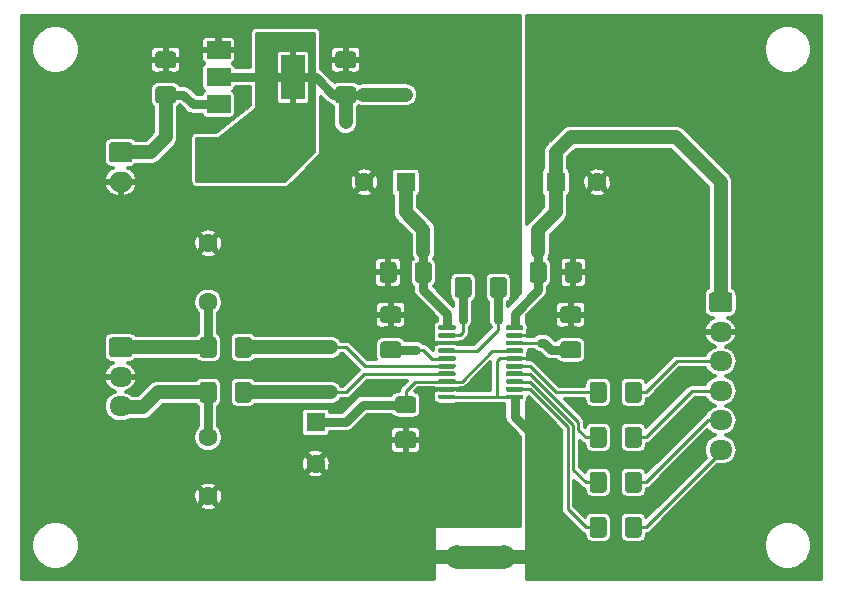
<source format=gbr>
%TF.GenerationSoftware,KiCad,Pcbnew,(5.1.6)-1*%
%TF.CreationDate,2020-11-10T02:08:11+03:00*%
%TF.ProjectId,dac-001s,6461632d-3030-4317-932e-6b696361645f,rev?*%
%TF.SameCoordinates,Original*%
%TF.FileFunction,Copper,L1,Top*%
%TF.FilePolarity,Positive*%
%FSLAX46Y46*%
G04 Gerber Fmt 4.6, Leading zero omitted, Abs format (unit mm)*
G04 Created by KiCad (PCBNEW (5.1.6)-1) date 2020-11-10 02:08:11*
%MOMM*%
%LPD*%
G01*
G04 APERTURE LIST*
%TA.AperFunction,EtchedComponent*%
%ADD10C,0.100000*%
%TD*%
%TA.AperFunction,Conductor*%
%ADD11C,2.000000*%
%TD*%
%TA.AperFunction,ComponentPad*%
%ADD12O,1.950000X1.700000*%
%TD*%
%TA.AperFunction,ComponentPad*%
%ADD13O,2.000000X1.700000*%
%TD*%
%TA.AperFunction,ComponentPad*%
%ADD14C,1.600000*%
%TD*%
%TA.AperFunction,ComponentPad*%
%ADD15R,1.600000X1.600000*%
%TD*%
%TA.AperFunction,SMDPad,CuDef*%
%ADD16R,2.000000X1.500000*%
%TD*%
%TA.AperFunction,SMDPad,CuDef*%
%ADD17R,2.000000X3.800000*%
%TD*%
%TA.AperFunction,ViaPad*%
%ADD18C,0.800000*%
%TD*%
%TA.AperFunction,Conductor*%
%ADD19C,0.250000*%
%TD*%
%TA.AperFunction,Conductor*%
%ADD20C,1.200000*%
%TD*%
%TA.AperFunction,Conductor*%
%ADD21C,0.800000*%
%TD*%
%TA.AperFunction,Conductor*%
%ADD22C,0.300000*%
%TD*%
G04 APERTURE END LIST*
D10*
%TO.C,NT1*%
G36*
X125000000Y-79010000D02*
G01*
X129000000Y-79010000D01*
X129000000Y-81010000D01*
X125000000Y-81010000D01*
X125000000Y-79010000D01*
G37*
%TD*%
D11*
%TO.N,GNDD*%
%TO.C,NT1*%
X129000000Y-80010000D03*
%TO.N,GNDA*%
X125000000Y-80010000D03*
%TD*%
D12*
%TO.P,J3,6*%
%TO.N,MCK*%
X147320000Y-70920000D03*
%TO.P,J3,5*%
%TO.N,CK*%
X147320000Y-68420000D03*
%TO.P,J3,4*%
%TO.N,SD*%
X147320000Y-65920000D03*
%TO.P,J3,3*%
%TO.N,WS*%
X147320000Y-63420000D03*
%TO.P,J3,2*%
%TO.N,GNDD*%
X147320000Y-60920000D03*
%TO.P,J3,1*%
%TO.N,+3V3*%
%TA.AperFunction,ComponentPad*%
G36*
G01*
X146595000Y-57570000D02*
X148045000Y-57570000D01*
G75*
G02*
X148295000Y-57820000I0J-250000D01*
G01*
X148295000Y-59020000D01*
G75*
G02*
X148045000Y-59270000I-250000J0D01*
G01*
X146595000Y-59270000D01*
G75*
G02*
X146345000Y-59020000I0J250000D01*
G01*
X146345000Y-57820000D01*
G75*
G02*
X146595000Y-57570000I250000J0D01*
G01*
G37*
%TD.AperFunction*%
%TD*%
%TO.P,J2,3*%
%TO.N,OUTR*%
X96520000Y-67230000D03*
%TO.P,J2,2*%
%TO.N,GNDA*%
X96520000Y-64730000D03*
%TO.P,J2,1*%
%TO.N,OUTL*%
%TA.AperFunction,ComponentPad*%
G36*
G01*
X95795000Y-61380000D02*
X97245000Y-61380000D01*
G75*
G02*
X97495000Y-61630000I0J-250000D01*
G01*
X97495000Y-62830000D01*
G75*
G02*
X97245000Y-63080000I-250000J0D01*
G01*
X95795000Y-63080000D01*
G75*
G02*
X95545000Y-62830000I0J250000D01*
G01*
X95545000Y-61630000D01*
G75*
G02*
X95795000Y-61380000I250000J0D01*
G01*
G37*
%TD.AperFunction*%
%TD*%
D13*
%TO.P,J1,2*%
%TO.N,GNDA*%
X96520000Y-48220000D03*
%TO.P,J1,1*%
%TO.N,+5VA*%
%TA.AperFunction,ComponentPad*%
G36*
G01*
X95770000Y-44870000D02*
X97270000Y-44870000D01*
G75*
G02*
X97520000Y-45120000I0J-250000D01*
G01*
X97520000Y-46320000D01*
G75*
G02*
X97270000Y-46570000I-250000J0D01*
G01*
X95770000Y-46570000D01*
G75*
G02*
X95520000Y-46320000I0J250000D01*
G01*
X95520000Y-45120000D01*
G75*
G02*
X95770000Y-44870000I250000J0D01*
G01*
G37*
%TD.AperFunction*%
%TD*%
%TO.P,R6,2*%
%TO.N,Net-(R6-Pad2)*%
%TA.AperFunction,SMDPad,CuDef*%
G36*
G01*
X137655000Y-76845000D02*
X137655000Y-78095000D01*
G75*
G02*
X137405000Y-78345000I-250000J0D01*
G01*
X136480000Y-78345000D01*
G75*
G02*
X136230000Y-78095000I0J250000D01*
G01*
X136230000Y-76845000D01*
G75*
G02*
X136480000Y-76595000I250000J0D01*
G01*
X137405000Y-76595000D01*
G75*
G02*
X137655000Y-76845000I0J-250000D01*
G01*
G37*
%TD.AperFunction*%
%TO.P,R6,1*%
%TO.N,MCK*%
%TA.AperFunction,SMDPad,CuDef*%
G36*
G01*
X140630000Y-76845000D02*
X140630000Y-78095000D01*
G75*
G02*
X140380000Y-78345000I-250000J0D01*
G01*
X139455000Y-78345000D01*
G75*
G02*
X139205000Y-78095000I0J250000D01*
G01*
X139205000Y-76845000D01*
G75*
G02*
X139455000Y-76595000I250000J0D01*
G01*
X140380000Y-76595000D01*
G75*
G02*
X140630000Y-76845000I0J-250000D01*
G01*
G37*
%TD.AperFunction*%
%TD*%
%TO.P,R4,2*%
%TO.N,Net-(R4-Pad2)*%
%TA.AperFunction,SMDPad,CuDef*%
G36*
G01*
X137655000Y-73035000D02*
X137655000Y-74285000D01*
G75*
G02*
X137405000Y-74535000I-250000J0D01*
G01*
X136480000Y-74535000D01*
G75*
G02*
X136230000Y-74285000I0J250000D01*
G01*
X136230000Y-73035000D01*
G75*
G02*
X136480000Y-72785000I250000J0D01*
G01*
X137405000Y-72785000D01*
G75*
G02*
X137655000Y-73035000I0J-250000D01*
G01*
G37*
%TD.AperFunction*%
%TO.P,R4,1*%
%TO.N,CK*%
%TA.AperFunction,SMDPad,CuDef*%
G36*
G01*
X140630000Y-73035000D02*
X140630000Y-74285000D01*
G75*
G02*
X140380000Y-74535000I-250000J0D01*
G01*
X139455000Y-74535000D01*
G75*
G02*
X139205000Y-74285000I0J250000D01*
G01*
X139205000Y-73035000D01*
G75*
G02*
X139455000Y-72785000I250000J0D01*
G01*
X140380000Y-72785000D01*
G75*
G02*
X140630000Y-73035000I0J-250000D01*
G01*
G37*
%TD.AperFunction*%
%TD*%
%TO.P,R3,2*%
%TO.N,Net-(R3-Pad2)*%
%TA.AperFunction,SMDPad,CuDef*%
G36*
G01*
X137655000Y-69225000D02*
X137655000Y-70475000D01*
G75*
G02*
X137405000Y-70725000I-250000J0D01*
G01*
X136480000Y-70725000D01*
G75*
G02*
X136230000Y-70475000I0J250000D01*
G01*
X136230000Y-69225000D01*
G75*
G02*
X136480000Y-68975000I250000J0D01*
G01*
X137405000Y-68975000D01*
G75*
G02*
X137655000Y-69225000I0J-250000D01*
G01*
G37*
%TD.AperFunction*%
%TO.P,R3,1*%
%TO.N,SD*%
%TA.AperFunction,SMDPad,CuDef*%
G36*
G01*
X140630000Y-69225000D02*
X140630000Y-70475000D01*
G75*
G02*
X140380000Y-70725000I-250000J0D01*
G01*
X139455000Y-70725000D01*
G75*
G02*
X139205000Y-70475000I0J250000D01*
G01*
X139205000Y-69225000D01*
G75*
G02*
X139455000Y-68975000I250000J0D01*
G01*
X140380000Y-68975000D01*
G75*
G02*
X140630000Y-69225000I0J-250000D01*
G01*
G37*
%TD.AperFunction*%
%TD*%
%TO.P,R1,2*%
%TO.N,Net-(R1-Pad2)*%
%TA.AperFunction,SMDPad,CuDef*%
G36*
G01*
X137655000Y-65415000D02*
X137655000Y-66665000D01*
G75*
G02*
X137405000Y-66915000I-250000J0D01*
G01*
X136480000Y-66915000D01*
G75*
G02*
X136230000Y-66665000I0J250000D01*
G01*
X136230000Y-65415000D01*
G75*
G02*
X136480000Y-65165000I250000J0D01*
G01*
X137405000Y-65165000D01*
G75*
G02*
X137655000Y-65415000I0J-250000D01*
G01*
G37*
%TD.AperFunction*%
%TO.P,R1,1*%
%TO.N,WS*%
%TA.AperFunction,SMDPad,CuDef*%
G36*
G01*
X140630000Y-65415000D02*
X140630000Y-66665000D01*
G75*
G02*
X140380000Y-66915000I-250000J0D01*
G01*
X139455000Y-66915000D01*
G75*
G02*
X139205000Y-66665000I0J250000D01*
G01*
X139205000Y-65415000D01*
G75*
G02*
X139455000Y-65165000I250000J0D01*
G01*
X140380000Y-65165000D01*
G75*
G02*
X140630000Y-65415000I0J-250000D01*
G01*
G37*
%TD.AperFunction*%
%TD*%
D14*
%TO.P,C1,2*%
%TO.N,GNDD*%
X136850000Y-48260000D03*
D15*
%TO.P,C1,1*%
%TO.N,+3V3*%
X133350000Y-48260000D03*
%TD*%
%TO.P,C4,2*%
%TO.N,GNDA*%
%TA.AperFunction,SMDPad,CuDef*%
G36*
G01*
X116195000Y-38595000D02*
X114945000Y-38595000D01*
G75*
G02*
X114695000Y-38345000I0J250000D01*
G01*
X114695000Y-37420000D01*
G75*
G02*
X114945000Y-37170000I250000J0D01*
G01*
X116195000Y-37170000D01*
G75*
G02*
X116445000Y-37420000I0J-250000D01*
G01*
X116445000Y-38345000D01*
G75*
G02*
X116195000Y-38595000I-250000J0D01*
G01*
G37*
%TD.AperFunction*%
%TO.P,C4,1*%
%TO.N,+3.3VA*%
%TA.AperFunction,SMDPad,CuDef*%
G36*
G01*
X116195000Y-41570000D02*
X114945000Y-41570000D01*
G75*
G02*
X114695000Y-41320000I0J250000D01*
G01*
X114695000Y-40395000D01*
G75*
G02*
X114945000Y-40145000I250000J0D01*
G01*
X116195000Y-40145000D01*
G75*
G02*
X116445000Y-40395000I0J-250000D01*
G01*
X116445000Y-41320000D01*
G75*
G02*
X116195000Y-41570000I-250000J0D01*
G01*
G37*
%TD.AperFunction*%
%TD*%
%TO.P,C3,2*%
%TO.N,GNDA*%
%TA.AperFunction,SMDPad,CuDef*%
G36*
G01*
X100955000Y-38595000D02*
X99705000Y-38595000D01*
G75*
G02*
X99455000Y-38345000I0J250000D01*
G01*
X99455000Y-37420000D01*
G75*
G02*
X99705000Y-37170000I250000J0D01*
G01*
X100955000Y-37170000D01*
G75*
G02*
X101205000Y-37420000I0J-250000D01*
G01*
X101205000Y-38345000D01*
G75*
G02*
X100955000Y-38595000I-250000J0D01*
G01*
G37*
%TD.AperFunction*%
%TO.P,C3,1*%
%TO.N,+5VA*%
%TA.AperFunction,SMDPad,CuDef*%
G36*
G01*
X100955000Y-41570000D02*
X99705000Y-41570000D01*
G75*
G02*
X99455000Y-41320000I0J250000D01*
G01*
X99455000Y-40395000D01*
G75*
G02*
X99705000Y-40145000I250000J0D01*
G01*
X100955000Y-40145000D01*
G75*
G02*
X101205000Y-40395000I0J-250000D01*
G01*
X101205000Y-41320000D01*
G75*
G02*
X100955000Y-41570000I-250000J0D01*
G01*
G37*
%TD.AperFunction*%
%TD*%
D16*
%TO.P,U1,1*%
%TO.N,GNDA*%
X104800000Y-37070000D03*
%TO.P,U1,3*%
%TO.N,+5VA*%
X104800000Y-41670000D03*
%TO.P,U1,2*%
%TO.N,+3.3VA*%
X104800000Y-39370000D03*
D17*
X111100000Y-39370000D03*
%TD*%
%TO.P,R5,2*%
%TO.N,OUTR*%
%TA.AperFunction,SMDPad,CuDef*%
G36*
G01*
X104635000Y-65415000D02*
X104635000Y-66665000D01*
G75*
G02*
X104385000Y-66915000I-250000J0D01*
G01*
X103460000Y-66915000D01*
G75*
G02*
X103210000Y-66665000I0J250000D01*
G01*
X103210000Y-65415000D01*
G75*
G02*
X103460000Y-65165000I250000J0D01*
G01*
X104385000Y-65165000D01*
G75*
G02*
X104635000Y-65415000I0J-250000D01*
G01*
G37*
%TD.AperFunction*%
%TO.P,R5,1*%
%TO.N,Net-(R5-Pad1)*%
%TA.AperFunction,SMDPad,CuDef*%
G36*
G01*
X107610000Y-65415000D02*
X107610000Y-66665000D01*
G75*
G02*
X107360000Y-66915000I-250000J0D01*
G01*
X106435000Y-66915000D01*
G75*
G02*
X106185000Y-66665000I0J250000D01*
G01*
X106185000Y-65415000D01*
G75*
G02*
X106435000Y-65165000I250000J0D01*
G01*
X107360000Y-65165000D01*
G75*
G02*
X107610000Y-65415000I0J-250000D01*
G01*
G37*
%TD.AperFunction*%
%TD*%
%TO.P,R2,1*%
%TO.N,Net-(R2-Pad1)*%
%TA.AperFunction,SMDPad,CuDef*%
G36*
G01*
X107610000Y-61605000D02*
X107610000Y-62855000D01*
G75*
G02*
X107360000Y-63105000I-250000J0D01*
G01*
X106435000Y-63105000D01*
G75*
G02*
X106185000Y-62855000I0J250000D01*
G01*
X106185000Y-61605000D01*
G75*
G02*
X106435000Y-61355000I250000J0D01*
G01*
X107360000Y-61355000D01*
G75*
G02*
X107610000Y-61605000I0J-250000D01*
G01*
G37*
%TD.AperFunction*%
%TO.P,R2,2*%
%TO.N,OUTL*%
%TA.AperFunction,SMDPad,CuDef*%
G36*
G01*
X104635000Y-61605000D02*
X104635000Y-62855000D01*
G75*
G02*
X104385000Y-63105000I-250000J0D01*
G01*
X103460000Y-63105000D01*
G75*
G02*
X103210000Y-62855000I0J250000D01*
G01*
X103210000Y-61605000D01*
G75*
G02*
X103460000Y-61355000I250000J0D01*
G01*
X104385000Y-61355000D01*
G75*
G02*
X104635000Y-61605000I0J-250000D01*
G01*
G37*
%TD.AperFunction*%
%TD*%
D14*
%TO.P,C11,2*%
%TO.N,GNDA*%
X103922500Y-74850000D03*
%TO.P,C11,1*%
%TO.N,OUTR*%
X103922500Y-69850000D03*
%TD*%
%TO.P,C9,2*%
%TO.N,GNDA*%
X103922500Y-53420000D03*
%TO.P,C9,1*%
%TO.N,OUTL*%
X103922500Y-58420000D03*
%TD*%
%TO.P,C13,2*%
%TO.N,GNDD*%
%TA.AperFunction,SMDPad,CuDef*%
G36*
G01*
X135245000Y-60185000D02*
X133995000Y-60185000D01*
G75*
G02*
X133745000Y-59935000I0J250000D01*
G01*
X133745000Y-59010000D01*
G75*
G02*
X133995000Y-58760000I250000J0D01*
G01*
X135245000Y-58760000D01*
G75*
G02*
X135495000Y-59010000I0J-250000D01*
G01*
X135495000Y-59935000D01*
G75*
G02*
X135245000Y-60185000I-250000J0D01*
G01*
G37*
%TD.AperFunction*%
%TO.P,C13,1*%
%TO.N,Net-(C13-Pad1)*%
%TA.AperFunction,SMDPad,CuDef*%
G36*
G01*
X135245000Y-63160000D02*
X133995000Y-63160000D01*
G75*
G02*
X133745000Y-62910000I0J250000D01*
G01*
X133745000Y-61985000D01*
G75*
G02*
X133995000Y-61735000I250000J0D01*
G01*
X135245000Y-61735000D01*
G75*
G02*
X135495000Y-61985000I0J-250000D01*
G01*
X135495000Y-62910000D01*
G75*
G02*
X135245000Y-63160000I-250000J0D01*
G01*
G37*
%TD.AperFunction*%
%TD*%
%TO.P,C12,2*%
%TO.N,GNDA*%
%TA.AperFunction,SMDPad,CuDef*%
G36*
G01*
X120005000Y-60185000D02*
X118755000Y-60185000D01*
G75*
G02*
X118505000Y-59935000I0J250000D01*
G01*
X118505000Y-59010000D01*
G75*
G02*
X118755000Y-58760000I250000J0D01*
G01*
X120005000Y-58760000D01*
G75*
G02*
X120255000Y-59010000I0J-250000D01*
G01*
X120255000Y-59935000D01*
G75*
G02*
X120005000Y-60185000I-250000J0D01*
G01*
G37*
%TD.AperFunction*%
%TO.P,C12,1*%
%TO.N,Net-(C12-Pad1)*%
%TA.AperFunction,SMDPad,CuDef*%
G36*
G01*
X120005000Y-63160000D02*
X118755000Y-63160000D01*
G75*
G02*
X118505000Y-62910000I0J250000D01*
G01*
X118505000Y-61985000D01*
G75*
G02*
X118755000Y-61735000I250000J0D01*
G01*
X120005000Y-61735000D01*
G75*
G02*
X120255000Y-61985000I0J-250000D01*
G01*
X120255000Y-62910000D01*
G75*
G02*
X120005000Y-63160000I-250000J0D01*
G01*
G37*
%TD.AperFunction*%
%TD*%
%TO.P,C8,2*%
%TO.N,GNDA*%
X113030000Y-72080000D03*
D15*
%TO.P,C8,1*%
%TO.N,+3.3VA*%
X113030000Y-68580000D03*
%TD*%
D14*
%TO.P,C5,2*%
%TO.N,GNDA*%
X117150000Y-48260000D03*
D15*
%TO.P,C5,1*%
%TO.N,+3.3VA*%
X120650000Y-48260000D03*
%TD*%
%TO.P,C7,2*%
%TO.N,GNDA*%
%TA.AperFunction,SMDPad,CuDef*%
G36*
G01*
X120025000Y-69355000D02*
X121275000Y-69355000D01*
G75*
G02*
X121525000Y-69605000I0J-250000D01*
G01*
X121525000Y-70530000D01*
G75*
G02*
X121275000Y-70780000I-250000J0D01*
G01*
X120025000Y-70780000D01*
G75*
G02*
X119775000Y-70530000I0J250000D01*
G01*
X119775000Y-69605000D01*
G75*
G02*
X120025000Y-69355000I250000J0D01*
G01*
G37*
%TD.AperFunction*%
%TO.P,C7,1*%
%TO.N,+3.3VA*%
%TA.AperFunction,SMDPad,CuDef*%
G36*
G01*
X120025000Y-66380000D02*
X121275000Y-66380000D01*
G75*
G02*
X121525000Y-66630000I0J-250000D01*
G01*
X121525000Y-67555000D01*
G75*
G02*
X121275000Y-67805000I-250000J0D01*
G01*
X120025000Y-67805000D01*
G75*
G02*
X119775000Y-67555000I0J250000D01*
G01*
X119775000Y-66630000D01*
G75*
G02*
X120025000Y-66380000I250000J0D01*
G01*
G37*
%TD.AperFunction*%
%TD*%
%TO.P,C2,2*%
%TO.N,GNDD*%
%TA.AperFunction,SMDPad,CuDef*%
G36*
G01*
X134125000Y-56505000D02*
X134125000Y-55255000D01*
G75*
G02*
X134375000Y-55005000I250000J0D01*
G01*
X135300000Y-55005000D01*
G75*
G02*
X135550000Y-55255000I0J-250000D01*
G01*
X135550000Y-56505000D01*
G75*
G02*
X135300000Y-56755000I-250000J0D01*
G01*
X134375000Y-56755000D01*
G75*
G02*
X134125000Y-56505000I0J250000D01*
G01*
G37*
%TD.AperFunction*%
%TO.P,C2,1*%
%TO.N,+3V3*%
%TA.AperFunction,SMDPad,CuDef*%
G36*
G01*
X131150000Y-56505000D02*
X131150000Y-55255000D01*
G75*
G02*
X131400000Y-55005000I250000J0D01*
G01*
X132325000Y-55005000D01*
G75*
G02*
X132575000Y-55255000I0J-250000D01*
G01*
X132575000Y-56505000D01*
G75*
G02*
X132325000Y-56755000I-250000J0D01*
G01*
X131400000Y-56755000D01*
G75*
G02*
X131150000Y-56505000I0J250000D01*
G01*
G37*
%TD.AperFunction*%
%TD*%
%TO.P,C6,2*%
%TO.N,GNDA*%
%TA.AperFunction,SMDPad,CuDef*%
G36*
G01*
X119875000Y-55255000D02*
X119875000Y-56505000D01*
G75*
G02*
X119625000Y-56755000I-250000J0D01*
G01*
X118700000Y-56755000D01*
G75*
G02*
X118450000Y-56505000I0J250000D01*
G01*
X118450000Y-55255000D01*
G75*
G02*
X118700000Y-55005000I250000J0D01*
G01*
X119625000Y-55005000D01*
G75*
G02*
X119875000Y-55255000I0J-250000D01*
G01*
G37*
%TD.AperFunction*%
%TO.P,C6,1*%
%TO.N,+3.3VA*%
%TA.AperFunction,SMDPad,CuDef*%
G36*
G01*
X122850000Y-55255000D02*
X122850000Y-56505000D01*
G75*
G02*
X122600000Y-56755000I-250000J0D01*
G01*
X121675000Y-56755000D01*
G75*
G02*
X121425000Y-56505000I0J250000D01*
G01*
X121425000Y-55255000D01*
G75*
G02*
X121675000Y-55005000I250000J0D01*
G01*
X122600000Y-55005000D01*
G75*
G02*
X122850000Y-55255000I0J-250000D01*
G01*
G37*
%TD.AperFunction*%
%TD*%
%TO.P,C10,2*%
%TO.N,Net-(C10-Pad2)*%
%TA.AperFunction,SMDPad,CuDef*%
G36*
G01*
X127775000Y-57775000D02*
X127775000Y-56525000D01*
G75*
G02*
X128025000Y-56275000I250000J0D01*
G01*
X128950000Y-56275000D01*
G75*
G02*
X129200000Y-56525000I0J-250000D01*
G01*
X129200000Y-57775000D01*
G75*
G02*
X128950000Y-58025000I-250000J0D01*
G01*
X128025000Y-58025000D01*
G75*
G02*
X127775000Y-57775000I0J250000D01*
G01*
G37*
%TD.AperFunction*%
%TO.P,C10,1*%
%TO.N,Net-(C10-Pad1)*%
%TA.AperFunction,SMDPad,CuDef*%
G36*
G01*
X124800000Y-57775000D02*
X124800000Y-56525000D01*
G75*
G02*
X125050000Y-56275000I250000J0D01*
G01*
X125975000Y-56275000D01*
G75*
G02*
X126225000Y-56525000I0J-250000D01*
G01*
X126225000Y-57775000D01*
G75*
G02*
X125975000Y-58025000I-250000J0D01*
G01*
X125050000Y-58025000D01*
G75*
G02*
X124800000Y-57775000I0J250000D01*
G01*
G37*
%TD.AperFunction*%
%TD*%
%TO.P,U2,20*%
%TO.N,+3V3*%
%TA.AperFunction,SMDPad,CuDef*%
G36*
G01*
X129125000Y-60675000D02*
X129125000Y-60475000D01*
G75*
G02*
X129225000Y-60375000I100000J0D01*
G01*
X130500000Y-60375000D01*
G75*
G02*
X130600000Y-60475000I0J-100000D01*
G01*
X130600000Y-60675000D01*
G75*
G02*
X130500000Y-60775000I-100000J0D01*
G01*
X129225000Y-60775000D01*
G75*
G02*
X129125000Y-60675000I0J100000D01*
G01*
G37*
%TD.AperFunction*%
%TO.P,U2,19*%
%TO.N,GNDD*%
%TA.AperFunction,SMDPad,CuDef*%
G36*
G01*
X129125000Y-61325000D02*
X129125000Y-61125000D01*
G75*
G02*
X129225000Y-61025000I100000J0D01*
G01*
X130500000Y-61025000D01*
G75*
G02*
X130600000Y-61125000I0J-100000D01*
G01*
X130600000Y-61325000D01*
G75*
G02*
X130500000Y-61425000I-100000J0D01*
G01*
X129225000Y-61425000D01*
G75*
G02*
X129125000Y-61325000I0J100000D01*
G01*
G37*
%TD.AperFunction*%
%TO.P,U2,18*%
%TO.N,Net-(C13-Pad1)*%
%TA.AperFunction,SMDPad,CuDef*%
G36*
G01*
X129125000Y-61975000D02*
X129125000Y-61775000D01*
G75*
G02*
X129225000Y-61675000I100000J0D01*
G01*
X130500000Y-61675000D01*
G75*
G02*
X130600000Y-61775000I0J-100000D01*
G01*
X130600000Y-61975000D01*
G75*
G02*
X130500000Y-62075000I-100000J0D01*
G01*
X129225000Y-62075000D01*
G75*
G02*
X129125000Y-61975000I0J100000D01*
G01*
G37*
%TD.AperFunction*%
%TO.P,U2,17*%
%TO.N,+3.3VA*%
%TA.AperFunction,SMDPad,CuDef*%
G36*
G01*
X129125000Y-62625000D02*
X129125000Y-62425000D01*
G75*
G02*
X129225000Y-62325000I100000J0D01*
G01*
X130500000Y-62325000D01*
G75*
G02*
X130600000Y-62425000I0J-100000D01*
G01*
X130600000Y-62625000D01*
G75*
G02*
X130500000Y-62725000I-100000J0D01*
G01*
X129225000Y-62725000D01*
G75*
G02*
X129125000Y-62625000I0J100000D01*
G01*
G37*
%TD.AperFunction*%
%TO.P,U2,16*%
%TO.N,GNDD*%
%TA.AperFunction,SMDPad,CuDef*%
G36*
G01*
X129125000Y-63275000D02*
X129125000Y-63075000D01*
G75*
G02*
X129225000Y-62975000I100000J0D01*
G01*
X130500000Y-62975000D01*
G75*
G02*
X130600000Y-63075000I0J-100000D01*
G01*
X130600000Y-63275000D01*
G75*
G02*
X130500000Y-63375000I-100000J0D01*
G01*
X129225000Y-63375000D01*
G75*
G02*
X129125000Y-63275000I0J100000D01*
G01*
G37*
%TD.AperFunction*%
%TO.P,U2,15*%
%TO.N,Net-(R1-Pad2)*%
%TA.AperFunction,SMDPad,CuDef*%
G36*
G01*
X129125000Y-63925000D02*
X129125000Y-63725000D01*
G75*
G02*
X129225000Y-63625000I100000J0D01*
G01*
X130500000Y-63625000D01*
G75*
G02*
X130600000Y-63725000I0J-100000D01*
G01*
X130600000Y-63925000D01*
G75*
G02*
X130500000Y-64025000I-100000J0D01*
G01*
X129225000Y-64025000D01*
G75*
G02*
X129125000Y-63925000I0J100000D01*
G01*
G37*
%TD.AperFunction*%
%TO.P,U2,14*%
%TO.N,Net-(R3-Pad2)*%
%TA.AperFunction,SMDPad,CuDef*%
G36*
G01*
X129125000Y-64575000D02*
X129125000Y-64375000D01*
G75*
G02*
X129225000Y-64275000I100000J0D01*
G01*
X130500000Y-64275000D01*
G75*
G02*
X130600000Y-64375000I0J-100000D01*
G01*
X130600000Y-64575000D01*
G75*
G02*
X130500000Y-64675000I-100000J0D01*
G01*
X129225000Y-64675000D01*
G75*
G02*
X129125000Y-64575000I0J100000D01*
G01*
G37*
%TD.AperFunction*%
%TO.P,U2,13*%
%TO.N,Net-(R4-Pad2)*%
%TA.AperFunction,SMDPad,CuDef*%
G36*
G01*
X129125000Y-65225000D02*
X129125000Y-65025000D01*
G75*
G02*
X129225000Y-64925000I100000J0D01*
G01*
X130500000Y-64925000D01*
G75*
G02*
X130600000Y-65025000I0J-100000D01*
G01*
X130600000Y-65225000D01*
G75*
G02*
X130500000Y-65325000I-100000J0D01*
G01*
X129225000Y-65325000D01*
G75*
G02*
X129125000Y-65225000I0J100000D01*
G01*
G37*
%TD.AperFunction*%
%TO.P,U2,12*%
%TO.N,Net-(R6-Pad2)*%
%TA.AperFunction,SMDPad,CuDef*%
G36*
G01*
X129125000Y-65875000D02*
X129125000Y-65675000D01*
G75*
G02*
X129225000Y-65575000I100000J0D01*
G01*
X130500000Y-65575000D01*
G75*
G02*
X130600000Y-65675000I0J-100000D01*
G01*
X130600000Y-65875000D01*
G75*
G02*
X130500000Y-65975000I-100000J0D01*
G01*
X129225000Y-65975000D01*
G75*
G02*
X129125000Y-65875000I0J100000D01*
G01*
G37*
%TD.AperFunction*%
%TO.P,U2,11*%
%TO.N,GNDD*%
%TA.AperFunction,SMDPad,CuDef*%
G36*
G01*
X129125000Y-66525000D02*
X129125000Y-66325000D01*
G75*
G02*
X129225000Y-66225000I100000J0D01*
G01*
X130500000Y-66225000D01*
G75*
G02*
X130600000Y-66325000I0J-100000D01*
G01*
X130600000Y-66525000D01*
G75*
G02*
X130500000Y-66625000I-100000J0D01*
G01*
X129225000Y-66625000D01*
G75*
G02*
X129125000Y-66525000I0J100000D01*
G01*
G37*
%TD.AperFunction*%
%TO.P,U2,10*%
%TA.AperFunction,SMDPad,CuDef*%
G36*
G01*
X123400000Y-66525000D02*
X123400000Y-66325000D01*
G75*
G02*
X123500000Y-66225000I100000J0D01*
G01*
X124775000Y-66225000D01*
G75*
G02*
X124875000Y-66325000I0J-100000D01*
G01*
X124875000Y-66525000D01*
G75*
G02*
X124775000Y-66625000I-100000J0D01*
G01*
X123500000Y-66625000D01*
G75*
G02*
X123400000Y-66525000I0J100000D01*
G01*
G37*
%TD.AperFunction*%
%TO.P,U2,9*%
%TO.N,GNDA*%
%TA.AperFunction,SMDPad,CuDef*%
G36*
G01*
X123400000Y-65875000D02*
X123400000Y-65675000D01*
G75*
G02*
X123500000Y-65575000I100000J0D01*
G01*
X124775000Y-65575000D01*
G75*
G02*
X124875000Y-65675000I0J-100000D01*
G01*
X124875000Y-65875000D01*
G75*
G02*
X124775000Y-65975000I-100000J0D01*
G01*
X123500000Y-65975000D01*
G75*
G02*
X123400000Y-65875000I0J100000D01*
G01*
G37*
%TD.AperFunction*%
%TO.P,U2,8*%
%TO.N,+3.3VA*%
%TA.AperFunction,SMDPad,CuDef*%
G36*
G01*
X123400000Y-65225000D02*
X123400000Y-65025000D01*
G75*
G02*
X123500000Y-64925000I100000J0D01*
G01*
X124775000Y-64925000D01*
G75*
G02*
X124875000Y-65025000I0J-100000D01*
G01*
X124875000Y-65225000D01*
G75*
G02*
X124775000Y-65325000I-100000J0D01*
G01*
X123500000Y-65325000D01*
G75*
G02*
X123400000Y-65225000I0J100000D01*
G01*
G37*
%TD.AperFunction*%
%TO.P,U2,7*%
%TO.N,Net-(R5-Pad1)*%
%TA.AperFunction,SMDPad,CuDef*%
G36*
G01*
X123400000Y-64575000D02*
X123400000Y-64375000D01*
G75*
G02*
X123500000Y-64275000I100000J0D01*
G01*
X124775000Y-64275000D01*
G75*
G02*
X124875000Y-64375000I0J-100000D01*
G01*
X124875000Y-64575000D01*
G75*
G02*
X124775000Y-64675000I-100000J0D01*
G01*
X123500000Y-64675000D01*
G75*
G02*
X123400000Y-64575000I0J100000D01*
G01*
G37*
%TD.AperFunction*%
%TO.P,U2,6*%
%TO.N,Net-(R2-Pad1)*%
%TA.AperFunction,SMDPad,CuDef*%
G36*
G01*
X123400000Y-63925000D02*
X123400000Y-63725000D01*
G75*
G02*
X123500000Y-63625000I100000J0D01*
G01*
X124775000Y-63625000D01*
G75*
G02*
X124875000Y-63725000I0J-100000D01*
G01*
X124875000Y-63925000D01*
G75*
G02*
X124775000Y-64025000I-100000J0D01*
G01*
X123500000Y-64025000D01*
G75*
G02*
X123400000Y-63925000I0J100000D01*
G01*
G37*
%TD.AperFunction*%
%TO.P,U2,5*%
%TO.N,Net-(C12-Pad1)*%
%TA.AperFunction,SMDPad,CuDef*%
G36*
G01*
X123400000Y-63275000D02*
X123400000Y-63075000D01*
G75*
G02*
X123500000Y-62975000I100000J0D01*
G01*
X124775000Y-62975000D01*
G75*
G02*
X124875000Y-63075000I0J-100000D01*
G01*
X124875000Y-63275000D01*
G75*
G02*
X124775000Y-63375000I-100000J0D01*
G01*
X123500000Y-63375000D01*
G75*
G02*
X123400000Y-63275000I0J100000D01*
G01*
G37*
%TD.AperFunction*%
%TO.P,U2,4*%
%TO.N,Net-(C10-Pad2)*%
%TA.AperFunction,SMDPad,CuDef*%
G36*
G01*
X123400000Y-62625000D02*
X123400000Y-62425000D01*
G75*
G02*
X123500000Y-62325000I100000J0D01*
G01*
X124775000Y-62325000D01*
G75*
G02*
X124875000Y-62425000I0J-100000D01*
G01*
X124875000Y-62625000D01*
G75*
G02*
X124775000Y-62725000I-100000J0D01*
G01*
X123500000Y-62725000D01*
G75*
G02*
X123400000Y-62625000I0J100000D01*
G01*
G37*
%TD.AperFunction*%
%TO.P,U2,3*%
%TO.N,GNDA*%
%TA.AperFunction,SMDPad,CuDef*%
G36*
G01*
X123400000Y-61975000D02*
X123400000Y-61775000D01*
G75*
G02*
X123500000Y-61675000I100000J0D01*
G01*
X124775000Y-61675000D01*
G75*
G02*
X124875000Y-61775000I0J-100000D01*
G01*
X124875000Y-61975000D01*
G75*
G02*
X124775000Y-62075000I-100000J0D01*
G01*
X123500000Y-62075000D01*
G75*
G02*
X123400000Y-61975000I0J100000D01*
G01*
G37*
%TD.AperFunction*%
%TO.P,U2,2*%
%TO.N,Net-(C10-Pad1)*%
%TA.AperFunction,SMDPad,CuDef*%
G36*
G01*
X123400000Y-61325000D02*
X123400000Y-61125000D01*
G75*
G02*
X123500000Y-61025000I100000J0D01*
G01*
X124775000Y-61025000D01*
G75*
G02*
X124875000Y-61125000I0J-100000D01*
G01*
X124875000Y-61325000D01*
G75*
G02*
X124775000Y-61425000I-100000J0D01*
G01*
X123500000Y-61425000D01*
G75*
G02*
X123400000Y-61325000I0J100000D01*
G01*
G37*
%TD.AperFunction*%
%TO.P,U2,1*%
%TO.N,+3.3VA*%
%TA.AperFunction,SMDPad,CuDef*%
G36*
G01*
X123400000Y-60675000D02*
X123400000Y-60475000D01*
G75*
G02*
X123500000Y-60375000I100000J0D01*
G01*
X124775000Y-60375000D01*
G75*
G02*
X124875000Y-60475000I0J-100000D01*
G01*
X124875000Y-60675000D01*
G75*
G02*
X124775000Y-60775000I-100000J0D01*
G01*
X123500000Y-60775000D01*
G75*
G02*
X123400000Y-60675000I0J100000D01*
G01*
G37*
%TD.AperFunction*%
%TD*%
D18*
%TO.N,GNDA*%
X127000000Y-80010000D03*
X115570000Y-35560000D03*
X118110000Y-35560000D03*
X120650000Y-35560000D03*
X100330000Y-35560000D03*
X97790000Y-35560000D03*
X95250000Y-35560000D03*
X121920000Y-59690000D03*
X121920000Y-72390000D03*
X121920000Y-73660000D03*
X121920000Y-74930000D03*
X116840000Y-54610000D03*
X116840000Y-57150000D03*
X126746000Y-65024000D03*
%TO.N,+3.3VA*%
X115570000Y-43180000D03*
X120650000Y-40857500D03*
%TD*%
D19*
%TO.N,GNDA*%
X124137500Y-61875000D02*
X122835000Y-61875000D01*
X122835000Y-61875000D02*
X121920000Y-60960000D01*
X122925000Y-65775000D02*
X122925000Y-67045000D01*
X122925000Y-65775000D02*
X121655000Y-65775000D01*
X124137500Y-65775000D02*
X122925000Y-65775000D01*
X121655000Y-65775000D02*
X122925000Y-67045000D01*
D20*
X127000000Y-80010000D02*
X121920000Y-80010000D01*
D19*
X125995000Y-65775000D02*
X126746000Y-65024000D01*
X124137500Y-65775000D02*
X125995000Y-65775000D01*
D21*
%TO.N,GNDD*%
X129862500Y-68116780D02*
X131862500Y-70116780D01*
X129862500Y-66629280D02*
X129862500Y-68116780D01*
D20*
X129000000Y-80010000D02*
X132080000Y-80010000D01*
D19*
X129865000Y-63175000D02*
X131755000Y-63175000D01*
X129862500Y-63175000D02*
X129862500Y-63177500D01*
X129862500Y-63177500D02*
X129865000Y-63175000D01*
X129862500Y-61225000D02*
X131130000Y-61225000D01*
X128397000Y-66421000D02*
X128393000Y-66425000D01*
X129862500Y-63175000D02*
X128595000Y-63175000D01*
X128397000Y-63373000D02*
X128397000Y-66421000D01*
X128595000Y-63175000D02*
X128397000Y-63373000D01*
X124202000Y-66425000D02*
X129862500Y-66425000D01*
X124137500Y-66425000D02*
X124202000Y-66425000D01*
D21*
%TO.N,+3V3*%
X131862500Y-55880000D02*
X131862500Y-57367500D01*
X129862500Y-59367500D02*
X129862500Y-60370000D01*
X131862500Y-57367500D02*
X129862500Y-59367500D01*
D20*
X147320000Y-58420000D02*
X147320000Y-48260000D01*
X147320000Y-48260000D02*
X143510000Y-44450000D01*
X143510000Y-44450000D02*
X134620000Y-44450000D01*
X133350000Y-45720000D02*
X133350000Y-48260000D01*
X134620000Y-44450000D02*
X133350000Y-45720000D01*
X133350000Y-48260000D02*
X133350000Y-50800000D01*
X133350000Y-50800000D02*
X131862500Y-52287500D01*
X131862500Y-52287500D02*
X131862500Y-54192500D01*
D21*
X131862500Y-55880000D02*
X131862500Y-54192500D01*
D19*
%TO.N,+3.3VA*%
X120650000Y-65931250D02*
X120650000Y-67092500D01*
X124137500Y-65125000D02*
X121456250Y-65125000D01*
X121456250Y-65125000D02*
X120650000Y-65931250D01*
X124137500Y-65125000D02*
X125375000Y-65125000D01*
X125375000Y-65125000D02*
X127975000Y-62525000D01*
X127975000Y-62525000D02*
X129862500Y-62525000D01*
D21*
X120650000Y-67092500D02*
X117057500Y-67092500D01*
X115570000Y-68580000D02*
X113030000Y-68580000D01*
X117057500Y-67092500D02*
X115570000Y-68580000D01*
X122137500Y-55880000D02*
X122137500Y-57367500D01*
X124137500Y-59367500D02*
X124137500Y-60370000D01*
X122137500Y-57367500D02*
X124137500Y-59367500D01*
D20*
X120650000Y-50800000D02*
X122137500Y-52287500D01*
X120650000Y-48260000D02*
X120650000Y-50800000D01*
X122137500Y-52287500D02*
X122137500Y-54192500D01*
D21*
X122137500Y-55880000D02*
X122137500Y-54192500D01*
X104800000Y-39370000D02*
X111100000Y-39370000D01*
X115570000Y-40857500D02*
X115570000Y-40857500D01*
X115570000Y-40857500D02*
X115570000Y-40857500D01*
X115570000Y-40857500D02*
X114517500Y-40857500D01*
D20*
X115570000Y-40857500D02*
X115570000Y-43180000D01*
D21*
X115570000Y-40857500D02*
X115570000Y-40857500D01*
D20*
X117057500Y-40857500D02*
X120650000Y-40857500D01*
D21*
X115570000Y-40857500D02*
X117057500Y-40857500D01*
X114517500Y-40857500D02*
X113030000Y-39370000D01*
X113030000Y-39370000D02*
X111100000Y-39370000D01*
D20*
%TO.N,OUTL*%
X103922500Y-62230000D02*
X96520000Y-62230000D01*
D21*
X103922500Y-58637500D02*
X104140000Y-58420000D01*
X103922500Y-62230000D02*
X103922500Y-58420000D01*
D20*
%TO.N,OUTR*%
X96600000Y-67310000D02*
X96520000Y-67230000D01*
X98425000Y-67310000D02*
X96600000Y-67310000D01*
X103922500Y-66040000D02*
X99695000Y-66040000D01*
X99695000Y-66040000D02*
X98425000Y-67310000D01*
D21*
X103922500Y-66040000D02*
X103922500Y-69850000D01*
D19*
%TO.N,Net-(C10-Pad1)*%
X124137500Y-61225000D02*
X125247500Y-61225000D01*
X125247500Y-61225000D02*
X125512500Y-60960000D01*
D21*
X125512500Y-59907500D02*
X125512500Y-57150000D01*
D19*
X125512500Y-60960000D02*
X125512500Y-59907500D01*
%TO.N,Net-(R2-Pad1)*%
X124137500Y-63825000D02*
X117165000Y-63825000D01*
X117165000Y-63825000D02*
X115570000Y-62230000D01*
X115570000Y-62230000D02*
X114300000Y-62230000D01*
D20*
X114300000Y-62230000D02*
X106897500Y-62230000D01*
%TO.N,+5VA*%
X96520000Y-45720000D02*
X99060000Y-45720000D01*
X100330000Y-44450000D02*
X100330000Y-40857500D01*
X99060000Y-45720000D02*
X100330000Y-44450000D01*
D21*
X100330000Y-40857500D02*
X101817500Y-40857500D01*
X102630000Y-41670000D02*
X104800000Y-41670000D01*
X101817500Y-40857500D02*
X102630000Y-41670000D01*
D19*
%TO.N,Net-(C10-Pad2)*%
X124137500Y-62525000D02*
X126705000Y-62525000D01*
X126705000Y-62525000D02*
X128487500Y-60742500D01*
D21*
X128487500Y-59907500D02*
X128487500Y-57150000D01*
D19*
X128487500Y-60742500D02*
X128487500Y-59907500D01*
%TO.N,Net-(C12-Pad1)*%
X124137500Y-63177500D02*
X122867500Y-63177500D01*
X122867500Y-63177500D02*
X122137500Y-62447500D01*
D21*
X119380000Y-62447500D02*
X121502500Y-62447500D01*
D19*
X122137500Y-62447500D02*
X121502500Y-62447500D01*
D21*
%TO.N,Net-(C13-Pad1)*%
X132932500Y-62447500D02*
X134620000Y-62447500D01*
X132080000Y-61875000D02*
X132360000Y-61875000D01*
X132360000Y-61875000D02*
X132932500Y-62447500D01*
D19*
X132080000Y-61875000D02*
X129862500Y-61875000D01*
%TO.N,Net-(R1-Pad2)*%
X129862500Y-63825000D02*
X131135000Y-63825000D01*
X133350000Y-66040000D02*
X136942500Y-66040000D01*
X131135000Y-63825000D02*
X133350000Y-66040000D01*
%TO.N,Net-(R3-Pad2)*%
X129862500Y-64475000D02*
X131148590Y-64475000D01*
X131148590Y-64475000D02*
X135255002Y-68581412D01*
X135890000Y-69850000D02*
X135255002Y-69215002D01*
X136942500Y-69850000D02*
X135890000Y-69850000D01*
X135255002Y-68581412D02*
X135255002Y-69215002D01*
%TO.N,Net-(R4-Pad2)*%
X129862500Y-65125000D02*
X131162180Y-65125000D01*
X131162180Y-65125000D02*
X134804991Y-68767811D01*
X135890000Y-73660000D02*
X134804991Y-72574991D01*
X136942500Y-73660000D02*
X135890000Y-73660000D01*
X134804991Y-68767811D02*
X134804991Y-72574991D01*
%TO.N,Net-(R5-Pad1)*%
X124137500Y-64475000D02*
X117135000Y-64475000D01*
X117135000Y-64475000D02*
X115570000Y-66040000D01*
X115570000Y-66040000D02*
X114300000Y-66040000D01*
D20*
X114300000Y-66040000D02*
X106897500Y-66040000D01*
D19*
%TO.N,Net-(R6-Pad2)*%
X129862500Y-65775000D02*
X131175770Y-65775000D01*
X131175770Y-65775000D02*
X134354980Y-68954210D01*
X136942500Y-77470000D02*
X135890000Y-77470000D01*
X135890000Y-77470000D02*
X134354980Y-75934980D01*
X134354980Y-68954210D02*
X134354980Y-75934980D01*
%TO.N,MCK*%
X139917500Y-77470000D02*
X140970000Y-77470000D01*
X147320000Y-71120000D02*
X147320000Y-70920000D01*
X140970000Y-77470000D02*
X147320000Y-71120000D01*
%TO.N,CK*%
X139917500Y-73660000D02*
X140970000Y-73660000D01*
X146210000Y-68420000D02*
X147320000Y-68420000D01*
X140970000Y-73660000D02*
X146210000Y-68420000D01*
%TO.N,SD*%
X144900000Y-65920000D02*
X147320000Y-65920000D01*
X139917500Y-69850000D02*
X140970000Y-69850000D01*
X140970000Y-69850000D02*
X144900000Y-65920000D01*
%TO.N,WS*%
X147320000Y-63420000D02*
X146765000Y-63420000D01*
X139917500Y-66040000D02*
X140970000Y-66040000D01*
X143590000Y-63420000D02*
X147320000Y-63420000D01*
X140970000Y-66040000D02*
X143590000Y-63420000D01*
%TD*%
D22*
%TO.N,GNDD*%
G36*
X155850000Y-81850000D02*
G01*
X130960000Y-81850000D01*
X130960000Y-78798093D01*
X150950000Y-78798093D01*
X150950000Y-79201907D01*
X151028780Y-79597963D01*
X151183314Y-79971039D01*
X151407661Y-80306799D01*
X151693201Y-80592339D01*
X152028961Y-80816686D01*
X152402037Y-80971220D01*
X152798093Y-81050000D01*
X153201907Y-81050000D01*
X153597963Y-80971220D01*
X153971039Y-80816686D01*
X154306799Y-80592339D01*
X154592339Y-80306799D01*
X154816686Y-79971039D01*
X154971220Y-79597963D01*
X155050000Y-79201907D01*
X155050000Y-78798093D01*
X154971220Y-78402037D01*
X154816686Y-78028961D01*
X154592339Y-77693201D01*
X154306799Y-77407661D01*
X153971039Y-77183314D01*
X153597963Y-77028780D01*
X153201907Y-76950000D01*
X152798093Y-76950000D01*
X152402037Y-77028780D01*
X152028961Y-77183314D01*
X151693201Y-77407661D01*
X151407661Y-77693201D01*
X151183314Y-78028961D01*
X151028780Y-78402037D01*
X150950000Y-78798093D01*
X130960000Y-78798093D01*
X130960000Y-66895677D01*
X130975971Y-66876216D01*
X131017757Y-66798041D01*
X131043489Y-66713215D01*
X131052177Y-66625000D01*
X131050000Y-66587500D01*
X130987502Y-66525002D01*
X131050000Y-66525002D01*
X131050000Y-66462402D01*
X133779980Y-69192383D01*
X133779981Y-75906727D01*
X133777198Y-75934980D01*
X133788301Y-76047699D01*
X133821179Y-76156087D01*
X133874572Y-76255978D01*
X133878826Y-76261161D01*
X133946427Y-76343534D01*
X133968369Y-76361541D01*
X135463439Y-77856612D01*
X135481446Y-77878554D01*
X135503386Y-77896559D01*
X135569001Y-77950408D01*
X135668892Y-78003801D01*
X135777280Y-78036680D01*
X135777823Y-78036733D01*
X135777823Y-78095000D01*
X135791315Y-78231988D01*
X135831273Y-78363712D01*
X135896161Y-78485109D01*
X135983486Y-78591514D01*
X136089891Y-78678839D01*
X136211288Y-78743727D01*
X136343012Y-78783685D01*
X136480000Y-78797177D01*
X137405000Y-78797177D01*
X137541988Y-78783685D01*
X137673712Y-78743727D01*
X137795109Y-78678839D01*
X137901514Y-78591514D01*
X137988839Y-78485109D01*
X138053727Y-78363712D01*
X138093685Y-78231988D01*
X138107177Y-78095000D01*
X138107177Y-76845000D01*
X138093685Y-76708012D01*
X138053727Y-76576288D01*
X137988839Y-76454891D01*
X137901514Y-76348486D01*
X137795109Y-76261161D01*
X137673712Y-76196273D01*
X137541988Y-76156315D01*
X137405000Y-76142823D01*
X136480000Y-76142823D01*
X136343012Y-76156315D01*
X136211288Y-76196273D01*
X136089891Y-76261161D01*
X135983486Y-76348486D01*
X135896161Y-76454891D01*
X135831273Y-76576288D01*
X135826196Y-76593024D01*
X134929980Y-75696808D01*
X134929980Y-73513152D01*
X135463439Y-74046612D01*
X135481446Y-74068554D01*
X135503386Y-74086559D01*
X135569001Y-74140408D01*
X135603796Y-74159006D01*
X135668892Y-74193801D01*
X135777280Y-74226680D01*
X135777823Y-74226733D01*
X135777823Y-74285000D01*
X135791315Y-74421988D01*
X135831273Y-74553712D01*
X135896161Y-74675109D01*
X135983486Y-74781514D01*
X136089891Y-74868839D01*
X136211288Y-74933727D01*
X136343012Y-74973685D01*
X136480000Y-74987177D01*
X137405000Y-74987177D01*
X137541988Y-74973685D01*
X137673712Y-74933727D01*
X137795109Y-74868839D01*
X137901514Y-74781514D01*
X137988839Y-74675109D01*
X138053727Y-74553712D01*
X138093685Y-74421988D01*
X138107177Y-74285000D01*
X138107177Y-73035000D01*
X138093685Y-72898012D01*
X138053727Y-72766288D01*
X137988839Y-72644891D01*
X137901514Y-72538486D01*
X137795109Y-72451161D01*
X137673712Y-72386273D01*
X137541988Y-72346315D01*
X137405000Y-72332823D01*
X136480000Y-72332823D01*
X136343012Y-72346315D01*
X136211288Y-72386273D01*
X136089891Y-72451161D01*
X135983486Y-72538486D01*
X135896161Y-72644891D01*
X135831273Y-72766288D01*
X135826196Y-72783024D01*
X135379991Y-72336819D01*
X135379991Y-70153164D01*
X135463439Y-70236612D01*
X135481446Y-70258554D01*
X135503386Y-70276559D01*
X135569001Y-70330408D01*
X135668892Y-70383801D01*
X135777280Y-70416680D01*
X135777823Y-70416733D01*
X135777823Y-70475000D01*
X135791315Y-70611988D01*
X135831273Y-70743712D01*
X135896161Y-70865109D01*
X135983486Y-70971514D01*
X136089891Y-71058839D01*
X136211288Y-71123727D01*
X136343012Y-71163685D01*
X136480000Y-71177177D01*
X137405000Y-71177177D01*
X137541988Y-71163685D01*
X137673712Y-71123727D01*
X137795109Y-71058839D01*
X137901514Y-70971514D01*
X137988839Y-70865109D01*
X138053727Y-70743712D01*
X138093685Y-70611988D01*
X138107177Y-70475000D01*
X138107177Y-69225000D01*
X138093685Y-69088012D01*
X138053727Y-68956288D01*
X137988839Y-68834891D01*
X137901514Y-68728486D01*
X137795109Y-68641161D01*
X137673712Y-68576273D01*
X137541988Y-68536315D01*
X137405000Y-68522823D01*
X136480000Y-68522823D01*
X136343012Y-68536315D01*
X136211288Y-68576273D01*
X136089891Y-68641161D01*
X135983486Y-68728486D01*
X135896161Y-68834891D01*
X135831273Y-68956288D01*
X135830002Y-68960478D01*
X135830002Y-68609655D01*
X135832784Y-68581412D01*
X135830002Y-68553166D01*
X135821682Y-68468692D01*
X135788803Y-68360304D01*
X135735410Y-68260414D01*
X135663556Y-68172858D01*
X135641615Y-68154852D01*
X134101763Y-66615000D01*
X135777823Y-66615000D01*
X135777823Y-66665000D01*
X135791315Y-66801988D01*
X135831273Y-66933712D01*
X135896161Y-67055109D01*
X135983486Y-67161514D01*
X136089891Y-67248839D01*
X136211288Y-67313727D01*
X136343012Y-67353685D01*
X136480000Y-67367177D01*
X137405000Y-67367177D01*
X137541988Y-67353685D01*
X137673712Y-67313727D01*
X137795109Y-67248839D01*
X137901514Y-67161514D01*
X137988839Y-67055109D01*
X138053727Y-66933712D01*
X138093685Y-66801988D01*
X138107177Y-66665000D01*
X138107177Y-65415000D01*
X138752823Y-65415000D01*
X138752823Y-66665000D01*
X138766315Y-66801988D01*
X138806273Y-66933712D01*
X138871161Y-67055109D01*
X138958486Y-67161514D01*
X139064891Y-67248839D01*
X139186288Y-67313727D01*
X139318012Y-67353685D01*
X139455000Y-67367177D01*
X140380000Y-67367177D01*
X140516988Y-67353685D01*
X140648712Y-67313727D01*
X140770109Y-67248839D01*
X140876514Y-67161514D01*
X140963839Y-67055109D01*
X141028727Y-66933712D01*
X141068685Y-66801988D01*
X141082177Y-66665000D01*
X141082177Y-66606733D01*
X141082720Y-66606680D01*
X141191108Y-66573801D01*
X141290998Y-66520408D01*
X141378554Y-66448554D01*
X141396565Y-66426607D01*
X143828173Y-63995000D01*
X146028289Y-63995000D01*
X146108860Y-64145736D01*
X146271313Y-64343687D01*
X146469264Y-64506140D01*
X146695104Y-64626855D01*
X146837335Y-64670000D01*
X146695104Y-64713145D01*
X146469264Y-64833860D01*
X146271313Y-64996313D01*
X146108860Y-65194264D01*
X146028289Y-65345000D01*
X144928242Y-65345000D01*
X144899999Y-65342218D01*
X144871756Y-65345000D01*
X144871754Y-65345000D01*
X144787280Y-65353320D01*
X144678892Y-65386199D01*
X144579001Y-65439592D01*
X144533153Y-65477218D01*
X144491446Y-65511446D01*
X144473439Y-65533388D01*
X141033804Y-68973024D01*
X141028727Y-68956288D01*
X140963839Y-68834891D01*
X140876514Y-68728486D01*
X140770109Y-68641161D01*
X140648712Y-68576273D01*
X140516988Y-68536315D01*
X140380000Y-68522823D01*
X139455000Y-68522823D01*
X139318012Y-68536315D01*
X139186288Y-68576273D01*
X139064891Y-68641161D01*
X138958486Y-68728486D01*
X138871161Y-68834891D01*
X138806273Y-68956288D01*
X138766315Y-69088012D01*
X138752823Y-69225000D01*
X138752823Y-70475000D01*
X138766315Y-70611988D01*
X138806273Y-70743712D01*
X138871161Y-70865109D01*
X138958486Y-70971514D01*
X139064891Y-71058839D01*
X139186288Y-71123727D01*
X139318012Y-71163685D01*
X139455000Y-71177177D01*
X140380000Y-71177177D01*
X140516988Y-71163685D01*
X140648712Y-71123727D01*
X140770109Y-71058839D01*
X140876514Y-70971514D01*
X140963839Y-70865109D01*
X141028727Y-70743712D01*
X141068685Y-70611988D01*
X141082177Y-70475000D01*
X141082177Y-70416733D01*
X141082720Y-70416680D01*
X141191108Y-70383801D01*
X141290998Y-70330408D01*
X141378554Y-70258554D01*
X141396566Y-70236607D01*
X145138173Y-66495000D01*
X146028289Y-66495000D01*
X146108860Y-66645736D01*
X146271313Y-66843687D01*
X146469264Y-67006140D01*
X146695104Y-67126855D01*
X146837335Y-67170000D01*
X146695104Y-67213145D01*
X146469264Y-67333860D01*
X146271313Y-67496313D01*
X146108860Y-67694264D01*
X146009630Y-67879908D01*
X145988892Y-67886199D01*
X145889001Y-67939592D01*
X145843153Y-67977218D01*
X145801446Y-68011446D01*
X145783439Y-68033388D01*
X141033804Y-72783024D01*
X141028727Y-72766288D01*
X140963839Y-72644891D01*
X140876514Y-72538486D01*
X140770109Y-72451161D01*
X140648712Y-72386273D01*
X140516988Y-72346315D01*
X140380000Y-72332823D01*
X139455000Y-72332823D01*
X139318012Y-72346315D01*
X139186288Y-72386273D01*
X139064891Y-72451161D01*
X138958486Y-72538486D01*
X138871161Y-72644891D01*
X138806273Y-72766288D01*
X138766315Y-72898012D01*
X138752823Y-73035000D01*
X138752823Y-74285000D01*
X138766315Y-74421988D01*
X138806273Y-74553712D01*
X138871161Y-74675109D01*
X138958486Y-74781514D01*
X139064891Y-74868839D01*
X139186288Y-74933727D01*
X139318012Y-74973685D01*
X139455000Y-74987177D01*
X140380000Y-74987177D01*
X140516988Y-74973685D01*
X140648712Y-74933727D01*
X140770109Y-74868839D01*
X140876514Y-74781514D01*
X140963839Y-74675109D01*
X141028727Y-74553712D01*
X141068685Y-74421988D01*
X141082177Y-74285000D01*
X141082177Y-74226733D01*
X141082720Y-74226680D01*
X141191108Y-74193801D01*
X141290998Y-74140408D01*
X141378554Y-74068554D01*
X141396566Y-74046606D01*
X146193862Y-69249311D01*
X146271313Y-69343687D01*
X146469264Y-69506140D01*
X146695104Y-69626855D01*
X146837335Y-69670000D01*
X146695104Y-69713145D01*
X146469264Y-69833860D01*
X146271313Y-69996313D01*
X146108860Y-70194264D01*
X145988145Y-70420104D01*
X145913810Y-70665155D01*
X145888710Y-70920000D01*
X145913810Y-71174845D01*
X145988145Y-71419896D01*
X146064354Y-71562473D01*
X141033804Y-76593024D01*
X141028727Y-76576288D01*
X140963839Y-76454891D01*
X140876514Y-76348486D01*
X140770109Y-76261161D01*
X140648712Y-76196273D01*
X140516988Y-76156315D01*
X140380000Y-76142823D01*
X139455000Y-76142823D01*
X139318012Y-76156315D01*
X139186288Y-76196273D01*
X139064891Y-76261161D01*
X138958486Y-76348486D01*
X138871161Y-76454891D01*
X138806273Y-76576288D01*
X138766315Y-76708012D01*
X138752823Y-76845000D01*
X138752823Y-78095000D01*
X138766315Y-78231988D01*
X138806273Y-78363712D01*
X138871161Y-78485109D01*
X138958486Y-78591514D01*
X139064891Y-78678839D01*
X139186288Y-78743727D01*
X139318012Y-78783685D01*
X139455000Y-78797177D01*
X140380000Y-78797177D01*
X140516988Y-78783685D01*
X140648712Y-78743727D01*
X140770109Y-78678839D01*
X140876514Y-78591514D01*
X140963839Y-78485109D01*
X141028727Y-78363712D01*
X141068685Y-78231988D01*
X141082177Y-78095000D01*
X141082177Y-78036733D01*
X141082720Y-78036680D01*
X141191108Y-78003801D01*
X141290998Y-77950408D01*
X141378554Y-77878554D01*
X141396566Y-77856606D01*
X147041956Y-72211217D01*
X147131136Y-72220000D01*
X147508864Y-72220000D01*
X147699845Y-72201190D01*
X147944896Y-72126855D01*
X148170736Y-72006140D01*
X148368687Y-71843687D01*
X148531140Y-71645736D01*
X148651855Y-71419896D01*
X148726190Y-71174845D01*
X148751290Y-70920000D01*
X148726190Y-70665155D01*
X148651855Y-70420104D01*
X148531140Y-70194264D01*
X148368687Y-69996313D01*
X148170736Y-69833860D01*
X147944896Y-69713145D01*
X147802665Y-69670000D01*
X147944896Y-69626855D01*
X148170736Y-69506140D01*
X148368687Y-69343687D01*
X148531140Y-69145736D01*
X148651855Y-68919896D01*
X148726190Y-68674845D01*
X148751290Y-68420000D01*
X148726190Y-68165155D01*
X148651855Y-67920104D01*
X148531140Y-67694264D01*
X148368687Y-67496313D01*
X148170736Y-67333860D01*
X147944896Y-67213145D01*
X147802665Y-67170000D01*
X147944896Y-67126855D01*
X148170736Y-67006140D01*
X148368687Y-66843687D01*
X148531140Y-66645736D01*
X148651855Y-66419896D01*
X148726190Y-66174845D01*
X148751290Y-65920000D01*
X148726190Y-65665155D01*
X148651855Y-65420104D01*
X148531140Y-65194264D01*
X148368687Y-64996313D01*
X148170736Y-64833860D01*
X147944896Y-64713145D01*
X147802665Y-64670000D01*
X147944896Y-64626855D01*
X148170736Y-64506140D01*
X148368687Y-64343687D01*
X148531140Y-64145736D01*
X148651855Y-63919896D01*
X148726190Y-63674845D01*
X148751290Y-63420000D01*
X148726190Y-63165155D01*
X148651855Y-62920104D01*
X148531140Y-62694264D01*
X148368687Y-62496313D01*
X148170736Y-62333860D01*
X147944896Y-62213145D01*
X147795012Y-62167679D01*
X147871830Y-62149202D01*
X148103434Y-62042313D01*
X148309735Y-61892294D01*
X148482805Y-61704910D01*
X148615992Y-61487362D01*
X148704179Y-61248011D01*
X148709547Y-61221531D01*
X148628282Y-61020000D01*
X147420000Y-61020000D01*
X147420000Y-61040000D01*
X147220000Y-61040000D01*
X147220000Y-61020000D01*
X146011718Y-61020000D01*
X145930453Y-61221531D01*
X145935821Y-61248011D01*
X146024008Y-61487362D01*
X146157195Y-61704910D01*
X146330265Y-61892294D01*
X146536566Y-62042313D01*
X146768170Y-62149202D01*
X146844988Y-62167679D01*
X146695104Y-62213145D01*
X146469264Y-62333860D01*
X146271313Y-62496313D01*
X146108860Y-62694264D01*
X146028289Y-62845000D01*
X143618243Y-62845000D01*
X143590000Y-62842218D01*
X143561757Y-62845000D01*
X143561754Y-62845000D01*
X143477280Y-62853320D01*
X143368892Y-62886199D01*
X143269002Y-62939592D01*
X143181446Y-63011446D01*
X143163439Y-63033388D01*
X141033804Y-65163024D01*
X141028727Y-65146288D01*
X140963839Y-65024891D01*
X140876514Y-64918486D01*
X140770109Y-64831161D01*
X140648712Y-64766273D01*
X140516988Y-64726315D01*
X140380000Y-64712823D01*
X139455000Y-64712823D01*
X139318012Y-64726315D01*
X139186288Y-64766273D01*
X139064891Y-64831161D01*
X138958486Y-64918486D01*
X138871161Y-65024891D01*
X138806273Y-65146288D01*
X138766315Y-65278012D01*
X138752823Y-65415000D01*
X138107177Y-65415000D01*
X138093685Y-65278012D01*
X138053727Y-65146288D01*
X137988839Y-65024891D01*
X137901514Y-64918486D01*
X137795109Y-64831161D01*
X137673712Y-64766273D01*
X137541988Y-64726315D01*
X137405000Y-64712823D01*
X136480000Y-64712823D01*
X136343012Y-64726315D01*
X136211288Y-64766273D01*
X136089891Y-64831161D01*
X135983486Y-64918486D01*
X135896161Y-65024891D01*
X135831273Y-65146288D01*
X135791315Y-65278012D01*
X135777823Y-65415000D01*
X135777823Y-65465000D01*
X133588173Y-65465000D01*
X131561565Y-63438393D01*
X131543554Y-63416446D01*
X131455998Y-63344592D01*
X131356108Y-63291199D01*
X131247720Y-63258320D01*
X131163246Y-63250000D01*
X131163243Y-63250000D01*
X131135000Y-63247218D01*
X131106757Y-63250000D01*
X130962500Y-63250000D01*
X130960000Y-63247500D01*
X130960000Y-63102500D01*
X131050000Y-63012500D01*
X131052177Y-62975000D01*
X131043489Y-62886785D01*
X131019161Y-62806587D01*
X131041567Y-62732724D01*
X131052177Y-62625000D01*
X131052177Y-62450000D01*
X131452295Y-62450000D01*
X131476052Y-62478948D01*
X131605481Y-62585168D01*
X131753145Y-62664097D01*
X131913371Y-62712700D01*
X132004606Y-62721686D01*
X132301938Y-63019019D01*
X132328552Y-63051448D01*
X132457981Y-63157668D01*
X132535105Y-63198892D01*
X132605645Y-63236597D01*
X132765870Y-63285200D01*
X132781513Y-63286741D01*
X132890751Y-63297500D01*
X132890758Y-63297500D01*
X132932499Y-63301611D01*
X132974240Y-63297500D01*
X133409766Y-63297500D01*
X133411161Y-63300109D01*
X133498486Y-63406514D01*
X133604891Y-63493839D01*
X133726288Y-63558727D01*
X133858012Y-63598685D01*
X133995000Y-63612177D01*
X135245000Y-63612177D01*
X135381988Y-63598685D01*
X135513712Y-63558727D01*
X135635109Y-63493839D01*
X135741514Y-63406514D01*
X135828839Y-63300109D01*
X135893727Y-63178712D01*
X135933685Y-63046988D01*
X135947177Y-62910000D01*
X135947177Y-61985000D01*
X135933685Y-61848012D01*
X135893727Y-61716288D01*
X135828839Y-61594891D01*
X135741514Y-61488486D01*
X135635109Y-61401161D01*
X135513712Y-61336273D01*
X135381988Y-61296315D01*
X135245000Y-61282823D01*
X133995000Y-61282823D01*
X133858012Y-61296315D01*
X133726288Y-61336273D01*
X133604891Y-61401161D01*
X133498486Y-61488486D01*
X133411161Y-61594891D01*
X133409766Y-61597500D01*
X133284581Y-61597500D01*
X132990566Y-61303485D01*
X132963948Y-61271052D01*
X132834519Y-61164832D01*
X132686855Y-61085903D01*
X132526629Y-61037300D01*
X132401749Y-61025000D01*
X132401741Y-61025000D01*
X132360000Y-61020889D01*
X132318259Y-61025000D01*
X132038251Y-61025000D01*
X131913371Y-61037300D01*
X131753145Y-61085903D01*
X131605481Y-61164832D01*
X131476052Y-61271052D01*
X131452295Y-61300000D01*
X130962500Y-61300000D01*
X130960000Y-61297500D01*
X130960000Y-61152500D01*
X131050000Y-61062500D01*
X131052177Y-61025000D01*
X131043489Y-60936785D01*
X131019161Y-60856587D01*
X131041567Y-60782724D01*
X131052177Y-60675000D01*
X131052177Y-60475000D01*
X131041567Y-60367276D01*
X131010145Y-60263691D01*
X130968084Y-60185000D01*
X133292823Y-60185000D01*
X133301511Y-60273215D01*
X133327243Y-60358041D01*
X133369029Y-60436216D01*
X133425263Y-60504737D01*
X133493784Y-60560971D01*
X133571959Y-60602757D01*
X133656785Y-60628489D01*
X133745000Y-60637177D01*
X134407500Y-60635000D01*
X134520000Y-60522500D01*
X134520000Y-59572500D01*
X134720000Y-59572500D01*
X134720000Y-60522500D01*
X134832500Y-60635000D01*
X135495000Y-60637177D01*
X135583215Y-60628489D01*
X135668041Y-60602757D01*
X135746216Y-60560971D01*
X135814737Y-60504737D01*
X135870971Y-60436216D01*
X135912757Y-60358041D01*
X135938489Y-60273215D01*
X135947177Y-60185000D01*
X135945000Y-59685000D01*
X135832500Y-59572500D01*
X134720000Y-59572500D01*
X134520000Y-59572500D01*
X133407500Y-59572500D01*
X133295000Y-59685000D01*
X133292823Y-60185000D01*
X130968084Y-60185000D01*
X130960000Y-60169877D01*
X130960000Y-59472080D01*
X131672080Y-58760000D01*
X133292823Y-58760000D01*
X133295000Y-59260000D01*
X133407500Y-59372500D01*
X134520000Y-59372500D01*
X134520000Y-58422500D01*
X134720000Y-58422500D01*
X134720000Y-59372500D01*
X135832500Y-59372500D01*
X135945000Y-59260000D01*
X135947177Y-58760000D01*
X135938489Y-58671785D01*
X135912757Y-58586959D01*
X135870971Y-58508784D01*
X135814737Y-58440263D01*
X135746216Y-58384029D01*
X135668041Y-58342243D01*
X135583215Y-58316511D01*
X135495000Y-58307823D01*
X134832500Y-58310000D01*
X134720000Y-58422500D01*
X134520000Y-58422500D01*
X134407500Y-58310000D01*
X133745000Y-58307823D01*
X133656785Y-58316511D01*
X133571959Y-58342243D01*
X133493784Y-58384029D01*
X133425263Y-58440263D01*
X133369029Y-58508784D01*
X133327243Y-58586959D01*
X133301511Y-58671785D01*
X133292823Y-58760000D01*
X131672080Y-58760000D01*
X132434019Y-57998061D01*
X132466448Y-57971448D01*
X132572668Y-57842019D01*
X132651597Y-57694355D01*
X132700200Y-57534129D01*
X132712500Y-57409249D01*
X132712500Y-57409242D01*
X132716611Y-57367501D01*
X132712500Y-57325760D01*
X132712500Y-57090234D01*
X132715109Y-57088839D01*
X132821514Y-57001514D01*
X132908839Y-56895109D01*
X132973727Y-56773712D01*
X132979403Y-56755000D01*
X133672823Y-56755000D01*
X133681511Y-56843215D01*
X133707243Y-56928041D01*
X133749029Y-57006216D01*
X133805263Y-57074737D01*
X133873784Y-57130971D01*
X133951959Y-57172757D01*
X134036785Y-57198489D01*
X134125000Y-57207177D01*
X134625000Y-57205000D01*
X134737500Y-57092500D01*
X134737500Y-55980000D01*
X134937500Y-55980000D01*
X134937500Y-57092500D01*
X135050000Y-57205000D01*
X135550000Y-57207177D01*
X135638215Y-57198489D01*
X135723041Y-57172757D01*
X135801216Y-57130971D01*
X135869737Y-57074737D01*
X135925971Y-57006216D01*
X135967757Y-56928041D01*
X135993489Y-56843215D01*
X136002177Y-56755000D01*
X136000000Y-56092500D01*
X135887500Y-55980000D01*
X134937500Y-55980000D01*
X134737500Y-55980000D01*
X133787500Y-55980000D01*
X133675000Y-56092500D01*
X133672823Y-56755000D01*
X132979403Y-56755000D01*
X133013685Y-56641988D01*
X133027177Y-56505000D01*
X133027177Y-55255000D01*
X133013685Y-55118012D01*
X132979404Y-55005000D01*
X133672823Y-55005000D01*
X133675000Y-55667500D01*
X133787500Y-55780000D01*
X134737500Y-55780000D01*
X134737500Y-54667500D01*
X134937500Y-54667500D01*
X134937500Y-55780000D01*
X135887500Y-55780000D01*
X136000000Y-55667500D01*
X136002177Y-55005000D01*
X135993489Y-54916785D01*
X135967757Y-54831959D01*
X135925971Y-54753784D01*
X135869737Y-54685263D01*
X135801216Y-54629029D01*
X135723041Y-54587243D01*
X135638215Y-54561511D01*
X135550000Y-54552823D01*
X135050000Y-54555000D01*
X134937500Y-54667500D01*
X134737500Y-54667500D01*
X134625000Y-54555000D01*
X134125000Y-54552823D01*
X134036785Y-54561511D01*
X133951959Y-54587243D01*
X133873784Y-54629029D01*
X133805263Y-54685263D01*
X133749029Y-54753784D01*
X133707243Y-54831959D01*
X133681511Y-54916785D01*
X133672823Y-55005000D01*
X132979404Y-55005000D01*
X132973727Y-54986288D01*
X132908839Y-54864891D01*
X132821514Y-54758486D01*
X132772192Y-54718008D01*
X132837267Y-54596262D01*
X132897307Y-54398336D01*
X132912500Y-54244078D01*
X132912500Y-52722423D01*
X134055991Y-51578933D01*
X134096054Y-51546054D01*
X134227267Y-51386171D01*
X134324767Y-51203762D01*
X134384807Y-51005836D01*
X134400000Y-50851578D01*
X134400000Y-50851571D01*
X134405079Y-50800000D01*
X134400000Y-50748429D01*
X134400000Y-49436621D01*
X134401216Y-49435971D01*
X134469737Y-49379737D01*
X134525971Y-49311216D01*
X134567757Y-49233041D01*
X134593489Y-49148215D01*
X134594670Y-49136223D01*
X136115198Y-49136223D01*
X136194958Y-49331717D01*
X136416626Y-49438917D01*
X136654948Y-49500812D01*
X136900766Y-49515023D01*
X137144633Y-49481004D01*
X137377178Y-49400063D01*
X137505042Y-49331717D01*
X137584802Y-49136223D01*
X136850000Y-48401421D01*
X136115198Y-49136223D01*
X134594670Y-49136223D01*
X134602177Y-49060000D01*
X134602177Y-48310766D01*
X135594977Y-48310766D01*
X135628996Y-48554633D01*
X135709937Y-48787178D01*
X135778283Y-48915042D01*
X135973777Y-48994802D01*
X136708579Y-48260000D01*
X136991421Y-48260000D01*
X137726223Y-48994802D01*
X137921717Y-48915042D01*
X138028917Y-48693374D01*
X138090812Y-48455052D01*
X138105023Y-48209234D01*
X138071004Y-47965367D01*
X137990063Y-47732822D01*
X137921717Y-47604958D01*
X137726223Y-47525198D01*
X136991421Y-48260000D01*
X136708579Y-48260000D01*
X135973777Y-47525198D01*
X135778283Y-47604958D01*
X135671083Y-47826626D01*
X135609188Y-48064948D01*
X135594977Y-48310766D01*
X134602177Y-48310766D01*
X134602177Y-47460000D01*
X134594671Y-47383777D01*
X136115198Y-47383777D01*
X136850000Y-48118579D01*
X137584802Y-47383777D01*
X137505042Y-47188283D01*
X137283374Y-47081083D01*
X137045052Y-47019188D01*
X136799234Y-47004977D01*
X136555367Y-47038996D01*
X136322822Y-47119937D01*
X136194958Y-47188283D01*
X136115198Y-47383777D01*
X134594671Y-47383777D01*
X134593489Y-47371785D01*
X134567757Y-47286959D01*
X134525971Y-47208784D01*
X134469737Y-47140263D01*
X134401216Y-47084029D01*
X134400000Y-47083379D01*
X134400000Y-46154924D01*
X135054924Y-45500000D01*
X143075077Y-45500000D01*
X146270001Y-48694925D01*
X146270000Y-57201359D01*
X146204891Y-57236161D01*
X146098486Y-57323486D01*
X146011161Y-57429891D01*
X145946273Y-57551288D01*
X145906315Y-57683012D01*
X145892823Y-57820000D01*
X145892823Y-59020000D01*
X145906315Y-59156988D01*
X145946273Y-59288712D01*
X146011161Y-59410109D01*
X146098486Y-59516514D01*
X146204891Y-59603839D01*
X146326288Y-59668727D01*
X146458012Y-59708685D01*
X146595000Y-59722177D01*
X146700179Y-59722177D01*
X146536566Y-59797687D01*
X146330265Y-59947706D01*
X146157195Y-60135090D01*
X146024008Y-60352638D01*
X145935821Y-60591989D01*
X145930453Y-60618469D01*
X146011718Y-60820000D01*
X147220000Y-60820000D01*
X147220000Y-60800000D01*
X147420000Y-60800000D01*
X147420000Y-60820000D01*
X148628282Y-60820000D01*
X148709547Y-60618469D01*
X148704179Y-60591989D01*
X148615992Y-60352638D01*
X148482805Y-60135090D01*
X148309735Y-59947706D01*
X148103434Y-59797687D01*
X147939821Y-59722177D01*
X148045000Y-59722177D01*
X148181988Y-59708685D01*
X148313712Y-59668727D01*
X148435109Y-59603839D01*
X148541514Y-59516514D01*
X148628839Y-59410109D01*
X148693727Y-59288712D01*
X148733685Y-59156988D01*
X148747177Y-59020000D01*
X148747177Y-57820000D01*
X148733685Y-57683012D01*
X148693727Y-57551288D01*
X148628839Y-57429891D01*
X148541514Y-57323486D01*
X148435109Y-57236161D01*
X148370000Y-57201360D01*
X148370000Y-48311571D01*
X148375079Y-48260000D01*
X148370000Y-48208429D01*
X148370000Y-48208422D01*
X148354807Y-48054164D01*
X148294767Y-47856238D01*
X148197267Y-47673829D01*
X148066054Y-47513946D01*
X148025991Y-47481067D01*
X144288937Y-43744014D01*
X144256054Y-43703946D01*
X144096171Y-43572733D01*
X143913762Y-43475233D01*
X143715836Y-43415193D01*
X143561578Y-43400000D01*
X143561568Y-43400000D01*
X143510000Y-43394921D01*
X143458432Y-43400000D01*
X134671567Y-43400000D01*
X134619999Y-43394921D01*
X134568431Y-43400000D01*
X134568422Y-43400000D01*
X134414164Y-43415193D01*
X134216238Y-43475233D01*
X134033829Y-43572733D01*
X134033827Y-43572734D01*
X134033828Y-43572734D01*
X133914008Y-43671067D01*
X133914003Y-43671072D01*
X133873946Y-43703946D01*
X133841071Y-43744004D01*
X132644014Y-44941063D01*
X132603946Y-44973946D01*
X132472733Y-45133829D01*
X132375233Y-45316239D01*
X132315193Y-45514165D01*
X132300000Y-45668423D01*
X132300000Y-45668432D01*
X132294921Y-45720000D01*
X132300000Y-45771568D01*
X132300001Y-47083379D01*
X132298784Y-47084029D01*
X132230263Y-47140263D01*
X132174029Y-47208784D01*
X132132243Y-47286959D01*
X132106511Y-47371785D01*
X132097823Y-47460000D01*
X132097823Y-49060000D01*
X132106511Y-49148215D01*
X132132243Y-49233041D01*
X132174029Y-49311216D01*
X132230263Y-49379737D01*
X132298784Y-49435971D01*
X132300000Y-49436621D01*
X132300001Y-50365075D01*
X131156514Y-51508563D01*
X131116446Y-51541446D01*
X130985233Y-51701329D01*
X130960000Y-51748537D01*
X130960000Y-36798093D01*
X150950000Y-36798093D01*
X150950000Y-37201907D01*
X151028780Y-37597963D01*
X151183314Y-37971039D01*
X151407661Y-38306799D01*
X151693201Y-38592339D01*
X152028961Y-38816686D01*
X152402037Y-38971220D01*
X152798093Y-39050000D01*
X153201907Y-39050000D01*
X153597963Y-38971220D01*
X153971039Y-38816686D01*
X154306799Y-38592339D01*
X154592339Y-38306799D01*
X154816686Y-37971039D01*
X154971220Y-37597963D01*
X155050000Y-37201907D01*
X155050000Y-36798093D01*
X154971220Y-36402037D01*
X154816686Y-36028961D01*
X154592339Y-35693201D01*
X154306799Y-35407661D01*
X153971039Y-35183314D01*
X153597963Y-35028780D01*
X153201907Y-34950000D01*
X152798093Y-34950000D01*
X152402037Y-35028780D01*
X152028961Y-35183314D01*
X151693201Y-35407661D01*
X151407661Y-35693201D01*
X151183314Y-36028961D01*
X151028780Y-36402037D01*
X150950000Y-36798093D01*
X130960000Y-36798093D01*
X130960000Y-34150000D01*
X155850000Y-34150000D01*
X155850000Y-81850000D01*
G37*
X155850000Y-81850000D02*
X130960000Y-81850000D01*
X130960000Y-78798093D01*
X150950000Y-78798093D01*
X150950000Y-79201907D01*
X151028780Y-79597963D01*
X151183314Y-79971039D01*
X151407661Y-80306799D01*
X151693201Y-80592339D01*
X152028961Y-80816686D01*
X152402037Y-80971220D01*
X152798093Y-81050000D01*
X153201907Y-81050000D01*
X153597963Y-80971220D01*
X153971039Y-80816686D01*
X154306799Y-80592339D01*
X154592339Y-80306799D01*
X154816686Y-79971039D01*
X154971220Y-79597963D01*
X155050000Y-79201907D01*
X155050000Y-78798093D01*
X154971220Y-78402037D01*
X154816686Y-78028961D01*
X154592339Y-77693201D01*
X154306799Y-77407661D01*
X153971039Y-77183314D01*
X153597963Y-77028780D01*
X153201907Y-76950000D01*
X152798093Y-76950000D01*
X152402037Y-77028780D01*
X152028961Y-77183314D01*
X151693201Y-77407661D01*
X151407661Y-77693201D01*
X151183314Y-78028961D01*
X151028780Y-78402037D01*
X150950000Y-78798093D01*
X130960000Y-78798093D01*
X130960000Y-66895677D01*
X130975971Y-66876216D01*
X131017757Y-66798041D01*
X131043489Y-66713215D01*
X131052177Y-66625000D01*
X131050000Y-66587500D01*
X130987502Y-66525002D01*
X131050000Y-66525002D01*
X131050000Y-66462402D01*
X133779980Y-69192383D01*
X133779981Y-75906727D01*
X133777198Y-75934980D01*
X133788301Y-76047699D01*
X133821179Y-76156087D01*
X133874572Y-76255978D01*
X133878826Y-76261161D01*
X133946427Y-76343534D01*
X133968369Y-76361541D01*
X135463439Y-77856612D01*
X135481446Y-77878554D01*
X135503386Y-77896559D01*
X135569001Y-77950408D01*
X135668892Y-78003801D01*
X135777280Y-78036680D01*
X135777823Y-78036733D01*
X135777823Y-78095000D01*
X135791315Y-78231988D01*
X135831273Y-78363712D01*
X135896161Y-78485109D01*
X135983486Y-78591514D01*
X136089891Y-78678839D01*
X136211288Y-78743727D01*
X136343012Y-78783685D01*
X136480000Y-78797177D01*
X137405000Y-78797177D01*
X137541988Y-78783685D01*
X137673712Y-78743727D01*
X137795109Y-78678839D01*
X137901514Y-78591514D01*
X137988839Y-78485109D01*
X138053727Y-78363712D01*
X138093685Y-78231988D01*
X138107177Y-78095000D01*
X138107177Y-76845000D01*
X138093685Y-76708012D01*
X138053727Y-76576288D01*
X137988839Y-76454891D01*
X137901514Y-76348486D01*
X137795109Y-76261161D01*
X137673712Y-76196273D01*
X137541988Y-76156315D01*
X137405000Y-76142823D01*
X136480000Y-76142823D01*
X136343012Y-76156315D01*
X136211288Y-76196273D01*
X136089891Y-76261161D01*
X135983486Y-76348486D01*
X135896161Y-76454891D01*
X135831273Y-76576288D01*
X135826196Y-76593024D01*
X134929980Y-75696808D01*
X134929980Y-73513152D01*
X135463439Y-74046612D01*
X135481446Y-74068554D01*
X135503386Y-74086559D01*
X135569001Y-74140408D01*
X135603796Y-74159006D01*
X135668892Y-74193801D01*
X135777280Y-74226680D01*
X135777823Y-74226733D01*
X135777823Y-74285000D01*
X135791315Y-74421988D01*
X135831273Y-74553712D01*
X135896161Y-74675109D01*
X135983486Y-74781514D01*
X136089891Y-74868839D01*
X136211288Y-74933727D01*
X136343012Y-74973685D01*
X136480000Y-74987177D01*
X137405000Y-74987177D01*
X137541988Y-74973685D01*
X137673712Y-74933727D01*
X137795109Y-74868839D01*
X137901514Y-74781514D01*
X137988839Y-74675109D01*
X138053727Y-74553712D01*
X138093685Y-74421988D01*
X138107177Y-74285000D01*
X138107177Y-73035000D01*
X138093685Y-72898012D01*
X138053727Y-72766288D01*
X137988839Y-72644891D01*
X137901514Y-72538486D01*
X137795109Y-72451161D01*
X137673712Y-72386273D01*
X137541988Y-72346315D01*
X137405000Y-72332823D01*
X136480000Y-72332823D01*
X136343012Y-72346315D01*
X136211288Y-72386273D01*
X136089891Y-72451161D01*
X135983486Y-72538486D01*
X135896161Y-72644891D01*
X135831273Y-72766288D01*
X135826196Y-72783024D01*
X135379991Y-72336819D01*
X135379991Y-70153164D01*
X135463439Y-70236612D01*
X135481446Y-70258554D01*
X135503386Y-70276559D01*
X135569001Y-70330408D01*
X135668892Y-70383801D01*
X135777280Y-70416680D01*
X135777823Y-70416733D01*
X135777823Y-70475000D01*
X135791315Y-70611988D01*
X135831273Y-70743712D01*
X135896161Y-70865109D01*
X135983486Y-70971514D01*
X136089891Y-71058839D01*
X136211288Y-71123727D01*
X136343012Y-71163685D01*
X136480000Y-71177177D01*
X137405000Y-71177177D01*
X137541988Y-71163685D01*
X137673712Y-71123727D01*
X137795109Y-71058839D01*
X137901514Y-70971514D01*
X137988839Y-70865109D01*
X138053727Y-70743712D01*
X138093685Y-70611988D01*
X138107177Y-70475000D01*
X138107177Y-69225000D01*
X138093685Y-69088012D01*
X138053727Y-68956288D01*
X137988839Y-68834891D01*
X137901514Y-68728486D01*
X137795109Y-68641161D01*
X137673712Y-68576273D01*
X137541988Y-68536315D01*
X137405000Y-68522823D01*
X136480000Y-68522823D01*
X136343012Y-68536315D01*
X136211288Y-68576273D01*
X136089891Y-68641161D01*
X135983486Y-68728486D01*
X135896161Y-68834891D01*
X135831273Y-68956288D01*
X135830002Y-68960478D01*
X135830002Y-68609655D01*
X135832784Y-68581412D01*
X135830002Y-68553166D01*
X135821682Y-68468692D01*
X135788803Y-68360304D01*
X135735410Y-68260414D01*
X135663556Y-68172858D01*
X135641615Y-68154852D01*
X134101763Y-66615000D01*
X135777823Y-66615000D01*
X135777823Y-66665000D01*
X135791315Y-66801988D01*
X135831273Y-66933712D01*
X135896161Y-67055109D01*
X135983486Y-67161514D01*
X136089891Y-67248839D01*
X136211288Y-67313727D01*
X136343012Y-67353685D01*
X136480000Y-67367177D01*
X137405000Y-67367177D01*
X137541988Y-67353685D01*
X137673712Y-67313727D01*
X137795109Y-67248839D01*
X137901514Y-67161514D01*
X137988839Y-67055109D01*
X138053727Y-66933712D01*
X138093685Y-66801988D01*
X138107177Y-66665000D01*
X138107177Y-65415000D01*
X138752823Y-65415000D01*
X138752823Y-66665000D01*
X138766315Y-66801988D01*
X138806273Y-66933712D01*
X138871161Y-67055109D01*
X138958486Y-67161514D01*
X139064891Y-67248839D01*
X139186288Y-67313727D01*
X139318012Y-67353685D01*
X139455000Y-67367177D01*
X140380000Y-67367177D01*
X140516988Y-67353685D01*
X140648712Y-67313727D01*
X140770109Y-67248839D01*
X140876514Y-67161514D01*
X140963839Y-67055109D01*
X141028727Y-66933712D01*
X141068685Y-66801988D01*
X141082177Y-66665000D01*
X141082177Y-66606733D01*
X141082720Y-66606680D01*
X141191108Y-66573801D01*
X141290998Y-66520408D01*
X141378554Y-66448554D01*
X141396565Y-66426607D01*
X143828173Y-63995000D01*
X146028289Y-63995000D01*
X146108860Y-64145736D01*
X146271313Y-64343687D01*
X146469264Y-64506140D01*
X146695104Y-64626855D01*
X146837335Y-64670000D01*
X146695104Y-64713145D01*
X146469264Y-64833860D01*
X146271313Y-64996313D01*
X146108860Y-65194264D01*
X146028289Y-65345000D01*
X144928242Y-65345000D01*
X144899999Y-65342218D01*
X144871756Y-65345000D01*
X144871754Y-65345000D01*
X144787280Y-65353320D01*
X144678892Y-65386199D01*
X144579001Y-65439592D01*
X144533153Y-65477218D01*
X144491446Y-65511446D01*
X144473439Y-65533388D01*
X141033804Y-68973024D01*
X141028727Y-68956288D01*
X140963839Y-68834891D01*
X140876514Y-68728486D01*
X140770109Y-68641161D01*
X140648712Y-68576273D01*
X140516988Y-68536315D01*
X140380000Y-68522823D01*
X139455000Y-68522823D01*
X139318012Y-68536315D01*
X139186288Y-68576273D01*
X139064891Y-68641161D01*
X138958486Y-68728486D01*
X138871161Y-68834891D01*
X138806273Y-68956288D01*
X138766315Y-69088012D01*
X138752823Y-69225000D01*
X138752823Y-70475000D01*
X138766315Y-70611988D01*
X138806273Y-70743712D01*
X138871161Y-70865109D01*
X138958486Y-70971514D01*
X139064891Y-71058839D01*
X139186288Y-71123727D01*
X139318012Y-71163685D01*
X139455000Y-71177177D01*
X140380000Y-71177177D01*
X140516988Y-71163685D01*
X140648712Y-71123727D01*
X140770109Y-71058839D01*
X140876514Y-70971514D01*
X140963839Y-70865109D01*
X141028727Y-70743712D01*
X141068685Y-70611988D01*
X141082177Y-70475000D01*
X141082177Y-70416733D01*
X141082720Y-70416680D01*
X141191108Y-70383801D01*
X141290998Y-70330408D01*
X141378554Y-70258554D01*
X141396566Y-70236607D01*
X145138173Y-66495000D01*
X146028289Y-66495000D01*
X146108860Y-66645736D01*
X146271313Y-66843687D01*
X146469264Y-67006140D01*
X146695104Y-67126855D01*
X146837335Y-67170000D01*
X146695104Y-67213145D01*
X146469264Y-67333860D01*
X146271313Y-67496313D01*
X146108860Y-67694264D01*
X146009630Y-67879908D01*
X145988892Y-67886199D01*
X145889001Y-67939592D01*
X145843153Y-67977218D01*
X145801446Y-68011446D01*
X145783439Y-68033388D01*
X141033804Y-72783024D01*
X141028727Y-72766288D01*
X140963839Y-72644891D01*
X140876514Y-72538486D01*
X140770109Y-72451161D01*
X140648712Y-72386273D01*
X140516988Y-72346315D01*
X140380000Y-72332823D01*
X139455000Y-72332823D01*
X139318012Y-72346315D01*
X139186288Y-72386273D01*
X139064891Y-72451161D01*
X138958486Y-72538486D01*
X138871161Y-72644891D01*
X138806273Y-72766288D01*
X138766315Y-72898012D01*
X138752823Y-73035000D01*
X138752823Y-74285000D01*
X138766315Y-74421988D01*
X138806273Y-74553712D01*
X138871161Y-74675109D01*
X138958486Y-74781514D01*
X139064891Y-74868839D01*
X139186288Y-74933727D01*
X139318012Y-74973685D01*
X139455000Y-74987177D01*
X140380000Y-74987177D01*
X140516988Y-74973685D01*
X140648712Y-74933727D01*
X140770109Y-74868839D01*
X140876514Y-74781514D01*
X140963839Y-74675109D01*
X141028727Y-74553712D01*
X141068685Y-74421988D01*
X141082177Y-74285000D01*
X141082177Y-74226733D01*
X141082720Y-74226680D01*
X141191108Y-74193801D01*
X141290998Y-74140408D01*
X141378554Y-74068554D01*
X141396566Y-74046606D01*
X146193862Y-69249311D01*
X146271313Y-69343687D01*
X146469264Y-69506140D01*
X146695104Y-69626855D01*
X146837335Y-69670000D01*
X146695104Y-69713145D01*
X146469264Y-69833860D01*
X146271313Y-69996313D01*
X146108860Y-70194264D01*
X145988145Y-70420104D01*
X145913810Y-70665155D01*
X145888710Y-70920000D01*
X145913810Y-71174845D01*
X145988145Y-71419896D01*
X146064354Y-71562473D01*
X141033804Y-76593024D01*
X141028727Y-76576288D01*
X140963839Y-76454891D01*
X140876514Y-76348486D01*
X140770109Y-76261161D01*
X140648712Y-76196273D01*
X140516988Y-76156315D01*
X140380000Y-76142823D01*
X139455000Y-76142823D01*
X139318012Y-76156315D01*
X139186288Y-76196273D01*
X139064891Y-76261161D01*
X138958486Y-76348486D01*
X138871161Y-76454891D01*
X138806273Y-76576288D01*
X138766315Y-76708012D01*
X138752823Y-76845000D01*
X138752823Y-78095000D01*
X138766315Y-78231988D01*
X138806273Y-78363712D01*
X138871161Y-78485109D01*
X138958486Y-78591514D01*
X139064891Y-78678839D01*
X139186288Y-78743727D01*
X139318012Y-78783685D01*
X139455000Y-78797177D01*
X140380000Y-78797177D01*
X140516988Y-78783685D01*
X140648712Y-78743727D01*
X140770109Y-78678839D01*
X140876514Y-78591514D01*
X140963839Y-78485109D01*
X141028727Y-78363712D01*
X141068685Y-78231988D01*
X141082177Y-78095000D01*
X141082177Y-78036733D01*
X141082720Y-78036680D01*
X141191108Y-78003801D01*
X141290998Y-77950408D01*
X141378554Y-77878554D01*
X141396566Y-77856606D01*
X147041956Y-72211217D01*
X147131136Y-72220000D01*
X147508864Y-72220000D01*
X147699845Y-72201190D01*
X147944896Y-72126855D01*
X148170736Y-72006140D01*
X148368687Y-71843687D01*
X148531140Y-71645736D01*
X148651855Y-71419896D01*
X148726190Y-71174845D01*
X148751290Y-70920000D01*
X148726190Y-70665155D01*
X148651855Y-70420104D01*
X148531140Y-70194264D01*
X148368687Y-69996313D01*
X148170736Y-69833860D01*
X147944896Y-69713145D01*
X147802665Y-69670000D01*
X147944896Y-69626855D01*
X148170736Y-69506140D01*
X148368687Y-69343687D01*
X148531140Y-69145736D01*
X148651855Y-68919896D01*
X148726190Y-68674845D01*
X148751290Y-68420000D01*
X148726190Y-68165155D01*
X148651855Y-67920104D01*
X148531140Y-67694264D01*
X148368687Y-67496313D01*
X148170736Y-67333860D01*
X147944896Y-67213145D01*
X147802665Y-67170000D01*
X147944896Y-67126855D01*
X148170736Y-67006140D01*
X148368687Y-66843687D01*
X148531140Y-66645736D01*
X148651855Y-66419896D01*
X148726190Y-66174845D01*
X148751290Y-65920000D01*
X148726190Y-65665155D01*
X148651855Y-65420104D01*
X148531140Y-65194264D01*
X148368687Y-64996313D01*
X148170736Y-64833860D01*
X147944896Y-64713145D01*
X147802665Y-64670000D01*
X147944896Y-64626855D01*
X148170736Y-64506140D01*
X148368687Y-64343687D01*
X148531140Y-64145736D01*
X148651855Y-63919896D01*
X148726190Y-63674845D01*
X148751290Y-63420000D01*
X148726190Y-63165155D01*
X148651855Y-62920104D01*
X148531140Y-62694264D01*
X148368687Y-62496313D01*
X148170736Y-62333860D01*
X147944896Y-62213145D01*
X147795012Y-62167679D01*
X147871830Y-62149202D01*
X148103434Y-62042313D01*
X148309735Y-61892294D01*
X148482805Y-61704910D01*
X148615992Y-61487362D01*
X148704179Y-61248011D01*
X148709547Y-61221531D01*
X148628282Y-61020000D01*
X147420000Y-61020000D01*
X147420000Y-61040000D01*
X147220000Y-61040000D01*
X147220000Y-61020000D01*
X146011718Y-61020000D01*
X145930453Y-61221531D01*
X145935821Y-61248011D01*
X146024008Y-61487362D01*
X146157195Y-61704910D01*
X146330265Y-61892294D01*
X146536566Y-62042313D01*
X146768170Y-62149202D01*
X146844988Y-62167679D01*
X146695104Y-62213145D01*
X146469264Y-62333860D01*
X146271313Y-62496313D01*
X146108860Y-62694264D01*
X146028289Y-62845000D01*
X143618243Y-62845000D01*
X143590000Y-62842218D01*
X143561757Y-62845000D01*
X143561754Y-62845000D01*
X143477280Y-62853320D01*
X143368892Y-62886199D01*
X143269002Y-62939592D01*
X143181446Y-63011446D01*
X143163439Y-63033388D01*
X141033804Y-65163024D01*
X141028727Y-65146288D01*
X140963839Y-65024891D01*
X140876514Y-64918486D01*
X140770109Y-64831161D01*
X140648712Y-64766273D01*
X140516988Y-64726315D01*
X140380000Y-64712823D01*
X139455000Y-64712823D01*
X139318012Y-64726315D01*
X139186288Y-64766273D01*
X139064891Y-64831161D01*
X138958486Y-64918486D01*
X138871161Y-65024891D01*
X138806273Y-65146288D01*
X138766315Y-65278012D01*
X138752823Y-65415000D01*
X138107177Y-65415000D01*
X138093685Y-65278012D01*
X138053727Y-65146288D01*
X137988839Y-65024891D01*
X137901514Y-64918486D01*
X137795109Y-64831161D01*
X137673712Y-64766273D01*
X137541988Y-64726315D01*
X137405000Y-64712823D01*
X136480000Y-64712823D01*
X136343012Y-64726315D01*
X136211288Y-64766273D01*
X136089891Y-64831161D01*
X135983486Y-64918486D01*
X135896161Y-65024891D01*
X135831273Y-65146288D01*
X135791315Y-65278012D01*
X135777823Y-65415000D01*
X135777823Y-65465000D01*
X133588173Y-65465000D01*
X131561565Y-63438393D01*
X131543554Y-63416446D01*
X131455998Y-63344592D01*
X131356108Y-63291199D01*
X131247720Y-63258320D01*
X131163246Y-63250000D01*
X131163243Y-63250000D01*
X131135000Y-63247218D01*
X131106757Y-63250000D01*
X130962500Y-63250000D01*
X130960000Y-63247500D01*
X130960000Y-63102500D01*
X131050000Y-63012500D01*
X131052177Y-62975000D01*
X131043489Y-62886785D01*
X131019161Y-62806587D01*
X131041567Y-62732724D01*
X131052177Y-62625000D01*
X131052177Y-62450000D01*
X131452295Y-62450000D01*
X131476052Y-62478948D01*
X131605481Y-62585168D01*
X131753145Y-62664097D01*
X131913371Y-62712700D01*
X132004606Y-62721686D01*
X132301938Y-63019019D01*
X132328552Y-63051448D01*
X132457981Y-63157668D01*
X132535105Y-63198892D01*
X132605645Y-63236597D01*
X132765870Y-63285200D01*
X132781513Y-63286741D01*
X132890751Y-63297500D01*
X132890758Y-63297500D01*
X132932499Y-63301611D01*
X132974240Y-63297500D01*
X133409766Y-63297500D01*
X133411161Y-63300109D01*
X133498486Y-63406514D01*
X133604891Y-63493839D01*
X133726288Y-63558727D01*
X133858012Y-63598685D01*
X133995000Y-63612177D01*
X135245000Y-63612177D01*
X135381988Y-63598685D01*
X135513712Y-63558727D01*
X135635109Y-63493839D01*
X135741514Y-63406514D01*
X135828839Y-63300109D01*
X135893727Y-63178712D01*
X135933685Y-63046988D01*
X135947177Y-62910000D01*
X135947177Y-61985000D01*
X135933685Y-61848012D01*
X135893727Y-61716288D01*
X135828839Y-61594891D01*
X135741514Y-61488486D01*
X135635109Y-61401161D01*
X135513712Y-61336273D01*
X135381988Y-61296315D01*
X135245000Y-61282823D01*
X133995000Y-61282823D01*
X133858012Y-61296315D01*
X133726288Y-61336273D01*
X133604891Y-61401161D01*
X133498486Y-61488486D01*
X133411161Y-61594891D01*
X133409766Y-61597500D01*
X133284581Y-61597500D01*
X132990566Y-61303485D01*
X132963948Y-61271052D01*
X132834519Y-61164832D01*
X132686855Y-61085903D01*
X132526629Y-61037300D01*
X132401749Y-61025000D01*
X132401741Y-61025000D01*
X132360000Y-61020889D01*
X132318259Y-61025000D01*
X132038251Y-61025000D01*
X131913371Y-61037300D01*
X131753145Y-61085903D01*
X131605481Y-61164832D01*
X131476052Y-61271052D01*
X131452295Y-61300000D01*
X130962500Y-61300000D01*
X130960000Y-61297500D01*
X130960000Y-61152500D01*
X131050000Y-61062500D01*
X131052177Y-61025000D01*
X131043489Y-60936785D01*
X131019161Y-60856587D01*
X131041567Y-60782724D01*
X131052177Y-60675000D01*
X131052177Y-60475000D01*
X131041567Y-60367276D01*
X131010145Y-60263691D01*
X130968084Y-60185000D01*
X133292823Y-60185000D01*
X133301511Y-60273215D01*
X133327243Y-60358041D01*
X133369029Y-60436216D01*
X133425263Y-60504737D01*
X133493784Y-60560971D01*
X133571959Y-60602757D01*
X133656785Y-60628489D01*
X133745000Y-60637177D01*
X134407500Y-60635000D01*
X134520000Y-60522500D01*
X134520000Y-59572500D01*
X134720000Y-59572500D01*
X134720000Y-60522500D01*
X134832500Y-60635000D01*
X135495000Y-60637177D01*
X135583215Y-60628489D01*
X135668041Y-60602757D01*
X135746216Y-60560971D01*
X135814737Y-60504737D01*
X135870971Y-60436216D01*
X135912757Y-60358041D01*
X135938489Y-60273215D01*
X135947177Y-60185000D01*
X135945000Y-59685000D01*
X135832500Y-59572500D01*
X134720000Y-59572500D01*
X134520000Y-59572500D01*
X133407500Y-59572500D01*
X133295000Y-59685000D01*
X133292823Y-60185000D01*
X130968084Y-60185000D01*
X130960000Y-60169877D01*
X130960000Y-59472080D01*
X131672080Y-58760000D01*
X133292823Y-58760000D01*
X133295000Y-59260000D01*
X133407500Y-59372500D01*
X134520000Y-59372500D01*
X134520000Y-58422500D01*
X134720000Y-58422500D01*
X134720000Y-59372500D01*
X135832500Y-59372500D01*
X135945000Y-59260000D01*
X135947177Y-58760000D01*
X135938489Y-58671785D01*
X135912757Y-58586959D01*
X135870971Y-58508784D01*
X135814737Y-58440263D01*
X135746216Y-58384029D01*
X135668041Y-58342243D01*
X135583215Y-58316511D01*
X135495000Y-58307823D01*
X134832500Y-58310000D01*
X134720000Y-58422500D01*
X134520000Y-58422500D01*
X134407500Y-58310000D01*
X133745000Y-58307823D01*
X133656785Y-58316511D01*
X133571959Y-58342243D01*
X133493784Y-58384029D01*
X133425263Y-58440263D01*
X133369029Y-58508784D01*
X133327243Y-58586959D01*
X133301511Y-58671785D01*
X133292823Y-58760000D01*
X131672080Y-58760000D01*
X132434019Y-57998061D01*
X132466448Y-57971448D01*
X132572668Y-57842019D01*
X132651597Y-57694355D01*
X132700200Y-57534129D01*
X132712500Y-57409249D01*
X132712500Y-57409242D01*
X132716611Y-57367501D01*
X132712500Y-57325760D01*
X132712500Y-57090234D01*
X132715109Y-57088839D01*
X132821514Y-57001514D01*
X132908839Y-56895109D01*
X132973727Y-56773712D01*
X132979403Y-56755000D01*
X133672823Y-56755000D01*
X133681511Y-56843215D01*
X133707243Y-56928041D01*
X133749029Y-57006216D01*
X133805263Y-57074737D01*
X133873784Y-57130971D01*
X133951959Y-57172757D01*
X134036785Y-57198489D01*
X134125000Y-57207177D01*
X134625000Y-57205000D01*
X134737500Y-57092500D01*
X134737500Y-55980000D01*
X134937500Y-55980000D01*
X134937500Y-57092500D01*
X135050000Y-57205000D01*
X135550000Y-57207177D01*
X135638215Y-57198489D01*
X135723041Y-57172757D01*
X135801216Y-57130971D01*
X135869737Y-57074737D01*
X135925971Y-57006216D01*
X135967757Y-56928041D01*
X135993489Y-56843215D01*
X136002177Y-56755000D01*
X136000000Y-56092500D01*
X135887500Y-55980000D01*
X134937500Y-55980000D01*
X134737500Y-55980000D01*
X133787500Y-55980000D01*
X133675000Y-56092500D01*
X133672823Y-56755000D01*
X132979403Y-56755000D01*
X133013685Y-56641988D01*
X133027177Y-56505000D01*
X133027177Y-55255000D01*
X133013685Y-55118012D01*
X132979404Y-55005000D01*
X133672823Y-55005000D01*
X133675000Y-55667500D01*
X133787500Y-55780000D01*
X134737500Y-55780000D01*
X134737500Y-54667500D01*
X134937500Y-54667500D01*
X134937500Y-55780000D01*
X135887500Y-55780000D01*
X136000000Y-55667500D01*
X136002177Y-55005000D01*
X135993489Y-54916785D01*
X135967757Y-54831959D01*
X135925971Y-54753784D01*
X135869737Y-54685263D01*
X135801216Y-54629029D01*
X135723041Y-54587243D01*
X135638215Y-54561511D01*
X135550000Y-54552823D01*
X135050000Y-54555000D01*
X134937500Y-54667500D01*
X134737500Y-54667500D01*
X134625000Y-54555000D01*
X134125000Y-54552823D01*
X134036785Y-54561511D01*
X133951959Y-54587243D01*
X133873784Y-54629029D01*
X133805263Y-54685263D01*
X133749029Y-54753784D01*
X133707243Y-54831959D01*
X133681511Y-54916785D01*
X133672823Y-55005000D01*
X132979404Y-55005000D01*
X132973727Y-54986288D01*
X132908839Y-54864891D01*
X132821514Y-54758486D01*
X132772192Y-54718008D01*
X132837267Y-54596262D01*
X132897307Y-54398336D01*
X132912500Y-54244078D01*
X132912500Y-52722423D01*
X134055991Y-51578933D01*
X134096054Y-51546054D01*
X134227267Y-51386171D01*
X134324767Y-51203762D01*
X134384807Y-51005836D01*
X134400000Y-50851578D01*
X134400000Y-50851571D01*
X134405079Y-50800000D01*
X134400000Y-50748429D01*
X134400000Y-49436621D01*
X134401216Y-49435971D01*
X134469737Y-49379737D01*
X134525971Y-49311216D01*
X134567757Y-49233041D01*
X134593489Y-49148215D01*
X134594670Y-49136223D01*
X136115198Y-49136223D01*
X136194958Y-49331717D01*
X136416626Y-49438917D01*
X136654948Y-49500812D01*
X136900766Y-49515023D01*
X137144633Y-49481004D01*
X137377178Y-49400063D01*
X137505042Y-49331717D01*
X137584802Y-49136223D01*
X136850000Y-48401421D01*
X136115198Y-49136223D01*
X134594670Y-49136223D01*
X134602177Y-49060000D01*
X134602177Y-48310766D01*
X135594977Y-48310766D01*
X135628996Y-48554633D01*
X135709937Y-48787178D01*
X135778283Y-48915042D01*
X135973777Y-48994802D01*
X136708579Y-48260000D01*
X136991421Y-48260000D01*
X137726223Y-48994802D01*
X137921717Y-48915042D01*
X138028917Y-48693374D01*
X138090812Y-48455052D01*
X138105023Y-48209234D01*
X138071004Y-47965367D01*
X137990063Y-47732822D01*
X137921717Y-47604958D01*
X137726223Y-47525198D01*
X136991421Y-48260000D01*
X136708579Y-48260000D01*
X135973777Y-47525198D01*
X135778283Y-47604958D01*
X135671083Y-47826626D01*
X135609188Y-48064948D01*
X135594977Y-48310766D01*
X134602177Y-48310766D01*
X134602177Y-47460000D01*
X134594671Y-47383777D01*
X136115198Y-47383777D01*
X136850000Y-48118579D01*
X137584802Y-47383777D01*
X137505042Y-47188283D01*
X137283374Y-47081083D01*
X137045052Y-47019188D01*
X136799234Y-47004977D01*
X136555367Y-47038996D01*
X136322822Y-47119937D01*
X136194958Y-47188283D01*
X136115198Y-47383777D01*
X134594671Y-47383777D01*
X134593489Y-47371785D01*
X134567757Y-47286959D01*
X134525971Y-47208784D01*
X134469737Y-47140263D01*
X134401216Y-47084029D01*
X134400000Y-47083379D01*
X134400000Y-46154924D01*
X135054924Y-45500000D01*
X143075077Y-45500000D01*
X146270001Y-48694925D01*
X146270000Y-57201359D01*
X146204891Y-57236161D01*
X146098486Y-57323486D01*
X146011161Y-57429891D01*
X145946273Y-57551288D01*
X145906315Y-57683012D01*
X145892823Y-57820000D01*
X145892823Y-59020000D01*
X145906315Y-59156988D01*
X145946273Y-59288712D01*
X146011161Y-59410109D01*
X146098486Y-59516514D01*
X146204891Y-59603839D01*
X146326288Y-59668727D01*
X146458012Y-59708685D01*
X146595000Y-59722177D01*
X146700179Y-59722177D01*
X146536566Y-59797687D01*
X146330265Y-59947706D01*
X146157195Y-60135090D01*
X146024008Y-60352638D01*
X145935821Y-60591989D01*
X145930453Y-60618469D01*
X146011718Y-60820000D01*
X147220000Y-60820000D01*
X147220000Y-60800000D01*
X147420000Y-60800000D01*
X147420000Y-60820000D01*
X148628282Y-60820000D01*
X148709547Y-60618469D01*
X148704179Y-60591989D01*
X148615992Y-60352638D01*
X148482805Y-60135090D01*
X148309735Y-59947706D01*
X148103434Y-59797687D01*
X147939821Y-59722177D01*
X148045000Y-59722177D01*
X148181988Y-59708685D01*
X148313712Y-59668727D01*
X148435109Y-59603839D01*
X148541514Y-59516514D01*
X148628839Y-59410109D01*
X148693727Y-59288712D01*
X148733685Y-59156988D01*
X148747177Y-59020000D01*
X148747177Y-57820000D01*
X148733685Y-57683012D01*
X148693727Y-57551288D01*
X148628839Y-57429891D01*
X148541514Y-57323486D01*
X148435109Y-57236161D01*
X148370000Y-57201360D01*
X148370000Y-48311571D01*
X148375079Y-48260000D01*
X148370000Y-48208429D01*
X148370000Y-48208422D01*
X148354807Y-48054164D01*
X148294767Y-47856238D01*
X148197267Y-47673829D01*
X148066054Y-47513946D01*
X148025991Y-47481067D01*
X144288937Y-43744014D01*
X144256054Y-43703946D01*
X144096171Y-43572733D01*
X143913762Y-43475233D01*
X143715836Y-43415193D01*
X143561578Y-43400000D01*
X143561568Y-43400000D01*
X143510000Y-43394921D01*
X143458432Y-43400000D01*
X134671567Y-43400000D01*
X134619999Y-43394921D01*
X134568431Y-43400000D01*
X134568422Y-43400000D01*
X134414164Y-43415193D01*
X134216238Y-43475233D01*
X134033829Y-43572733D01*
X134033827Y-43572734D01*
X134033828Y-43572734D01*
X133914008Y-43671067D01*
X133914003Y-43671072D01*
X133873946Y-43703946D01*
X133841071Y-43744004D01*
X132644014Y-44941063D01*
X132603946Y-44973946D01*
X132472733Y-45133829D01*
X132375233Y-45316239D01*
X132315193Y-45514165D01*
X132300000Y-45668423D01*
X132300000Y-45668432D01*
X132294921Y-45720000D01*
X132300000Y-45771568D01*
X132300001Y-47083379D01*
X132298784Y-47084029D01*
X132230263Y-47140263D01*
X132174029Y-47208784D01*
X132132243Y-47286959D01*
X132106511Y-47371785D01*
X132097823Y-47460000D01*
X132097823Y-49060000D01*
X132106511Y-49148215D01*
X132132243Y-49233041D01*
X132174029Y-49311216D01*
X132230263Y-49379737D01*
X132298784Y-49435971D01*
X132300000Y-49436621D01*
X132300001Y-50365075D01*
X131156514Y-51508563D01*
X131116446Y-51541446D01*
X130985233Y-51701329D01*
X130960000Y-51748537D01*
X130960000Y-36798093D01*
X150950000Y-36798093D01*
X150950000Y-37201907D01*
X151028780Y-37597963D01*
X151183314Y-37971039D01*
X151407661Y-38306799D01*
X151693201Y-38592339D01*
X152028961Y-38816686D01*
X152402037Y-38971220D01*
X152798093Y-39050000D01*
X153201907Y-39050000D01*
X153597963Y-38971220D01*
X153971039Y-38816686D01*
X154306799Y-38592339D01*
X154592339Y-38306799D01*
X154816686Y-37971039D01*
X154971220Y-37597963D01*
X155050000Y-37201907D01*
X155050000Y-36798093D01*
X154971220Y-36402037D01*
X154816686Y-36028961D01*
X154592339Y-35693201D01*
X154306799Y-35407661D01*
X153971039Y-35183314D01*
X153597963Y-35028780D01*
X153201907Y-34950000D01*
X152798093Y-34950000D01*
X152402037Y-35028780D01*
X152028961Y-35183314D01*
X151693201Y-35407661D01*
X151407661Y-35693201D01*
X151183314Y-36028961D01*
X151028780Y-36402037D01*
X150950000Y-36798093D01*
X130960000Y-36798093D01*
X130960000Y-34150000D01*
X155850000Y-34150000D01*
X155850000Y-81850000D01*
%TO.N,GNDA*%
G36*
X130360000Y-57667919D02*
G01*
X129337500Y-58690420D01*
X129337500Y-58360234D01*
X129340109Y-58358839D01*
X129446514Y-58271514D01*
X129533839Y-58165109D01*
X129598727Y-58043712D01*
X129638685Y-57911988D01*
X129652177Y-57775000D01*
X129652177Y-56525000D01*
X129638685Y-56388012D01*
X129598727Y-56256288D01*
X129533839Y-56134891D01*
X129446514Y-56028486D01*
X129340109Y-55941161D01*
X129218712Y-55876273D01*
X129086988Y-55836315D01*
X128950000Y-55822823D01*
X128025000Y-55822823D01*
X127888012Y-55836315D01*
X127756288Y-55876273D01*
X127634891Y-55941161D01*
X127528486Y-56028486D01*
X127441161Y-56134891D01*
X127376273Y-56256288D01*
X127336315Y-56388012D01*
X127322823Y-56525000D01*
X127322823Y-57775000D01*
X127336315Y-57911988D01*
X127376273Y-58043712D01*
X127441161Y-58165109D01*
X127528486Y-58271514D01*
X127634891Y-58358839D01*
X127637501Y-58360234D01*
X127637500Y-59949248D01*
X127649800Y-60074128D01*
X127698403Y-60234354D01*
X127777332Y-60382018D01*
X127883552Y-60511448D01*
X127895540Y-60521287D01*
X126466828Y-61950000D01*
X125237500Y-61950000D01*
X125212500Y-61925000D01*
X125005289Y-61925000D01*
X124986309Y-61914855D01*
X124882724Y-61883433D01*
X124797103Y-61875000D01*
X124882724Y-61866567D01*
X124986309Y-61835145D01*
X125005289Y-61825000D01*
X125212500Y-61825000D01*
X125235864Y-61801636D01*
X125247500Y-61802782D01*
X125275743Y-61800000D01*
X125275746Y-61800000D01*
X125360220Y-61791680D01*
X125468608Y-61758801D01*
X125568498Y-61705408D01*
X125656054Y-61633554D01*
X125674066Y-61611606D01*
X125899108Y-61386564D01*
X125921054Y-61368554D01*
X125992908Y-61280998D01*
X126046301Y-61181108D01*
X126079180Y-61072720D01*
X126087500Y-60988246D01*
X126087500Y-60988243D01*
X126090282Y-60960000D01*
X126087500Y-60931757D01*
X126087500Y-60535205D01*
X126116448Y-60511448D01*
X126222668Y-60382019D01*
X126301597Y-60234355D01*
X126350200Y-60074129D01*
X126362500Y-59949249D01*
X126362500Y-58360234D01*
X126365109Y-58358839D01*
X126471514Y-58271514D01*
X126558839Y-58165109D01*
X126623727Y-58043712D01*
X126663685Y-57911988D01*
X126677177Y-57775000D01*
X126677177Y-56525000D01*
X126663685Y-56388012D01*
X126623727Y-56256288D01*
X126558839Y-56134891D01*
X126471514Y-56028486D01*
X126365109Y-55941161D01*
X126243712Y-55876273D01*
X126111988Y-55836315D01*
X125975000Y-55822823D01*
X125050000Y-55822823D01*
X124913012Y-55836315D01*
X124781288Y-55876273D01*
X124659891Y-55941161D01*
X124553486Y-56028486D01*
X124466161Y-56134891D01*
X124401273Y-56256288D01*
X124361315Y-56388012D01*
X124347823Y-56525000D01*
X124347823Y-57775000D01*
X124361315Y-57911988D01*
X124401273Y-58043712D01*
X124466161Y-58165109D01*
X124553486Y-58271514D01*
X124659891Y-58358839D01*
X124662501Y-58360234D01*
X124662500Y-58690419D01*
X123029001Y-57056921D01*
X123096514Y-57001514D01*
X123183839Y-56895109D01*
X123248727Y-56773712D01*
X123288685Y-56641988D01*
X123302177Y-56505000D01*
X123302177Y-55255000D01*
X123288685Y-55118012D01*
X123248727Y-54986288D01*
X123183839Y-54864891D01*
X123096514Y-54758486D01*
X123047192Y-54718008D01*
X123112267Y-54596262D01*
X123172307Y-54398336D01*
X123187500Y-54244078D01*
X123187500Y-52339071D01*
X123192579Y-52287500D01*
X123187500Y-52235929D01*
X123187500Y-52235922D01*
X123172307Y-52081664D01*
X123112267Y-51883738D01*
X123014767Y-51701329D01*
X122883554Y-51541446D01*
X122843491Y-51508567D01*
X121700000Y-50365077D01*
X121700000Y-49436621D01*
X121701216Y-49435971D01*
X121769737Y-49379737D01*
X121825971Y-49311216D01*
X121867757Y-49233041D01*
X121893489Y-49148215D01*
X121902177Y-49060000D01*
X121902177Y-47460000D01*
X121893489Y-47371785D01*
X121867757Y-47286959D01*
X121825971Y-47208784D01*
X121769737Y-47140263D01*
X121701216Y-47084029D01*
X121623041Y-47042243D01*
X121538215Y-47016511D01*
X121450000Y-47007823D01*
X119850000Y-47007823D01*
X119761785Y-47016511D01*
X119676959Y-47042243D01*
X119598784Y-47084029D01*
X119530263Y-47140263D01*
X119474029Y-47208784D01*
X119432243Y-47286959D01*
X119406511Y-47371785D01*
X119397823Y-47460000D01*
X119397823Y-49060000D01*
X119406511Y-49148215D01*
X119432243Y-49233041D01*
X119474029Y-49311216D01*
X119530263Y-49379737D01*
X119598784Y-49435971D01*
X119600000Y-49436621D01*
X119600001Y-50748422D01*
X119594921Y-50800000D01*
X119615194Y-51005835D01*
X119675233Y-51203761D01*
X119772733Y-51386171D01*
X119871067Y-51505990D01*
X119903947Y-51546054D01*
X119944010Y-51578933D01*
X121087500Y-52722424D01*
X121087501Y-54244078D01*
X121102694Y-54398336D01*
X121162734Y-54596262D01*
X121227809Y-54718008D01*
X121178486Y-54758486D01*
X121091161Y-54864891D01*
X121026273Y-54986288D01*
X120986315Y-55118012D01*
X120972823Y-55255000D01*
X120972823Y-56505000D01*
X120986315Y-56641988D01*
X121026273Y-56773712D01*
X121091161Y-56895109D01*
X121178486Y-57001514D01*
X121284891Y-57088839D01*
X121287501Y-57090234D01*
X121287501Y-57325749D01*
X121283389Y-57367500D01*
X121299800Y-57534129D01*
X121348403Y-57694354D01*
X121356677Y-57709833D01*
X121427333Y-57842019D01*
X121533553Y-57971448D01*
X121565981Y-57998061D01*
X123287500Y-59719581D01*
X123287501Y-59965491D01*
X123193227Y-60015882D01*
X123109552Y-60084552D01*
X123040882Y-60168227D01*
X122989855Y-60263691D01*
X122958433Y-60367276D01*
X122947823Y-60475000D01*
X122947823Y-60675000D01*
X122958433Y-60782724D01*
X122989855Y-60886309D01*
X122997173Y-60900000D01*
X122989855Y-60913691D01*
X122958433Y-61017276D01*
X122947823Y-61125000D01*
X122947823Y-61325000D01*
X122958433Y-61432724D01*
X122980839Y-61506587D01*
X122956511Y-61586785D01*
X122947823Y-61675000D01*
X122950000Y-61712500D01*
X123062500Y-61825000D01*
X123269711Y-61825000D01*
X123288691Y-61835145D01*
X123392276Y-61866567D01*
X123477897Y-61875000D01*
X123392276Y-61883433D01*
X123288691Y-61914855D01*
X123269711Y-61925000D01*
X123062500Y-61925000D01*
X122950000Y-62037500D01*
X122947823Y-62075000D01*
X122956511Y-62163215D01*
X122980839Y-62243413D01*
X122958433Y-62317276D01*
X122947823Y-62425000D01*
X122947823Y-62444650D01*
X122564065Y-62060893D01*
X122546054Y-62038946D01*
X122458498Y-61967092D01*
X122358608Y-61913699D01*
X122250220Y-61880820D01*
X122165746Y-61872500D01*
X122165743Y-61872500D01*
X122137500Y-61869718D01*
X122128638Y-61870591D01*
X122106448Y-61843552D01*
X121977019Y-61737332D01*
X121829355Y-61658403D01*
X121669129Y-61609800D01*
X121544249Y-61597500D01*
X120590234Y-61597500D01*
X120588839Y-61594891D01*
X120501514Y-61488486D01*
X120395109Y-61401161D01*
X120273712Y-61336273D01*
X120141988Y-61296315D01*
X120005000Y-61282823D01*
X118755000Y-61282823D01*
X118618012Y-61296315D01*
X118486288Y-61336273D01*
X118364891Y-61401161D01*
X118258486Y-61488486D01*
X118171161Y-61594891D01*
X118106273Y-61716288D01*
X118066315Y-61848012D01*
X118052823Y-61985000D01*
X118052823Y-62910000D01*
X118066315Y-63046988D01*
X118106273Y-63178712D01*
X118144377Y-63250000D01*
X117403173Y-63250000D01*
X115996565Y-61843393D01*
X115978554Y-61821446D01*
X115890998Y-61749592D01*
X115791108Y-61696199D01*
X115682720Y-61663320D01*
X115598246Y-61655000D01*
X115598243Y-61655000D01*
X115570000Y-61652218D01*
X115541757Y-61655000D01*
X115183238Y-61655000D01*
X115177267Y-61643829D01*
X115046054Y-61483946D01*
X114886171Y-61352733D01*
X114703762Y-61255233D01*
X114505836Y-61195193D01*
X114351578Y-61180000D01*
X107915204Y-61180000D01*
X107856514Y-61108486D01*
X107750109Y-61021161D01*
X107628712Y-60956273D01*
X107496988Y-60916315D01*
X107360000Y-60902823D01*
X106435000Y-60902823D01*
X106298012Y-60916315D01*
X106166288Y-60956273D01*
X106044891Y-61021161D01*
X105938486Y-61108486D01*
X105851161Y-61214891D01*
X105786273Y-61336288D01*
X105746315Y-61468012D01*
X105732823Y-61605000D01*
X105732823Y-62855000D01*
X105746315Y-62991988D01*
X105786273Y-63123712D01*
X105851161Y-63245109D01*
X105938486Y-63351514D01*
X106044891Y-63438839D01*
X106166288Y-63503727D01*
X106298012Y-63543685D01*
X106435000Y-63557177D01*
X107360000Y-63557177D01*
X107496988Y-63543685D01*
X107628712Y-63503727D01*
X107750109Y-63438839D01*
X107856514Y-63351514D01*
X107915204Y-63280000D01*
X114351578Y-63280000D01*
X114505836Y-63264807D01*
X114703762Y-63204767D01*
X114886171Y-63107267D01*
X115046054Y-62976054D01*
X115177267Y-62816171D01*
X115183238Y-62805000D01*
X115331828Y-62805000D01*
X116661827Y-64135000D01*
X115331828Y-65465000D01*
X115183238Y-65465000D01*
X115177267Y-65453829D01*
X115046054Y-65293946D01*
X114886171Y-65162733D01*
X114703762Y-65065233D01*
X114505836Y-65005193D01*
X114351578Y-64990000D01*
X107915204Y-64990000D01*
X107856514Y-64918486D01*
X107750109Y-64831161D01*
X107628712Y-64766273D01*
X107496988Y-64726315D01*
X107360000Y-64712823D01*
X106435000Y-64712823D01*
X106298012Y-64726315D01*
X106166288Y-64766273D01*
X106044891Y-64831161D01*
X105938486Y-64918486D01*
X105851161Y-65024891D01*
X105786273Y-65146288D01*
X105746315Y-65278012D01*
X105732823Y-65415000D01*
X105732823Y-66665000D01*
X105746315Y-66801988D01*
X105786273Y-66933712D01*
X105851161Y-67055109D01*
X105938486Y-67161514D01*
X106044891Y-67248839D01*
X106166288Y-67313727D01*
X106298012Y-67353685D01*
X106435000Y-67367177D01*
X107360000Y-67367177D01*
X107496988Y-67353685D01*
X107628712Y-67313727D01*
X107750109Y-67248839D01*
X107856514Y-67161514D01*
X107915204Y-67090000D01*
X114351578Y-67090000D01*
X114505836Y-67074807D01*
X114703762Y-67014767D01*
X114886171Y-66917267D01*
X115046054Y-66786054D01*
X115177267Y-66626171D01*
X115183238Y-66615000D01*
X115541757Y-66615000D01*
X115570000Y-66617782D01*
X115598243Y-66615000D01*
X115598246Y-66615000D01*
X115682720Y-66606680D01*
X115791108Y-66573801D01*
X115890998Y-66520408D01*
X115978554Y-66448554D01*
X115996565Y-66426607D01*
X117373173Y-65050000D01*
X120718077Y-65050000D01*
X120263393Y-65504685D01*
X120241446Y-65522696D01*
X120198523Y-65575000D01*
X120169592Y-65610252D01*
X120130110Y-65684118D01*
X120116199Y-65710143D01*
X120083320Y-65818531D01*
X120076163Y-65891199D01*
X120072556Y-65927823D01*
X120025000Y-65927823D01*
X119888012Y-65941315D01*
X119756288Y-65981273D01*
X119634891Y-66046161D01*
X119528486Y-66133486D01*
X119441161Y-66239891D01*
X119439766Y-66242500D01*
X117099241Y-66242500D01*
X117057500Y-66238389D01*
X117015759Y-66242500D01*
X117015751Y-66242500D01*
X116890871Y-66254800D01*
X116730645Y-66303403D01*
X116582981Y-66382332D01*
X116453552Y-66488552D01*
X116426938Y-66520981D01*
X115217920Y-67730000D01*
X114277253Y-67730000D01*
X114273489Y-67691785D01*
X114247757Y-67606959D01*
X114205971Y-67528784D01*
X114149737Y-67460263D01*
X114081216Y-67404029D01*
X114003041Y-67362243D01*
X113918215Y-67336511D01*
X113830000Y-67327823D01*
X112230000Y-67327823D01*
X112141785Y-67336511D01*
X112056959Y-67362243D01*
X111978784Y-67404029D01*
X111910263Y-67460263D01*
X111854029Y-67528784D01*
X111812243Y-67606959D01*
X111786511Y-67691785D01*
X111777823Y-67780000D01*
X111777823Y-69380000D01*
X111786511Y-69468215D01*
X111812243Y-69553041D01*
X111854029Y-69631216D01*
X111910263Y-69699737D01*
X111978784Y-69755971D01*
X112056959Y-69797757D01*
X112141785Y-69823489D01*
X112230000Y-69832177D01*
X113830000Y-69832177D01*
X113918215Y-69823489D01*
X114003041Y-69797757D01*
X114081216Y-69755971D01*
X114149737Y-69699737D01*
X114205971Y-69631216D01*
X114247757Y-69553041D01*
X114273489Y-69468215D01*
X114277253Y-69430000D01*
X115528259Y-69430000D01*
X115570000Y-69434111D01*
X115611741Y-69430000D01*
X115611749Y-69430000D01*
X115736629Y-69417700D01*
X115896855Y-69369097D01*
X115923228Y-69355000D01*
X119322823Y-69355000D01*
X119325000Y-69855000D01*
X119437500Y-69967500D01*
X120550000Y-69967500D01*
X120550000Y-69017500D01*
X120750000Y-69017500D01*
X120750000Y-69967500D01*
X121862500Y-69967500D01*
X121975000Y-69855000D01*
X121977177Y-69355000D01*
X121968489Y-69266785D01*
X121942757Y-69181959D01*
X121900971Y-69103784D01*
X121844737Y-69035263D01*
X121776216Y-68979029D01*
X121698041Y-68937243D01*
X121613215Y-68911511D01*
X121525000Y-68902823D01*
X120862500Y-68905000D01*
X120750000Y-69017500D01*
X120550000Y-69017500D01*
X120437500Y-68905000D01*
X119775000Y-68902823D01*
X119686785Y-68911511D01*
X119601959Y-68937243D01*
X119523784Y-68979029D01*
X119455263Y-69035263D01*
X119399029Y-69103784D01*
X119357243Y-69181959D01*
X119331511Y-69266785D01*
X119322823Y-69355000D01*
X115923228Y-69355000D01*
X116044519Y-69290168D01*
X116173948Y-69183948D01*
X116200566Y-69151514D01*
X117409581Y-67942500D01*
X119439766Y-67942500D01*
X119441161Y-67945109D01*
X119528486Y-68051514D01*
X119634891Y-68138839D01*
X119756288Y-68203727D01*
X119888012Y-68243685D01*
X120025000Y-68257177D01*
X121275000Y-68257177D01*
X121411988Y-68243685D01*
X121543712Y-68203727D01*
X121665109Y-68138839D01*
X121771514Y-68051514D01*
X121858839Y-67945109D01*
X121923727Y-67823712D01*
X121963685Y-67691988D01*
X121977177Y-67555000D01*
X121977177Y-66630000D01*
X121963685Y-66493012D01*
X121923727Y-66361288D01*
X121858839Y-66239891D01*
X121771514Y-66133486D01*
X121665109Y-66046161D01*
X121543712Y-65981273D01*
X121443537Y-65950885D01*
X121694423Y-65700000D01*
X123037500Y-65700000D01*
X123062500Y-65725000D01*
X123269711Y-65725000D01*
X123288691Y-65735145D01*
X123392276Y-65766567D01*
X123477897Y-65775000D01*
X123392276Y-65783433D01*
X123288691Y-65814855D01*
X123269711Y-65825000D01*
X123062500Y-65825000D01*
X122950000Y-65937500D01*
X122947823Y-65975000D01*
X122956511Y-66063215D01*
X122980839Y-66143413D01*
X122958433Y-66217276D01*
X122947823Y-66325000D01*
X122947823Y-66525000D01*
X122958433Y-66632724D01*
X122989855Y-66736309D01*
X123040882Y-66831773D01*
X123109552Y-66915448D01*
X123193227Y-66984118D01*
X123288691Y-67035145D01*
X123392276Y-67066567D01*
X123500000Y-67077177D01*
X124775000Y-67077177D01*
X124882724Y-67066567D01*
X124986309Y-67035145D01*
X125052060Y-67000000D01*
X128364757Y-67000000D01*
X128393000Y-67002782D01*
X128421243Y-67000000D01*
X128947940Y-67000000D01*
X129012500Y-67034509D01*
X129012501Y-68075029D01*
X129008389Y-68116780D01*
X129024800Y-68283409D01*
X129073403Y-68443634D01*
X129086797Y-68468692D01*
X129152333Y-68591299D01*
X129258553Y-68720728D01*
X129290981Y-68747341D01*
X130360000Y-69816361D01*
X130360000Y-77320000D01*
X123190000Y-77320000D01*
X123160736Y-77322882D01*
X123132597Y-77331418D01*
X123106664Y-77345280D01*
X123083934Y-77363934D01*
X123065280Y-77386664D01*
X123051418Y-77412597D01*
X123042882Y-77440736D01*
X123040000Y-77470000D01*
X123040000Y-81850000D01*
X88150000Y-81850000D01*
X88150000Y-78798093D01*
X88950000Y-78798093D01*
X88950000Y-79201907D01*
X89028780Y-79597963D01*
X89183314Y-79971039D01*
X89407661Y-80306799D01*
X89693201Y-80592339D01*
X90028961Y-80816686D01*
X90402037Y-80971220D01*
X90798093Y-81050000D01*
X91201907Y-81050000D01*
X91597963Y-80971220D01*
X91971039Y-80816686D01*
X92306799Y-80592339D01*
X92592339Y-80306799D01*
X92816686Y-79971039D01*
X92971220Y-79597963D01*
X93050000Y-79201907D01*
X93050000Y-78798093D01*
X92971220Y-78402037D01*
X92816686Y-78028961D01*
X92592339Y-77693201D01*
X92306799Y-77407661D01*
X91971039Y-77183314D01*
X91597963Y-77028780D01*
X91201907Y-76950000D01*
X90798093Y-76950000D01*
X90402037Y-77028780D01*
X90028961Y-77183314D01*
X89693201Y-77407661D01*
X89407661Y-77693201D01*
X89183314Y-78028961D01*
X89028780Y-78402037D01*
X88950000Y-78798093D01*
X88150000Y-78798093D01*
X88150000Y-75726223D01*
X103187698Y-75726223D01*
X103267458Y-75921717D01*
X103489126Y-76028917D01*
X103727448Y-76090812D01*
X103973266Y-76105023D01*
X104217133Y-76071004D01*
X104449678Y-75990063D01*
X104577542Y-75921717D01*
X104657302Y-75726223D01*
X103922500Y-74991421D01*
X103187698Y-75726223D01*
X88150000Y-75726223D01*
X88150000Y-74900766D01*
X102667477Y-74900766D01*
X102701496Y-75144633D01*
X102782437Y-75377178D01*
X102850783Y-75505042D01*
X103046277Y-75584802D01*
X103781079Y-74850000D01*
X104063921Y-74850000D01*
X104798723Y-75584802D01*
X104994217Y-75505042D01*
X105101417Y-75283374D01*
X105163312Y-75045052D01*
X105177523Y-74799234D01*
X105143504Y-74555367D01*
X105062563Y-74322822D01*
X104994217Y-74194958D01*
X104798723Y-74115198D01*
X104063921Y-74850000D01*
X103781079Y-74850000D01*
X103046277Y-74115198D01*
X102850783Y-74194958D01*
X102743583Y-74416626D01*
X102681688Y-74654948D01*
X102667477Y-74900766D01*
X88150000Y-74900766D01*
X88150000Y-73973777D01*
X103187698Y-73973777D01*
X103922500Y-74708579D01*
X104657302Y-73973777D01*
X104577542Y-73778283D01*
X104355874Y-73671083D01*
X104117552Y-73609188D01*
X103871734Y-73594977D01*
X103627867Y-73628996D01*
X103395322Y-73709937D01*
X103267458Y-73778283D01*
X103187698Y-73973777D01*
X88150000Y-73973777D01*
X88150000Y-72956223D01*
X112295198Y-72956223D01*
X112374958Y-73151717D01*
X112596626Y-73258917D01*
X112834948Y-73320812D01*
X113080766Y-73335023D01*
X113324633Y-73301004D01*
X113557178Y-73220063D01*
X113685042Y-73151717D01*
X113764802Y-72956223D01*
X113030000Y-72221421D01*
X112295198Y-72956223D01*
X88150000Y-72956223D01*
X88150000Y-72130766D01*
X111774977Y-72130766D01*
X111808996Y-72374633D01*
X111889937Y-72607178D01*
X111958283Y-72735042D01*
X112153777Y-72814802D01*
X112888579Y-72080000D01*
X113171421Y-72080000D01*
X113906223Y-72814802D01*
X114101717Y-72735042D01*
X114208917Y-72513374D01*
X114270812Y-72275052D01*
X114285023Y-72029234D01*
X114251004Y-71785367D01*
X114170063Y-71552822D01*
X114101717Y-71424958D01*
X113906223Y-71345198D01*
X113171421Y-72080000D01*
X112888579Y-72080000D01*
X112153777Y-71345198D01*
X111958283Y-71424958D01*
X111851083Y-71646626D01*
X111789188Y-71884948D01*
X111774977Y-72130766D01*
X88150000Y-72130766D01*
X88150000Y-71203777D01*
X112295198Y-71203777D01*
X113030000Y-71938579D01*
X113764802Y-71203777D01*
X113685042Y-71008283D01*
X113463374Y-70901083D01*
X113225052Y-70839188D01*
X112979234Y-70824977D01*
X112735367Y-70858996D01*
X112502822Y-70939937D01*
X112374958Y-71008283D01*
X112295198Y-71203777D01*
X88150000Y-71203777D01*
X88150000Y-67230000D01*
X95088710Y-67230000D01*
X95113810Y-67484845D01*
X95188145Y-67729896D01*
X95308860Y-67955736D01*
X95471313Y-68153687D01*
X95669264Y-68316140D01*
X95895104Y-68436855D01*
X96140155Y-68511190D01*
X96331136Y-68530000D01*
X96708864Y-68530000D01*
X96899845Y-68511190D01*
X97144896Y-68436855D01*
X97288680Y-68360000D01*
X98373432Y-68360000D01*
X98425000Y-68365079D01*
X98476568Y-68360000D01*
X98476578Y-68360000D01*
X98630836Y-68344807D01*
X98828762Y-68284767D01*
X99011171Y-68187267D01*
X99171054Y-68056054D01*
X99203937Y-68015986D01*
X100129924Y-67090000D01*
X102904796Y-67090000D01*
X102963486Y-67161514D01*
X103069891Y-67248839D01*
X103072500Y-67250234D01*
X103072501Y-68932233D01*
X102951562Y-69053172D01*
X102814765Y-69257903D01*
X102720537Y-69485389D01*
X102672500Y-69726886D01*
X102672500Y-69973114D01*
X102720537Y-70214611D01*
X102814765Y-70442097D01*
X102951562Y-70646828D01*
X103125672Y-70820938D01*
X103330403Y-70957735D01*
X103557889Y-71051963D01*
X103799386Y-71100000D01*
X104045614Y-71100000D01*
X104287111Y-71051963D01*
X104514597Y-70957735D01*
X104719328Y-70820938D01*
X104760266Y-70780000D01*
X119322823Y-70780000D01*
X119331511Y-70868215D01*
X119357243Y-70953041D01*
X119399029Y-71031216D01*
X119455263Y-71099737D01*
X119523784Y-71155971D01*
X119601959Y-71197757D01*
X119686785Y-71223489D01*
X119775000Y-71232177D01*
X120437500Y-71230000D01*
X120550000Y-71117500D01*
X120550000Y-70167500D01*
X120750000Y-70167500D01*
X120750000Y-71117500D01*
X120862500Y-71230000D01*
X121525000Y-71232177D01*
X121613215Y-71223489D01*
X121698041Y-71197757D01*
X121776216Y-71155971D01*
X121844737Y-71099737D01*
X121900971Y-71031216D01*
X121942757Y-70953041D01*
X121968489Y-70868215D01*
X121977177Y-70780000D01*
X121975000Y-70280000D01*
X121862500Y-70167500D01*
X120750000Y-70167500D01*
X120550000Y-70167500D01*
X119437500Y-70167500D01*
X119325000Y-70280000D01*
X119322823Y-70780000D01*
X104760266Y-70780000D01*
X104893438Y-70646828D01*
X105030235Y-70442097D01*
X105124463Y-70214611D01*
X105172500Y-69973114D01*
X105172500Y-69726886D01*
X105124463Y-69485389D01*
X105030235Y-69257903D01*
X104893438Y-69053172D01*
X104772500Y-68932234D01*
X104772500Y-67250234D01*
X104775109Y-67248839D01*
X104881514Y-67161514D01*
X104968839Y-67055109D01*
X105033727Y-66933712D01*
X105073685Y-66801988D01*
X105087177Y-66665000D01*
X105087177Y-65415000D01*
X105073685Y-65278012D01*
X105033727Y-65146288D01*
X104968839Y-65024891D01*
X104881514Y-64918486D01*
X104775109Y-64831161D01*
X104653712Y-64766273D01*
X104521988Y-64726315D01*
X104385000Y-64712823D01*
X103460000Y-64712823D01*
X103323012Y-64726315D01*
X103191288Y-64766273D01*
X103069891Y-64831161D01*
X102963486Y-64918486D01*
X102904796Y-64990000D01*
X99746567Y-64990000D01*
X99694999Y-64984921D01*
X99643431Y-64990000D01*
X99643422Y-64990000D01*
X99489164Y-65005193D01*
X99291238Y-65065233D01*
X99108829Y-65162733D01*
X99088211Y-65179654D01*
X98989008Y-65261067D01*
X98989003Y-65261072D01*
X98948946Y-65293946D01*
X98916071Y-65334004D01*
X97990076Y-66260000D01*
X97512254Y-66260000D01*
X97370736Y-66143860D01*
X97144896Y-66023145D01*
X96995012Y-65977679D01*
X97071830Y-65959202D01*
X97303434Y-65852313D01*
X97509735Y-65702294D01*
X97682805Y-65514910D01*
X97815992Y-65297362D01*
X97904179Y-65058011D01*
X97909547Y-65031531D01*
X97828282Y-64830000D01*
X96620000Y-64830000D01*
X96620000Y-64850000D01*
X96420000Y-64850000D01*
X96420000Y-64830000D01*
X95211718Y-64830000D01*
X95130453Y-65031531D01*
X95135821Y-65058011D01*
X95224008Y-65297362D01*
X95357195Y-65514910D01*
X95530265Y-65702294D01*
X95736566Y-65852313D01*
X95968170Y-65959202D01*
X96044988Y-65977679D01*
X95895104Y-66023145D01*
X95669264Y-66143860D01*
X95471313Y-66306313D01*
X95308860Y-66504264D01*
X95188145Y-66730104D01*
X95113810Y-66975155D01*
X95088710Y-67230000D01*
X88150000Y-67230000D01*
X88150000Y-61630000D01*
X95092823Y-61630000D01*
X95092823Y-62830000D01*
X95106315Y-62966988D01*
X95146273Y-63098712D01*
X95211161Y-63220109D01*
X95298486Y-63326514D01*
X95404891Y-63413839D01*
X95526288Y-63478727D01*
X95658012Y-63518685D01*
X95795000Y-63532177D01*
X95900179Y-63532177D01*
X95736566Y-63607687D01*
X95530265Y-63757706D01*
X95357195Y-63945090D01*
X95224008Y-64162638D01*
X95135821Y-64401989D01*
X95130453Y-64428469D01*
X95211718Y-64630000D01*
X96420000Y-64630000D01*
X96420000Y-64610000D01*
X96620000Y-64610000D01*
X96620000Y-64630000D01*
X97828282Y-64630000D01*
X97909547Y-64428469D01*
X97904179Y-64401989D01*
X97815992Y-64162638D01*
X97682805Y-63945090D01*
X97509735Y-63757706D01*
X97303434Y-63607687D01*
X97139821Y-63532177D01*
X97245000Y-63532177D01*
X97381988Y-63518685D01*
X97513712Y-63478727D01*
X97635109Y-63413839D01*
X97741514Y-63326514D01*
X97779687Y-63280000D01*
X102904796Y-63280000D01*
X102963486Y-63351514D01*
X103069891Y-63438839D01*
X103191288Y-63503727D01*
X103323012Y-63543685D01*
X103460000Y-63557177D01*
X104385000Y-63557177D01*
X104521988Y-63543685D01*
X104653712Y-63503727D01*
X104775109Y-63438839D01*
X104881514Y-63351514D01*
X104968839Y-63245109D01*
X105033727Y-63123712D01*
X105073685Y-62991988D01*
X105087177Y-62855000D01*
X105087177Y-61605000D01*
X105073685Y-61468012D01*
X105033727Y-61336288D01*
X104968839Y-61214891D01*
X104881514Y-61108486D01*
X104775109Y-61021161D01*
X104772500Y-61019766D01*
X104772500Y-60185000D01*
X118052823Y-60185000D01*
X118061511Y-60273215D01*
X118087243Y-60358041D01*
X118129029Y-60436216D01*
X118185263Y-60504737D01*
X118253784Y-60560971D01*
X118331959Y-60602757D01*
X118416785Y-60628489D01*
X118505000Y-60637177D01*
X119167500Y-60635000D01*
X119280000Y-60522500D01*
X119280000Y-59572500D01*
X119480000Y-59572500D01*
X119480000Y-60522500D01*
X119592500Y-60635000D01*
X120255000Y-60637177D01*
X120343215Y-60628489D01*
X120428041Y-60602757D01*
X120506216Y-60560971D01*
X120574737Y-60504737D01*
X120630971Y-60436216D01*
X120672757Y-60358041D01*
X120698489Y-60273215D01*
X120707177Y-60185000D01*
X120705000Y-59685000D01*
X120592500Y-59572500D01*
X119480000Y-59572500D01*
X119280000Y-59572500D01*
X118167500Y-59572500D01*
X118055000Y-59685000D01*
X118052823Y-60185000D01*
X104772500Y-60185000D01*
X104772500Y-59337766D01*
X104893438Y-59216828D01*
X105030235Y-59012097D01*
X105124463Y-58784611D01*
X105129358Y-58760000D01*
X118052823Y-58760000D01*
X118055000Y-59260000D01*
X118167500Y-59372500D01*
X119280000Y-59372500D01*
X119280000Y-58422500D01*
X119480000Y-58422500D01*
X119480000Y-59372500D01*
X120592500Y-59372500D01*
X120705000Y-59260000D01*
X120707177Y-58760000D01*
X120698489Y-58671785D01*
X120672757Y-58586959D01*
X120630971Y-58508784D01*
X120574737Y-58440263D01*
X120506216Y-58384029D01*
X120428041Y-58342243D01*
X120343215Y-58316511D01*
X120255000Y-58307823D01*
X119592500Y-58310000D01*
X119480000Y-58422500D01*
X119280000Y-58422500D01*
X119167500Y-58310000D01*
X118505000Y-58307823D01*
X118416785Y-58316511D01*
X118331959Y-58342243D01*
X118253784Y-58384029D01*
X118185263Y-58440263D01*
X118129029Y-58508784D01*
X118087243Y-58586959D01*
X118061511Y-58671785D01*
X118052823Y-58760000D01*
X105129358Y-58760000D01*
X105172500Y-58543114D01*
X105172500Y-58296886D01*
X105124463Y-58055389D01*
X105030235Y-57827903D01*
X104893438Y-57623172D01*
X104719328Y-57449062D01*
X104514597Y-57312265D01*
X104287111Y-57218037D01*
X104045614Y-57170000D01*
X103799386Y-57170000D01*
X103557889Y-57218037D01*
X103330403Y-57312265D01*
X103125672Y-57449062D01*
X102951562Y-57623172D01*
X102814765Y-57827903D01*
X102720537Y-58055389D01*
X102672500Y-58296886D01*
X102672500Y-58543114D01*
X102720537Y-58784611D01*
X102814765Y-59012097D01*
X102951562Y-59216828D01*
X103072501Y-59337767D01*
X103072500Y-61019766D01*
X103069891Y-61021161D01*
X102963486Y-61108486D01*
X102904796Y-61180000D01*
X97779687Y-61180000D01*
X97741514Y-61133486D01*
X97635109Y-61046161D01*
X97513712Y-60981273D01*
X97381988Y-60941315D01*
X97245000Y-60927823D01*
X95795000Y-60927823D01*
X95658012Y-60941315D01*
X95526288Y-60981273D01*
X95404891Y-61046161D01*
X95298486Y-61133486D01*
X95211161Y-61239891D01*
X95146273Y-61361288D01*
X95106315Y-61493012D01*
X95092823Y-61630000D01*
X88150000Y-61630000D01*
X88150000Y-56755000D01*
X117997823Y-56755000D01*
X118006511Y-56843215D01*
X118032243Y-56928041D01*
X118074029Y-57006216D01*
X118130263Y-57074737D01*
X118198784Y-57130971D01*
X118276959Y-57172757D01*
X118361785Y-57198489D01*
X118450000Y-57207177D01*
X118950000Y-57205000D01*
X119062500Y-57092500D01*
X119062500Y-55980000D01*
X119262500Y-55980000D01*
X119262500Y-57092500D01*
X119375000Y-57205000D01*
X119875000Y-57207177D01*
X119963215Y-57198489D01*
X120048041Y-57172757D01*
X120126216Y-57130971D01*
X120194737Y-57074737D01*
X120250971Y-57006216D01*
X120292757Y-56928041D01*
X120318489Y-56843215D01*
X120327177Y-56755000D01*
X120325000Y-56092500D01*
X120212500Y-55980000D01*
X119262500Y-55980000D01*
X119062500Y-55980000D01*
X118112500Y-55980000D01*
X118000000Y-56092500D01*
X117997823Y-56755000D01*
X88150000Y-56755000D01*
X88150000Y-55005000D01*
X117997823Y-55005000D01*
X118000000Y-55667500D01*
X118112500Y-55780000D01*
X119062500Y-55780000D01*
X119062500Y-54667500D01*
X119262500Y-54667500D01*
X119262500Y-55780000D01*
X120212500Y-55780000D01*
X120325000Y-55667500D01*
X120327177Y-55005000D01*
X120318489Y-54916785D01*
X120292757Y-54831959D01*
X120250971Y-54753784D01*
X120194737Y-54685263D01*
X120126216Y-54629029D01*
X120048041Y-54587243D01*
X119963215Y-54561511D01*
X119875000Y-54552823D01*
X119375000Y-54555000D01*
X119262500Y-54667500D01*
X119062500Y-54667500D01*
X118950000Y-54555000D01*
X118450000Y-54552823D01*
X118361785Y-54561511D01*
X118276959Y-54587243D01*
X118198784Y-54629029D01*
X118130263Y-54685263D01*
X118074029Y-54753784D01*
X118032243Y-54831959D01*
X118006511Y-54916785D01*
X117997823Y-55005000D01*
X88150000Y-55005000D01*
X88150000Y-54296223D01*
X103187698Y-54296223D01*
X103267458Y-54491717D01*
X103489126Y-54598917D01*
X103727448Y-54660812D01*
X103973266Y-54675023D01*
X104217133Y-54641004D01*
X104449678Y-54560063D01*
X104577542Y-54491717D01*
X104657302Y-54296223D01*
X103922500Y-53561421D01*
X103187698Y-54296223D01*
X88150000Y-54296223D01*
X88150000Y-53470766D01*
X102667477Y-53470766D01*
X102701496Y-53714633D01*
X102782437Y-53947178D01*
X102850783Y-54075042D01*
X103046277Y-54154802D01*
X103781079Y-53420000D01*
X104063921Y-53420000D01*
X104798723Y-54154802D01*
X104994217Y-54075042D01*
X105101417Y-53853374D01*
X105163312Y-53615052D01*
X105177523Y-53369234D01*
X105143504Y-53125367D01*
X105062563Y-52892822D01*
X104994217Y-52764958D01*
X104798723Y-52685198D01*
X104063921Y-53420000D01*
X103781079Y-53420000D01*
X103046277Y-52685198D01*
X102850783Y-52764958D01*
X102743583Y-52986626D01*
X102681688Y-53224948D01*
X102667477Y-53470766D01*
X88150000Y-53470766D01*
X88150000Y-52543777D01*
X103187698Y-52543777D01*
X103922500Y-53278579D01*
X104657302Y-52543777D01*
X104577542Y-52348283D01*
X104355874Y-52241083D01*
X104117552Y-52179188D01*
X103871734Y-52164977D01*
X103627867Y-52198996D01*
X103395322Y-52279937D01*
X103267458Y-52348283D01*
X103187698Y-52543777D01*
X88150000Y-52543777D01*
X88150000Y-48521531D01*
X95105453Y-48521531D01*
X95115726Y-48572544D01*
X95208604Y-48810467D01*
X95346114Y-49025699D01*
X95522972Y-49209968D01*
X95732381Y-49356193D01*
X95966293Y-49458755D01*
X96215719Y-49513712D01*
X96420000Y-49409419D01*
X96420000Y-48320000D01*
X96620000Y-48320000D01*
X96620000Y-49409419D01*
X96824281Y-49513712D01*
X97073707Y-49458755D01*
X97307619Y-49356193D01*
X97517028Y-49209968D01*
X97587807Y-49136223D01*
X116415198Y-49136223D01*
X116494958Y-49331717D01*
X116716626Y-49438917D01*
X116954948Y-49500812D01*
X117200766Y-49515023D01*
X117444633Y-49481004D01*
X117677178Y-49400063D01*
X117805042Y-49331717D01*
X117884802Y-49136223D01*
X117150000Y-48401421D01*
X116415198Y-49136223D01*
X97587807Y-49136223D01*
X97693886Y-49025699D01*
X97831396Y-48810467D01*
X97924274Y-48572544D01*
X97934547Y-48521531D01*
X97853282Y-48320000D01*
X96620000Y-48320000D01*
X96420000Y-48320000D01*
X95186718Y-48320000D01*
X95105453Y-48521531D01*
X88150000Y-48521531D01*
X88150000Y-45120000D01*
X95067823Y-45120000D01*
X95067823Y-46320000D01*
X95081315Y-46456988D01*
X95121273Y-46588712D01*
X95186161Y-46710109D01*
X95273486Y-46816514D01*
X95379891Y-46903839D01*
X95501288Y-46968727D01*
X95633012Y-47008685D01*
X95770000Y-47022177D01*
X95872940Y-47022177D01*
X95732381Y-47083807D01*
X95522972Y-47230032D01*
X95346114Y-47414301D01*
X95208604Y-47629533D01*
X95115726Y-47867456D01*
X95105453Y-47918469D01*
X95186718Y-48120000D01*
X96420000Y-48120000D01*
X96420000Y-48100000D01*
X96620000Y-48100000D01*
X96620000Y-48120000D01*
X97853282Y-48120000D01*
X97934547Y-47918469D01*
X97924274Y-47867456D01*
X97831396Y-47629533D01*
X97693886Y-47414301D01*
X97517028Y-47230032D01*
X97307619Y-47083807D01*
X97167060Y-47022177D01*
X97270000Y-47022177D01*
X97406988Y-47008685D01*
X97538712Y-46968727D01*
X97660109Y-46903839D01*
X97766514Y-46816514D01*
X97804687Y-46770000D01*
X99008432Y-46770000D01*
X99060000Y-46775079D01*
X99111568Y-46770000D01*
X99111578Y-46770000D01*
X99265836Y-46754807D01*
X99463762Y-46694767D01*
X99646171Y-46597267D01*
X99806054Y-46466054D01*
X99838937Y-46425986D01*
X101035996Y-45228929D01*
X101076054Y-45196054D01*
X101108928Y-45155997D01*
X101108933Y-45155992D01*
X101207266Y-45036172D01*
X101304767Y-44853762D01*
X101308113Y-44842733D01*
X101364807Y-44655836D01*
X101380000Y-44501578D01*
X101380000Y-44501569D01*
X101385079Y-44450001D01*
X101380000Y-44398433D01*
X101380000Y-41875204D01*
X101451514Y-41816514D01*
X101506921Y-41749001D01*
X101999443Y-42241524D01*
X102026052Y-42273948D01*
X102058475Y-42300557D01*
X102058480Y-42300562D01*
X102155481Y-42380168D01*
X102303145Y-42459097D01*
X102463371Y-42507700D01*
X102588251Y-42520000D01*
X102588259Y-42520000D01*
X102630000Y-42524111D01*
X102671741Y-42520000D01*
X103360086Y-42520000D01*
X103382243Y-42593041D01*
X103424029Y-42671216D01*
X103480263Y-42739737D01*
X103548784Y-42795971D01*
X103626959Y-42837757D01*
X103711785Y-42863489D01*
X103800000Y-42872177D01*
X105800000Y-42872177D01*
X105888215Y-42863489D01*
X105973041Y-42837757D01*
X106051216Y-42795971D01*
X106119737Y-42739737D01*
X106175971Y-42671216D01*
X106217757Y-42593041D01*
X106243489Y-42508215D01*
X106252177Y-42420000D01*
X106252177Y-40920000D01*
X106243489Y-40831785D01*
X106217757Y-40746959D01*
X106175971Y-40668784D01*
X106119737Y-40600263D01*
X106051216Y-40544029D01*
X106006262Y-40520000D01*
X106051216Y-40495971D01*
X106119737Y-40439737D01*
X106175971Y-40371216D01*
X106217757Y-40293041D01*
X106239914Y-40220000D01*
X107500000Y-40220000D01*
X107500000Y-41693719D01*
X104617148Y-44000000D01*
X102870000Y-44000000D01*
X102782209Y-44008647D01*
X102697792Y-44034254D01*
X102619993Y-44075839D01*
X102551802Y-44131802D01*
X102495839Y-44199993D01*
X102454254Y-44277792D01*
X102428647Y-44362209D01*
X102420000Y-44450000D01*
X102420000Y-48260000D01*
X102428647Y-48347791D01*
X102454254Y-48432208D01*
X102495839Y-48510007D01*
X102551802Y-48578198D01*
X102619993Y-48634161D01*
X102697792Y-48675746D01*
X102782209Y-48701353D01*
X102870000Y-48710000D01*
X110490000Y-48710000D01*
X110577791Y-48701353D01*
X110662208Y-48675746D01*
X110740007Y-48634161D01*
X110808198Y-48578198D01*
X111075630Y-48310766D01*
X115894977Y-48310766D01*
X115928996Y-48554633D01*
X116009937Y-48787178D01*
X116078283Y-48915042D01*
X116273777Y-48994802D01*
X117008579Y-48260000D01*
X117291421Y-48260000D01*
X118026223Y-48994802D01*
X118221717Y-48915042D01*
X118328917Y-48693374D01*
X118390812Y-48455052D01*
X118405023Y-48209234D01*
X118371004Y-47965367D01*
X118290063Y-47732822D01*
X118221717Y-47604958D01*
X118026223Y-47525198D01*
X117291421Y-48260000D01*
X117008579Y-48260000D01*
X116273777Y-47525198D01*
X116078283Y-47604958D01*
X115971083Y-47826626D01*
X115909188Y-48064948D01*
X115894977Y-48310766D01*
X111075630Y-48310766D01*
X112002619Y-47383777D01*
X116415198Y-47383777D01*
X117150000Y-48118579D01*
X117884802Y-47383777D01*
X117805042Y-47188283D01*
X117583374Y-47081083D01*
X117345052Y-47019188D01*
X117099234Y-47004977D01*
X116855367Y-47038996D01*
X116622822Y-47119937D01*
X116494958Y-47188283D01*
X116415198Y-47383777D01*
X112002619Y-47383777D01*
X113348198Y-46038198D01*
X113404161Y-45970007D01*
X113445746Y-45892208D01*
X113471353Y-45807791D01*
X113480000Y-45720000D01*
X113480000Y-41022081D01*
X113886938Y-41429019D01*
X113913552Y-41461448D01*
X114042981Y-41567668D01*
X114190645Y-41646597D01*
X114350871Y-41695200D01*
X114353321Y-41695441D01*
X114361161Y-41710109D01*
X114448486Y-41816514D01*
X114520000Y-41875205D01*
X114520001Y-43231578D01*
X114535194Y-43385836D01*
X114595234Y-43583762D01*
X114692734Y-43766171D01*
X114823947Y-43926054D01*
X114983830Y-44057267D01*
X115166239Y-44154767D01*
X115364165Y-44214807D01*
X115570000Y-44235080D01*
X115775836Y-44214807D01*
X115973762Y-44154767D01*
X116156171Y-44057267D01*
X116316054Y-43926054D01*
X116447267Y-43766171D01*
X116544767Y-43583762D01*
X116604807Y-43385836D01*
X116620000Y-43231578D01*
X116620000Y-41875204D01*
X116667305Y-41836382D01*
X116851664Y-41892307D01*
X117005922Y-41907500D01*
X120701578Y-41907500D01*
X120855836Y-41892307D01*
X121053762Y-41832267D01*
X121236171Y-41734767D01*
X121396054Y-41603554D01*
X121527267Y-41443671D01*
X121624767Y-41261262D01*
X121684807Y-41063336D01*
X121705080Y-40857500D01*
X121684807Y-40651664D01*
X121624767Y-40453738D01*
X121527267Y-40271329D01*
X121396054Y-40111446D01*
X121236171Y-39980233D01*
X121053762Y-39882733D01*
X120855836Y-39822693D01*
X120701578Y-39807500D01*
X117005922Y-39807500D01*
X116851664Y-39822693D01*
X116667305Y-39878618D01*
X116585109Y-39811161D01*
X116463712Y-39746273D01*
X116331988Y-39706315D01*
X116195000Y-39692823D01*
X114945000Y-39692823D01*
X114808012Y-39706315D01*
X114676288Y-39746273D01*
X114632017Y-39769936D01*
X113660566Y-38798486D01*
X113633948Y-38766052D01*
X113504519Y-38659832D01*
X113480000Y-38646726D01*
X113480000Y-38595000D01*
X114242823Y-38595000D01*
X114251511Y-38683215D01*
X114277243Y-38768041D01*
X114319029Y-38846216D01*
X114375263Y-38914737D01*
X114443784Y-38970971D01*
X114521959Y-39012757D01*
X114606785Y-39038489D01*
X114695000Y-39047177D01*
X115357500Y-39045000D01*
X115470000Y-38932500D01*
X115470000Y-37982500D01*
X115670000Y-37982500D01*
X115670000Y-38932500D01*
X115782500Y-39045000D01*
X116445000Y-39047177D01*
X116533215Y-39038489D01*
X116618041Y-39012757D01*
X116696216Y-38970971D01*
X116764737Y-38914737D01*
X116820971Y-38846216D01*
X116862757Y-38768041D01*
X116888489Y-38683215D01*
X116897177Y-38595000D01*
X116895000Y-38095000D01*
X116782500Y-37982500D01*
X115670000Y-37982500D01*
X115470000Y-37982500D01*
X114357500Y-37982500D01*
X114245000Y-38095000D01*
X114242823Y-38595000D01*
X113480000Y-38595000D01*
X113480000Y-37170000D01*
X114242823Y-37170000D01*
X114245000Y-37670000D01*
X114357500Y-37782500D01*
X115470000Y-37782500D01*
X115470000Y-36832500D01*
X115670000Y-36832500D01*
X115670000Y-37782500D01*
X116782500Y-37782500D01*
X116895000Y-37670000D01*
X116897177Y-37170000D01*
X116888489Y-37081785D01*
X116862757Y-36996959D01*
X116820971Y-36918784D01*
X116764737Y-36850263D01*
X116696216Y-36794029D01*
X116618041Y-36752243D01*
X116533215Y-36726511D01*
X116445000Y-36717823D01*
X115782500Y-36720000D01*
X115670000Y-36832500D01*
X115470000Y-36832500D01*
X115357500Y-36720000D01*
X114695000Y-36717823D01*
X114606785Y-36726511D01*
X114521959Y-36752243D01*
X114443784Y-36794029D01*
X114375263Y-36850263D01*
X114319029Y-36918784D01*
X114277243Y-36996959D01*
X114251511Y-37081785D01*
X114242823Y-37170000D01*
X113480000Y-37170000D01*
X113480000Y-35560000D01*
X113471353Y-35472209D01*
X113445746Y-35387792D01*
X113404161Y-35309993D01*
X113348198Y-35241802D01*
X113280007Y-35185839D01*
X113202208Y-35144254D01*
X113117791Y-35118647D01*
X113030000Y-35110000D01*
X107950000Y-35110000D01*
X107862209Y-35118647D01*
X107777792Y-35144254D01*
X107699993Y-35185839D01*
X107631802Y-35241802D01*
X107575839Y-35309993D01*
X107534254Y-35387792D01*
X107508647Y-35472209D01*
X107500000Y-35560000D01*
X107500000Y-38520000D01*
X106239914Y-38520000D01*
X106217757Y-38446959D01*
X106175971Y-38368784D01*
X106119737Y-38300263D01*
X106051216Y-38244029D01*
X106006262Y-38220000D01*
X106051216Y-38195971D01*
X106119737Y-38139737D01*
X106175971Y-38071216D01*
X106217757Y-37993041D01*
X106243489Y-37908215D01*
X106252177Y-37820000D01*
X106250000Y-37282500D01*
X106137500Y-37170000D01*
X104900000Y-37170000D01*
X104900000Y-37190000D01*
X104700000Y-37190000D01*
X104700000Y-37170000D01*
X103462500Y-37170000D01*
X103350000Y-37282500D01*
X103347823Y-37820000D01*
X103356511Y-37908215D01*
X103382243Y-37993041D01*
X103424029Y-38071216D01*
X103480263Y-38139737D01*
X103548784Y-38195971D01*
X103593738Y-38220000D01*
X103548784Y-38244029D01*
X103480263Y-38300263D01*
X103424029Y-38368784D01*
X103382243Y-38446959D01*
X103356511Y-38531785D01*
X103347823Y-38620000D01*
X103347823Y-40120000D01*
X103356511Y-40208215D01*
X103382243Y-40293041D01*
X103424029Y-40371216D01*
X103480263Y-40439737D01*
X103548784Y-40495971D01*
X103593738Y-40520000D01*
X103548784Y-40544029D01*
X103480263Y-40600263D01*
X103424029Y-40668784D01*
X103382243Y-40746959D01*
X103360086Y-40820000D01*
X102982081Y-40820000D01*
X102448065Y-40285985D01*
X102421448Y-40253552D01*
X102292019Y-40147332D01*
X102144355Y-40068403D01*
X101984129Y-40019800D01*
X101859249Y-40007500D01*
X101859241Y-40007500D01*
X101817500Y-40003389D01*
X101775759Y-40007500D01*
X101540234Y-40007500D01*
X101538839Y-40004891D01*
X101451514Y-39898486D01*
X101345109Y-39811161D01*
X101223712Y-39746273D01*
X101091988Y-39706315D01*
X100955000Y-39692823D01*
X99705000Y-39692823D01*
X99568012Y-39706315D01*
X99436288Y-39746273D01*
X99314891Y-39811161D01*
X99208486Y-39898486D01*
X99121161Y-40004891D01*
X99056273Y-40126288D01*
X99016315Y-40258012D01*
X99002823Y-40395000D01*
X99002823Y-41320000D01*
X99016315Y-41456988D01*
X99056273Y-41588712D01*
X99121161Y-41710109D01*
X99208486Y-41816514D01*
X99280001Y-41875205D01*
X99280000Y-44015075D01*
X98625076Y-44670000D01*
X97804687Y-44670000D01*
X97766514Y-44623486D01*
X97660109Y-44536161D01*
X97538712Y-44471273D01*
X97406988Y-44431315D01*
X97270000Y-44417823D01*
X95770000Y-44417823D01*
X95633012Y-44431315D01*
X95501288Y-44471273D01*
X95379891Y-44536161D01*
X95273486Y-44623486D01*
X95186161Y-44729891D01*
X95121273Y-44851288D01*
X95081315Y-44983012D01*
X95067823Y-45120000D01*
X88150000Y-45120000D01*
X88150000Y-36798093D01*
X88950000Y-36798093D01*
X88950000Y-37201907D01*
X89028780Y-37597963D01*
X89183314Y-37971039D01*
X89407661Y-38306799D01*
X89693201Y-38592339D01*
X90028961Y-38816686D01*
X90402037Y-38971220D01*
X90798093Y-39050000D01*
X91201907Y-39050000D01*
X91597963Y-38971220D01*
X91971039Y-38816686D01*
X92302816Y-38595000D01*
X99002823Y-38595000D01*
X99011511Y-38683215D01*
X99037243Y-38768041D01*
X99079029Y-38846216D01*
X99135263Y-38914737D01*
X99203784Y-38970971D01*
X99281959Y-39012757D01*
X99366785Y-39038489D01*
X99455000Y-39047177D01*
X100117500Y-39045000D01*
X100230000Y-38932500D01*
X100230000Y-37982500D01*
X100430000Y-37982500D01*
X100430000Y-38932500D01*
X100542500Y-39045000D01*
X101205000Y-39047177D01*
X101293215Y-39038489D01*
X101378041Y-39012757D01*
X101456216Y-38970971D01*
X101524737Y-38914737D01*
X101580971Y-38846216D01*
X101622757Y-38768041D01*
X101648489Y-38683215D01*
X101657177Y-38595000D01*
X101655000Y-38095000D01*
X101542500Y-37982500D01*
X100430000Y-37982500D01*
X100230000Y-37982500D01*
X99117500Y-37982500D01*
X99005000Y-38095000D01*
X99002823Y-38595000D01*
X92302816Y-38595000D01*
X92306799Y-38592339D01*
X92592339Y-38306799D01*
X92816686Y-37971039D01*
X92971220Y-37597963D01*
X93050000Y-37201907D01*
X93050000Y-37170000D01*
X99002823Y-37170000D01*
X99005000Y-37670000D01*
X99117500Y-37782500D01*
X100230000Y-37782500D01*
X100230000Y-36832500D01*
X100430000Y-36832500D01*
X100430000Y-37782500D01*
X101542500Y-37782500D01*
X101655000Y-37670000D01*
X101657177Y-37170000D01*
X101648489Y-37081785D01*
X101622757Y-36996959D01*
X101580971Y-36918784D01*
X101524737Y-36850263D01*
X101456216Y-36794029D01*
X101378041Y-36752243D01*
X101293215Y-36726511D01*
X101205000Y-36717823D01*
X100542500Y-36720000D01*
X100430000Y-36832500D01*
X100230000Y-36832500D01*
X100117500Y-36720000D01*
X99455000Y-36717823D01*
X99366785Y-36726511D01*
X99281959Y-36752243D01*
X99203784Y-36794029D01*
X99135263Y-36850263D01*
X99079029Y-36918784D01*
X99037243Y-36996959D01*
X99011511Y-37081785D01*
X99002823Y-37170000D01*
X93050000Y-37170000D01*
X93050000Y-36798093D01*
X92971220Y-36402037D01*
X92937239Y-36320000D01*
X103347823Y-36320000D01*
X103350000Y-36857500D01*
X103462500Y-36970000D01*
X104700000Y-36970000D01*
X104700000Y-35982500D01*
X104900000Y-35982500D01*
X104900000Y-36970000D01*
X106137500Y-36970000D01*
X106250000Y-36857500D01*
X106252177Y-36320000D01*
X106243489Y-36231785D01*
X106217757Y-36146959D01*
X106175971Y-36068784D01*
X106119737Y-36000263D01*
X106051216Y-35944029D01*
X105973041Y-35902243D01*
X105888215Y-35876511D01*
X105800000Y-35867823D01*
X105012500Y-35870000D01*
X104900000Y-35982500D01*
X104700000Y-35982500D01*
X104587500Y-35870000D01*
X103800000Y-35867823D01*
X103711785Y-35876511D01*
X103626959Y-35902243D01*
X103548784Y-35944029D01*
X103480263Y-36000263D01*
X103424029Y-36068784D01*
X103382243Y-36146959D01*
X103356511Y-36231785D01*
X103347823Y-36320000D01*
X92937239Y-36320000D01*
X92816686Y-36028961D01*
X92592339Y-35693201D01*
X92306799Y-35407661D01*
X91971039Y-35183314D01*
X91597963Y-35028780D01*
X91201907Y-34950000D01*
X90798093Y-34950000D01*
X90402037Y-35028780D01*
X90028961Y-35183314D01*
X89693201Y-35407661D01*
X89407661Y-35693201D01*
X89183314Y-36028961D01*
X89028780Y-36402037D01*
X88950000Y-36798093D01*
X88150000Y-36798093D01*
X88150000Y-34150000D01*
X130360000Y-34150000D01*
X130360000Y-57667919D01*
G37*
X130360000Y-57667919D02*
X129337500Y-58690420D01*
X129337500Y-58360234D01*
X129340109Y-58358839D01*
X129446514Y-58271514D01*
X129533839Y-58165109D01*
X129598727Y-58043712D01*
X129638685Y-57911988D01*
X129652177Y-57775000D01*
X129652177Y-56525000D01*
X129638685Y-56388012D01*
X129598727Y-56256288D01*
X129533839Y-56134891D01*
X129446514Y-56028486D01*
X129340109Y-55941161D01*
X129218712Y-55876273D01*
X129086988Y-55836315D01*
X128950000Y-55822823D01*
X128025000Y-55822823D01*
X127888012Y-55836315D01*
X127756288Y-55876273D01*
X127634891Y-55941161D01*
X127528486Y-56028486D01*
X127441161Y-56134891D01*
X127376273Y-56256288D01*
X127336315Y-56388012D01*
X127322823Y-56525000D01*
X127322823Y-57775000D01*
X127336315Y-57911988D01*
X127376273Y-58043712D01*
X127441161Y-58165109D01*
X127528486Y-58271514D01*
X127634891Y-58358839D01*
X127637501Y-58360234D01*
X127637500Y-59949248D01*
X127649800Y-60074128D01*
X127698403Y-60234354D01*
X127777332Y-60382018D01*
X127883552Y-60511448D01*
X127895540Y-60521287D01*
X126466828Y-61950000D01*
X125237500Y-61950000D01*
X125212500Y-61925000D01*
X125005289Y-61925000D01*
X124986309Y-61914855D01*
X124882724Y-61883433D01*
X124797103Y-61875000D01*
X124882724Y-61866567D01*
X124986309Y-61835145D01*
X125005289Y-61825000D01*
X125212500Y-61825000D01*
X125235864Y-61801636D01*
X125247500Y-61802782D01*
X125275743Y-61800000D01*
X125275746Y-61800000D01*
X125360220Y-61791680D01*
X125468608Y-61758801D01*
X125568498Y-61705408D01*
X125656054Y-61633554D01*
X125674066Y-61611606D01*
X125899108Y-61386564D01*
X125921054Y-61368554D01*
X125992908Y-61280998D01*
X126046301Y-61181108D01*
X126079180Y-61072720D01*
X126087500Y-60988246D01*
X126087500Y-60988243D01*
X126090282Y-60960000D01*
X126087500Y-60931757D01*
X126087500Y-60535205D01*
X126116448Y-60511448D01*
X126222668Y-60382019D01*
X126301597Y-60234355D01*
X126350200Y-60074129D01*
X126362500Y-59949249D01*
X126362500Y-58360234D01*
X126365109Y-58358839D01*
X126471514Y-58271514D01*
X126558839Y-58165109D01*
X126623727Y-58043712D01*
X126663685Y-57911988D01*
X126677177Y-57775000D01*
X126677177Y-56525000D01*
X126663685Y-56388012D01*
X126623727Y-56256288D01*
X126558839Y-56134891D01*
X126471514Y-56028486D01*
X126365109Y-55941161D01*
X126243712Y-55876273D01*
X126111988Y-55836315D01*
X125975000Y-55822823D01*
X125050000Y-55822823D01*
X124913012Y-55836315D01*
X124781288Y-55876273D01*
X124659891Y-55941161D01*
X124553486Y-56028486D01*
X124466161Y-56134891D01*
X124401273Y-56256288D01*
X124361315Y-56388012D01*
X124347823Y-56525000D01*
X124347823Y-57775000D01*
X124361315Y-57911988D01*
X124401273Y-58043712D01*
X124466161Y-58165109D01*
X124553486Y-58271514D01*
X124659891Y-58358839D01*
X124662501Y-58360234D01*
X124662500Y-58690419D01*
X123029001Y-57056921D01*
X123096514Y-57001514D01*
X123183839Y-56895109D01*
X123248727Y-56773712D01*
X123288685Y-56641988D01*
X123302177Y-56505000D01*
X123302177Y-55255000D01*
X123288685Y-55118012D01*
X123248727Y-54986288D01*
X123183839Y-54864891D01*
X123096514Y-54758486D01*
X123047192Y-54718008D01*
X123112267Y-54596262D01*
X123172307Y-54398336D01*
X123187500Y-54244078D01*
X123187500Y-52339071D01*
X123192579Y-52287500D01*
X123187500Y-52235929D01*
X123187500Y-52235922D01*
X123172307Y-52081664D01*
X123112267Y-51883738D01*
X123014767Y-51701329D01*
X122883554Y-51541446D01*
X122843491Y-51508567D01*
X121700000Y-50365077D01*
X121700000Y-49436621D01*
X121701216Y-49435971D01*
X121769737Y-49379737D01*
X121825971Y-49311216D01*
X121867757Y-49233041D01*
X121893489Y-49148215D01*
X121902177Y-49060000D01*
X121902177Y-47460000D01*
X121893489Y-47371785D01*
X121867757Y-47286959D01*
X121825971Y-47208784D01*
X121769737Y-47140263D01*
X121701216Y-47084029D01*
X121623041Y-47042243D01*
X121538215Y-47016511D01*
X121450000Y-47007823D01*
X119850000Y-47007823D01*
X119761785Y-47016511D01*
X119676959Y-47042243D01*
X119598784Y-47084029D01*
X119530263Y-47140263D01*
X119474029Y-47208784D01*
X119432243Y-47286959D01*
X119406511Y-47371785D01*
X119397823Y-47460000D01*
X119397823Y-49060000D01*
X119406511Y-49148215D01*
X119432243Y-49233041D01*
X119474029Y-49311216D01*
X119530263Y-49379737D01*
X119598784Y-49435971D01*
X119600000Y-49436621D01*
X119600001Y-50748422D01*
X119594921Y-50800000D01*
X119615194Y-51005835D01*
X119675233Y-51203761D01*
X119772733Y-51386171D01*
X119871067Y-51505990D01*
X119903947Y-51546054D01*
X119944010Y-51578933D01*
X121087500Y-52722424D01*
X121087501Y-54244078D01*
X121102694Y-54398336D01*
X121162734Y-54596262D01*
X121227809Y-54718008D01*
X121178486Y-54758486D01*
X121091161Y-54864891D01*
X121026273Y-54986288D01*
X120986315Y-55118012D01*
X120972823Y-55255000D01*
X120972823Y-56505000D01*
X120986315Y-56641988D01*
X121026273Y-56773712D01*
X121091161Y-56895109D01*
X121178486Y-57001514D01*
X121284891Y-57088839D01*
X121287501Y-57090234D01*
X121287501Y-57325749D01*
X121283389Y-57367500D01*
X121299800Y-57534129D01*
X121348403Y-57694354D01*
X121356677Y-57709833D01*
X121427333Y-57842019D01*
X121533553Y-57971448D01*
X121565981Y-57998061D01*
X123287500Y-59719581D01*
X123287501Y-59965491D01*
X123193227Y-60015882D01*
X123109552Y-60084552D01*
X123040882Y-60168227D01*
X122989855Y-60263691D01*
X122958433Y-60367276D01*
X122947823Y-60475000D01*
X122947823Y-60675000D01*
X122958433Y-60782724D01*
X122989855Y-60886309D01*
X122997173Y-60900000D01*
X122989855Y-60913691D01*
X122958433Y-61017276D01*
X122947823Y-61125000D01*
X122947823Y-61325000D01*
X122958433Y-61432724D01*
X122980839Y-61506587D01*
X122956511Y-61586785D01*
X122947823Y-61675000D01*
X122950000Y-61712500D01*
X123062500Y-61825000D01*
X123269711Y-61825000D01*
X123288691Y-61835145D01*
X123392276Y-61866567D01*
X123477897Y-61875000D01*
X123392276Y-61883433D01*
X123288691Y-61914855D01*
X123269711Y-61925000D01*
X123062500Y-61925000D01*
X122950000Y-62037500D01*
X122947823Y-62075000D01*
X122956511Y-62163215D01*
X122980839Y-62243413D01*
X122958433Y-62317276D01*
X122947823Y-62425000D01*
X122947823Y-62444650D01*
X122564065Y-62060893D01*
X122546054Y-62038946D01*
X122458498Y-61967092D01*
X122358608Y-61913699D01*
X122250220Y-61880820D01*
X122165746Y-61872500D01*
X122165743Y-61872500D01*
X122137500Y-61869718D01*
X122128638Y-61870591D01*
X122106448Y-61843552D01*
X121977019Y-61737332D01*
X121829355Y-61658403D01*
X121669129Y-61609800D01*
X121544249Y-61597500D01*
X120590234Y-61597500D01*
X120588839Y-61594891D01*
X120501514Y-61488486D01*
X120395109Y-61401161D01*
X120273712Y-61336273D01*
X120141988Y-61296315D01*
X120005000Y-61282823D01*
X118755000Y-61282823D01*
X118618012Y-61296315D01*
X118486288Y-61336273D01*
X118364891Y-61401161D01*
X118258486Y-61488486D01*
X118171161Y-61594891D01*
X118106273Y-61716288D01*
X118066315Y-61848012D01*
X118052823Y-61985000D01*
X118052823Y-62910000D01*
X118066315Y-63046988D01*
X118106273Y-63178712D01*
X118144377Y-63250000D01*
X117403173Y-63250000D01*
X115996565Y-61843393D01*
X115978554Y-61821446D01*
X115890998Y-61749592D01*
X115791108Y-61696199D01*
X115682720Y-61663320D01*
X115598246Y-61655000D01*
X115598243Y-61655000D01*
X115570000Y-61652218D01*
X115541757Y-61655000D01*
X115183238Y-61655000D01*
X115177267Y-61643829D01*
X115046054Y-61483946D01*
X114886171Y-61352733D01*
X114703762Y-61255233D01*
X114505836Y-61195193D01*
X114351578Y-61180000D01*
X107915204Y-61180000D01*
X107856514Y-61108486D01*
X107750109Y-61021161D01*
X107628712Y-60956273D01*
X107496988Y-60916315D01*
X107360000Y-60902823D01*
X106435000Y-60902823D01*
X106298012Y-60916315D01*
X106166288Y-60956273D01*
X106044891Y-61021161D01*
X105938486Y-61108486D01*
X105851161Y-61214891D01*
X105786273Y-61336288D01*
X105746315Y-61468012D01*
X105732823Y-61605000D01*
X105732823Y-62855000D01*
X105746315Y-62991988D01*
X105786273Y-63123712D01*
X105851161Y-63245109D01*
X105938486Y-63351514D01*
X106044891Y-63438839D01*
X106166288Y-63503727D01*
X106298012Y-63543685D01*
X106435000Y-63557177D01*
X107360000Y-63557177D01*
X107496988Y-63543685D01*
X107628712Y-63503727D01*
X107750109Y-63438839D01*
X107856514Y-63351514D01*
X107915204Y-63280000D01*
X114351578Y-63280000D01*
X114505836Y-63264807D01*
X114703762Y-63204767D01*
X114886171Y-63107267D01*
X115046054Y-62976054D01*
X115177267Y-62816171D01*
X115183238Y-62805000D01*
X115331828Y-62805000D01*
X116661827Y-64135000D01*
X115331828Y-65465000D01*
X115183238Y-65465000D01*
X115177267Y-65453829D01*
X115046054Y-65293946D01*
X114886171Y-65162733D01*
X114703762Y-65065233D01*
X114505836Y-65005193D01*
X114351578Y-64990000D01*
X107915204Y-64990000D01*
X107856514Y-64918486D01*
X107750109Y-64831161D01*
X107628712Y-64766273D01*
X107496988Y-64726315D01*
X107360000Y-64712823D01*
X106435000Y-64712823D01*
X106298012Y-64726315D01*
X106166288Y-64766273D01*
X106044891Y-64831161D01*
X105938486Y-64918486D01*
X105851161Y-65024891D01*
X105786273Y-65146288D01*
X105746315Y-65278012D01*
X105732823Y-65415000D01*
X105732823Y-66665000D01*
X105746315Y-66801988D01*
X105786273Y-66933712D01*
X105851161Y-67055109D01*
X105938486Y-67161514D01*
X106044891Y-67248839D01*
X106166288Y-67313727D01*
X106298012Y-67353685D01*
X106435000Y-67367177D01*
X107360000Y-67367177D01*
X107496988Y-67353685D01*
X107628712Y-67313727D01*
X107750109Y-67248839D01*
X107856514Y-67161514D01*
X107915204Y-67090000D01*
X114351578Y-67090000D01*
X114505836Y-67074807D01*
X114703762Y-67014767D01*
X114886171Y-66917267D01*
X115046054Y-66786054D01*
X115177267Y-66626171D01*
X115183238Y-66615000D01*
X115541757Y-66615000D01*
X115570000Y-66617782D01*
X115598243Y-66615000D01*
X115598246Y-66615000D01*
X115682720Y-66606680D01*
X115791108Y-66573801D01*
X115890998Y-66520408D01*
X115978554Y-66448554D01*
X115996565Y-66426607D01*
X117373173Y-65050000D01*
X120718077Y-65050000D01*
X120263393Y-65504685D01*
X120241446Y-65522696D01*
X120198523Y-65575000D01*
X120169592Y-65610252D01*
X120130110Y-65684118D01*
X120116199Y-65710143D01*
X120083320Y-65818531D01*
X120076163Y-65891199D01*
X120072556Y-65927823D01*
X120025000Y-65927823D01*
X119888012Y-65941315D01*
X119756288Y-65981273D01*
X119634891Y-66046161D01*
X119528486Y-66133486D01*
X119441161Y-66239891D01*
X119439766Y-66242500D01*
X117099241Y-66242500D01*
X117057500Y-66238389D01*
X117015759Y-66242500D01*
X117015751Y-66242500D01*
X116890871Y-66254800D01*
X116730645Y-66303403D01*
X116582981Y-66382332D01*
X116453552Y-66488552D01*
X116426938Y-66520981D01*
X115217920Y-67730000D01*
X114277253Y-67730000D01*
X114273489Y-67691785D01*
X114247757Y-67606959D01*
X114205971Y-67528784D01*
X114149737Y-67460263D01*
X114081216Y-67404029D01*
X114003041Y-67362243D01*
X113918215Y-67336511D01*
X113830000Y-67327823D01*
X112230000Y-67327823D01*
X112141785Y-67336511D01*
X112056959Y-67362243D01*
X111978784Y-67404029D01*
X111910263Y-67460263D01*
X111854029Y-67528784D01*
X111812243Y-67606959D01*
X111786511Y-67691785D01*
X111777823Y-67780000D01*
X111777823Y-69380000D01*
X111786511Y-69468215D01*
X111812243Y-69553041D01*
X111854029Y-69631216D01*
X111910263Y-69699737D01*
X111978784Y-69755971D01*
X112056959Y-69797757D01*
X112141785Y-69823489D01*
X112230000Y-69832177D01*
X113830000Y-69832177D01*
X113918215Y-69823489D01*
X114003041Y-69797757D01*
X114081216Y-69755971D01*
X114149737Y-69699737D01*
X114205971Y-69631216D01*
X114247757Y-69553041D01*
X114273489Y-69468215D01*
X114277253Y-69430000D01*
X115528259Y-69430000D01*
X115570000Y-69434111D01*
X115611741Y-69430000D01*
X115611749Y-69430000D01*
X115736629Y-69417700D01*
X115896855Y-69369097D01*
X115923228Y-69355000D01*
X119322823Y-69355000D01*
X119325000Y-69855000D01*
X119437500Y-69967500D01*
X120550000Y-69967500D01*
X120550000Y-69017500D01*
X120750000Y-69017500D01*
X120750000Y-69967500D01*
X121862500Y-69967500D01*
X121975000Y-69855000D01*
X121977177Y-69355000D01*
X121968489Y-69266785D01*
X121942757Y-69181959D01*
X121900971Y-69103784D01*
X121844737Y-69035263D01*
X121776216Y-68979029D01*
X121698041Y-68937243D01*
X121613215Y-68911511D01*
X121525000Y-68902823D01*
X120862500Y-68905000D01*
X120750000Y-69017500D01*
X120550000Y-69017500D01*
X120437500Y-68905000D01*
X119775000Y-68902823D01*
X119686785Y-68911511D01*
X119601959Y-68937243D01*
X119523784Y-68979029D01*
X119455263Y-69035263D01*
X119399029Y-69103784D01*
X119357243Y-69181959D01*
X119331511Y-69266785D01*
X119322823Y-69355000D01*
X115923228Y-69355000D01*
X116044519Y-69290168D01*
X116173948Y-69183948D01*
X116200566Y-69151514D01*
X117409581Y-67942500D01*
X119439766Y-67942500D01*
X119441161Y-67945109D01*
X119528486Y-68051514D01*
X119634891Y-68138839D01*
X119756288Y-68203727D01*
X119888012Y-68243685D01*
X120025000Y-68257177D01*
X121275000Y-68257177D01*
X121411988Y-68243685D01*
X121543712Y-68203727D01*
X121665109Y-68138839D01*
X121771514Y-68051514D01*
X121858839Y-67945109D01*
X121923727Y-67823712D01*
X121963685Y-67691988D01*
X121977177Y-67555000D01*
X121977177Y-66630000D01*
X121963685Y-66493012D01*
X121923727Y-66361288D01*
X121858839Y-66239891D01*
X121771514Y-66133486D01*
X121665109Y-66046161D01*
X121543712Y-65981273D01*
X121443537Y-65950885D01*
X121694423Y-65700000D01*
X123037500Y-65700000D01*
X123062500Y-65725000D01*
X123269711Y-65725000D01*
X123288691Y-65735145D01*
X123392276Y-65766567D01*
X123477897Y-65775000D01*
X123392276Y-65783433D01*
X123288691Y-65814855D01*
X123269711Y-65825000D01*
X123062500Y-65825000D01*
X122950000Y-65937500D01*
X122947823Y-65975000D01*
X122956511Y-66063215D01*
X122980839Y-66143413D01*
X122958433Y-66217276D01*
X122947823Y-66325000D01*
X122947823Y-66525000D01*
X122958433Y-66632724D01*
X122989855Y-66736309D01*
X123040882Y-66831773D01*
X123109552Y-66915448D01*
X123193227Y-66984118D01*
X123288691Y-67035145D01*
X123392276Y-67066567D01*
X123500000Y-67077177D01*
X124775000Y-67077177D01*
X124882724Y-67066567D01*
X124986309Y-67035145D01*
X125052060Y-67000000D01*
X128364757Y-67000000D01*
X128393000Y-67002782D01*
X128421243Y-67000000D01*
X128947940Y-67000000D01*
X129012500Y-67034509D01*
X129012501Y-68075029D01*
X129008389Y-68116780D01*
X129024800Y-68283409D01*
X129073403Y-68443634D01*
X129086797Y-68468692D01*
X129152333Y-68591299D01*
X129258553Y-68720728D01*
X129290981Y-68747341D01*
X130360000Y-69816361D01*
X130360000Y-77320000D01*
X123190000Y-77320000D01*
X123160736Y-77322882D01*
X123132597Y-77331418D01*
X123106664Y-77345280D01*
X123083934Y-77363934D01*
X123065280Y-77386664D01*
X123051418Y-77412597D01*
X123042882Y-77440736D01*
X123040000Y-77470000D01*
X123040000Y-81850000D01*
X88150000Y-81850000D01*
X88150000Y-78798093D01*
X88950000Y-78798093D01*
X88950000Y-79201907D01*
X89028780Y-79597963D01*
X89183314Y-79971039D01*
X89407661Y-80306799D01*
X89693201Y-80592339D01*
X90028961Y-80816686D01*
X90402037Y-80971220D01*
X90798093Y-81050000D01*
X91201907Y-81050000D01*
X91597963Y-80971220D01*
X91971039Y-80816686D01*
X92306799Y-80592339D01*
X92592339Y-80306799D01*
X92816686Y-79971039D01*
X92971220Y-79597963D01*
X93050000Y-79201907D01*
X93050000Y-78798093D01*
X92971220Y-78402037D01*
X92816686Y-78028961D01*
X92592339Y-77693201D01*
X92306799Y-77407661D01*
X91971039Y-77183314D01*
X91597963Y-77028780D01*
X91201907Y-76950000D01*
X90798093Y-76950000D01*
X90402037Y-77028780D01*
X90028961Y-77183314D01*
X89693201Y-77407661D01*
X89407661Y-77693201D01*
X89183314Y-78028961D01*
X89028780Y-78402037D01*
X88950000Y-78798093D01*
X88150000Y-78798093D01*
X88150000Y-75726223D01*
X103187698Y-75726223D01*
X103267458Y-75921717D01*
X103489126Y-76028917D01*
X103727448Y-76090812D01*
X103973266Y-76105023D01*
X104217133Y-76071004D01*
X104449678Y-75990063D01*
X104577542Y-75921717D01*
X104657302Y-75726223D01*
X103922500Y-74991421D01*
X103187698Y-75726223D01*
X88150000Y-75726223D01*
X88150000Y-74900766D01*
X102667477Y-74900766D01*
X102701496Y-75144633D01*
X102782437Y-75377178D01*
X102850783Y-75505042D01*
X103046277Y-75584802D01*
X103781079Y-74850000D01*
X104063921Y-74850000D01*
X104798723Y-75584802D01*
X104994217Y-75505042D01*
X105101417Y-75283374D01*
X105163312Y-75045052D01*
X105177523Y-74799234D01*
X105143504Y-74555367D01*
X105062563Y-74322822D01*
X104994217Y-74194958D01*
X104798723Y-74115198D01*
X104063921Y-74850000D01*
X103781079Y-74850000D01*
X103046277Y-74115198D01*
X102850783Y-74194958D01*
X102743583Y-74416626D01*
X102681688Y-74654948D01*
X102667477Y-74900766D01*
X88150000Y-74900766D01*
X88150000Y-73973777D01*
X103187698Y-73973777D01*
X103922500Y-74708579D01*
X104657302Y-73973777D01*
X104577542Y-73778283D01*
X104355874Y-73671083D01*
X104117552Y-73609188D01*
X103871734Y-73594977D01*
X103627867Y-73628996D01*
X103395322Y-73709937D01*
X103267458Y-73778283D01*
X103187698Y-73973777D01*
X88150000Y-73973777D01*
X88150000Y-72956223D01*
X112295198Y-72956223D01*
X112374958Y-73151717D01*
X112596626Y-73258917D01*
X112834948Y-73320812D01*
X113080766Y-73335023D01*
X113324633Y-73301004D01*
X113557178Y-73220063D01*
X113685042Y-73151717D01*
X113764802Y-72956223D01*
X113030000Y-72221421D01*
X112295198Y-72956223D01*
X88150000Y-72956223D01*
X88150000Y-72130766D01*
X111774977Y-72130766D01*
X111808996Y-72374633D01*
X111889937Y-72607178D01*
X111958283Y-72735042D01*
X112153777Y-72814802D01*
X112888579Y-72080000D01*
X113171421Y-72080000D01*
X113906223Y-72814802D01*
X114101717Y-72735042D01*
X114208917Y-72513374D01*
X114270812Y-72275052D01*
X114285023Y-72029234D01*
X114251004Y-71785367D01*
X114170063Y-71552822D01*
X114101717Y-71424958D01*
X113906223Y-71345198D01*
X113171421Y-72080000D01*
X112888579Y-72080000D01*
X112153777Y-71345198D01*
X111958283Y-71424958D01*
X111851083Y-71646626D01*
X111789188Y-71884948D01*
X111774977Y-72130766D01*
X88150000Y-72130766D01*
X88150000Y-71203777D01*
X112295198Y-71203777D01*
X113030000Y-71938579D01*
X113764802Y-71203777D01*
X113685042Y-71008283D01*
X113463374Y-70901083D01*
X113225052Y-70839188D01*
X112979234Y-70824977D01*
X112735367Y-70858996D01*
X112502822Y-70939937D01*
X112374958Y-71008283D01*
X112295198Y-71203777D01*
X88150000Y-71203777D01*
X88150000Y-67230000D01*
X95088710Y-67230000D01*
X95113810Y-67484845D01*
X95188145Y-67729896D01*
X95308860Y-67955736D01*
X95471313Y-68153687D01*
X95669264Y-68316140D01*
X95895104Y-68436855D01*
X96140155Y-68511190D01*
X96331136Y-68530000D01*
X96708864Y-68530000D01*
X96899845Y-68511190D01*
X97144896Y-68436855D01*
X97288680Y-68360000D01*
X98373432Y-68360000D01*
X98425000Y-68365079D01*
X98476568Y-68360000D01*
X98476578Y-68360000D01*
X98630836Y-68344807D01*
X98828762Y-68284767D01*
X99011171Y-68187267D01*
X99171054Y-68056054D01*
X99203937Y-68015986D01*
X100129924Y-67090000D01*
X102904796Y-67090000D01*
X102963486Y-67161514D01*
X103069891Y-67248839D01*
X103072500Y-67250234D01*
X103072501Y-68932233D01*
X102951562Y-69053172D01*
X102814765Y-69257903D01*
X102720537Y-69485389D01*
X102672500Y-69726886D01*
X102672500Y-69973114D01*
X102720537Y-70214611D01*
X102814765Y-70442097D01*
X102951562Y-70646828D01*
X103125672Y-70820938D01*
X103330403Y-70957735D01*
X103557889Y-71051963D01*
X103799386Y-71100000D01*
X104045614Y-71100000D01*
X104287111Y-71051963D01*
X104514597Y-70957735D01*
X104719328Y-70820938D01*
X104760266Y-70780000D01*
X119322823Y-70780000D01*
X119331511Y-70868215D01*
X119357243Y-70953041D01*
X119399029Y-71031216D01*
X119455263Y-71099737D01*
X119523784Y-71155971D01*
X119601959Y-71197757D01*
X119686785Y-71223489D01*
X119775000Y-71232177D01*
X120437500Y-71230000D01*
X120550000Y-71117500D01*
X120550000Y-70167500D01*
X120750000Y-70167500D01*
X120750000Y-71117500D01*
X120862500Y-71230000D01*
X121525000Y-71232177D01*
X121613215Y-71223489D01*
X121698041Y-71197757D01*
X121776216Y-71155971D01*
X121844737Y-71099737D01*
X121900971Y-71031216D01*
X121942757Y-70953041D01*
X121968489Y-70868215D01*
X121977177Y-70780000D01*
X121975000Y-70280000D01*
X121862500Y-70167500D01*
X120750000Y-70167500D01*
X120550000Y-70167500D01*
X119437500Y-70167500D01*
X119325000Y-70280000D01*
X119322823Y-70780000D01*
X104760266Y-70780000D01*
X104893438Y-70646828D01*
X105030235Y-70442097D01*
X105124463Y-70214611D01*
X105172500Y-69973114D01*
X105172500Y-69726886D01*
X105124463Y-69485389D01*
X105030235Y-69257903D01*
X104893438Y-69053172D01*
X104772500Y-68932234D01*
X104772500Y-67250234D01*
X104775109Y-67248839D01*
X104881514Y-67161514D01*
X104968839Y-67055109D01*
X105033727Y-66933712D01*
X105073685Y-66801988D01*
X105087177Y-66665000D01*
X105087177Y-65415000D01*
X105073685Y-65278012D01*
X105033727Y-65146288D01*
X104968839Y-65024891D01*
X104881514Y-64918486D01*
X104775109Y-64831161D01*
X104653712Y-64766273D01*
X104521988Y-64726315D01*
X104385000Y-64712823D01*
X103460000Y-64712823D01*
X103323012Y-64726315D01*
X103191288Y-64766273D01*
X103069891Y-64831161D01*
X102963486Y-64918486D01*
X102904796Y-64990000D01*
X99746567Y-64990000D01*
X99694999Y-64984921D01*
X99643431Y-64990000D01*
X99643422Y-64990000D01*
X99489164Y-65005193D01*
X99291238Y-65065233D01*
X99108829Y-65162733D01*
X99088211Y-65179654D01*
X98989008Y-65261067D01*
X98989003Y-65261072D01*
X98948946Y-65293946D01*
X98916071Y-65334004D01*
X97990076Y-66260000D01*
X97512254Y-66260000D01*
X97370736Y-66143860D01*
X97144896Y-66023145D01*
X96995012Y-65977679D01*
X97071830Y-65959202D01*
X97303434Y-65852313D01*
X97509735Y-65702294D01*
X97682805Y-65514910D01*
X97815992Y-65297362D01*
X97904179Y-65058011D01*
X97909547Y-65031531D01*
X97828282Y-64830000D01*
X96620000Y-64830000D01*
X96620000Y-64850000D01*
X96420000Y-64850000D01*
X96420000Y-64830000D01*
X95211718Y-64830000D01*
X95130453Y-65031531D01*
X95135821Y-65058011D01*
X95224008Y-65297362D01*
X95357195Y-65514910D01*
X95530265Y-65702294D01*
X95736566Y-65852313D01*
X95968170Y-65959202D01*
X96044988Y-65977679D01*
X95895104Y-66023145D01*
X95669264Y-66143860D01*
X95471313Y-66306313D01*
X95308860Y-66504264D01*
X95188145Y-66730104D01*
X95113810Y-66975155D01*
X95088710Y-67230000D01*
X88150000Y-67230000D01*
X88150000Y-61630000D01*
X95092823Y-61630000D01*
X95092823Y-62830000D01*
X95106315Y-62966988D01*
X95146273Y-63098712D01*
X95211161Y-63220109D01*
X95298486Y-63326514D01*
X95404891Y-63413839D01*
X95526288Y-63478727D01*
X95658012Y-63518685D01*
X95795000Y-63532177D01*
X95900179Y-63532177D01*
X95736566Y-63607687D01*
X95530265Y-63757706D01*
X95357195Y-63945090D01*
X95224008Y-64162638D01*
X95135821Y-64401989D01*
X95130453Y-64428469D01*
X95211718Y-64630000D01*
X96420000Y-64630000D01*
X96420000Y-64610000D01*
X96620000Y-64610000D01*
X96620000Y-64630000D01*
X97828282Y-64630000D01*
X97909547Y-64428469D01*
X97904179Y-64401989D01*
X97815992Y-64162638D01*
X97682805Y-63945090D01*
X97509735Y-63757706D01*
X97303434Y-63607687D01*
X97139821Y-63532177D01*
X97245000Y-63532177D01*
X97381988Y-63518685D01*
X97513712Y-63478727D01*
X97635109Y-63413839D01*
X97741514Y-63326514D01*
X97779687Y-63280000D01*
X102904796Y-63280000D01*
X102963486Y-63351514D01*
X103069891Y-63438839D01*
X103191288Y-63503727D01*
X103323012Y-63543685D01*
X103460000Y-63557177D01*
X104385000Y-63557177D01*
X104521988Y-63543685D01*
X104653712Y-63503727D01*
X104775109Y-63438839D01*
X104881514Y-63351514D01*
X104968839Y-63245109D01*
X105033727Y-63123712D01*
X105073685Y-62991988D01*
X105087177Y-62855000D01*
X105087177Y-61605000D01*
X105073685Y-61468012D01*
X105033727Y-61336288D01*
X104968839Y-61214891D01*
X104881514Y-61108486D01*
X104775109Y-61021161D01*
X104772500Y-61019766D01*
X104772500Y-60185000D01*
X118052823Y-60185000D01*
X118061511Y-60273215D01*
X118087243Y-60358041D01*
X118129029Y-60436216D01*
X118185263Y-60504737D01*
X118253784Y-60560971D01*
X118331959Y-60602757D01*
X118416785Y-60628489D01*
X118505000Y-60637177D01*
X119167500Y-60635000D01*
X119280000Y-60522500D01*
X119280000Y-59572500D01*
X119480000Y-59572500D01*
X119480000Y-60522500D01*
X119592500Y-60635000D01*
X120255000Y-60637177D01*
X120343215Y-60628489D01*
X120428041Y-60602757D01*
X120506216Y-60560971D01*
X120574737Y-60504737D01*
X120630971Y-60436216D01*
X120672757Y-60358041D01*
X120698489Y-60273215D01*
X120707177Y-60185000D01*
X120705000Y-59685000D01*
X120592500Y-59572500D01*
X119480000Y-59572500D01*
X119280000Y-59572500D01*
X118167500Y-59572500D01*
X118055000Y-59685000D01*
X118052823Y-60185000D01*
X104772500Y-60185000D01*
X104772500Y-59337766D01*
X104893438Y-59216828D01*
X105030235Y-59012097D01*
X105124463Y-58784611D01*
X105129358Y-58760000D01*
X118052823Y-58760000D01*
X118055000Y-59260000D01*
X118167500Y-59372500D01*
X119280000Y-59372500D01*
X119280000Y-58422500D01*
X119480000Y-58422500D01*
X119480000Y-59372500D01*
X120592500Y-59372500D01*
X120705000Y-59260000D01*
X120707177Y-58760000D01*
X120698489Y-58671785D01*
X120672757Y-58586959D01*
X120630971Y-58508784D01*
X120574737Y-58440263D01*
X120506216Y-58384029D01*
X120428041Y-58342243D01*
X120343215Y-58316511D01*
X120255000Y-58307823D01*
X119592500Y-58310000D01*
X119480000Y-58422500D01*
X119280000Y-58422500D01*
X119167500Y-58310000D01*
X118505000Y-58307823D01*
X118416785Y-58316511D01*
X118331959Y-58342243D01*
X118253784Y-58384029D01*
X118185263Y-58440263D01*
X118129029Y-58508784D01*
X118087243Y-58586959D01*
X118061511Y-58671785D01*
X118052823Y-58760000D01*
X105129358Y-58760000D01*
X105172500Y-58543114D01*
X105172500Y-58296886D01*
X105124463Y-58055389D01*
X105030235Y-57827903D01*
X104893438Y-57623172D01*
X104719328Y-57449062D01*
X104514597Y-57312265D01*
X104287111Y-57218037D01*
X104045614Y-57170000D01*
X103799386Y-57170000D01*
X103557889Y-57218037D01*
X103330403Y-57312265D01*
X103125672Y-57449062D01*
X102951562Y-57623172D01*
X102814765Y-57827903D01*
X102720537Y-58055389D01*
X102672500Y-58296886D01*
X102672500Y-58543114D01*
X102720537Y-58784611D01*
X102814765Y-59012097D01*
X102951562Y-59216828D01*
X103072501Y-59337767D01*
X103072500Y-61019766D01*
X103069891Y-61021161D01*
X102963486Y-61108486D01*
X102904796Y-61180000D01*
X97779687Y-61180000D01*
X97741514Y-61133486D01*
X97635109Y-61046161D01*
X97513712Y-60981273D01*
X97381988Y-60941315D01*
X97245000Y-60927823D01*
X95795000Y-60927823D01*
X95658012Y-60941315D01*
X95526288Y-60981273D01*
X95404891Y-61046161D01*
X95298486Y-61133486D01*
X95211161Y-61239891D01*
X95146273Y-61361288D01*
X95106315Y-61493012D01*
X95092823Y-61630000D01*
X88150000Y-61630000D01*
X88150000Y-56755000D01*
X117997823Y-56755000D01*
X118006511Y-56843215D01*
X118032243Y-56928041D01*
X118074029Y-57006216D01*
X118130263Y-57074737D01*
X118198784Y-57130971D01*
X118276959Y-57172757D01*
X118361785Y-57198489D01*
X118450000Y-57207177D01*
X118950000Y-57205000D01*
X119062500Y-57092500D01*
X119062500Y-55980000D01*
X119262500Y-55980000D01*
X119262500Y-57092500D01*
X119375000Y-57205000D01*
X119875000Y-57207177D01*
X119963215Y-57198489D01*
X120048041Y-57172757D01*
X120126216Y-57130971D01*
X120194737Y-57074737D01*
X120250971Y-57006216D01*
X120292757Y-56928041D01*
X120318489Y-56843215D01*
X120327177Y-56755000D01*
X120325000Y-56092500D01*
X120212500Y-55980000D01*
X119262500Y-55980000D01*
X119062500Y-55980000D01*
X118112500Y-55980000D01*
X118000000Y-56092500D01*
X117997823Y-56755000D01*
X88150000Y-56755000D01*
X88150000Y-55005000D01*
X117997823Y-55005000D01*
X118000000Y-55667500D01*
X118112500Y-55780000D01*
X119062500Y-55780000D01*
X119062500Y-54667500D01*
X119262500Y-54667500D01*
X119262500Y-55780000D01*
X120212500Y-55780000D01*
X120325000Y-55667500D01*
X120327177Y-55005000D01*
X120318489Y-54916785D01*
X120292757Y-54831959D01*
X120250971Y-54753784D01*
X120194737Y-54685263D01*
X120126216Y-54629029D01*
X120048041Y-54587243D01*
X119963215Y-54561511D01*
X119875000Y-54552823D01*
X119375000Y-54555000D01*
X119262500Y-54667500D01*
X119062500Y-54667500D01*
X118950000Y-54555000D01*
X118450000Y-54552823D01*
X118361785Y-54561511D01*
X118276959Y-54587243D01*
X118198784Y-54629029D01*
X118130263Y-54685263D01*
X118074029Y-54753784D01*
X118032243Y-54831959D01*
X118006511Y-54916785D01*
X117997823Y-55005000D01*
X88150000Y-55005000D01*
X88150000Y-54296223D01*
X103187698Y-54296223D01*
X103267458Y-54491717D01*
X103489126Y-54598917D01*
X103727448Y-54660812D01*
X103973266Y-54675023D01*
X104217133Y-54641004D01*
X104449678Y-54560063D01*
X104577542Y-54491717D01*
X104657302Y-54296223D01*
X103922500Y-53561421D01*
X103187698Y-54296223D01*
X88150000Y-54296223D01*
X88150000Y-53470766D01*
X102667477Y-53470766D01*
X102701496Y-53714633D01*
X102782437Y-53947178D01*
X102850783Y-54075042D01*
X103046277Y-54154802D01*
X103781079Y-53420000D01*
X104063921Y-53420000D01*
X104798723Y-54154802D01*
X104994217Y-54075042D01*
X105101417Y-53853374D01*
X105163312Y-53615052D01*
X105177523Y-53369234D01*
X105143504Y-53125367D01*
X105062563Y-52892822D01*
X104994217Y-52764958D01*
X104798723Y-52685198D01*
X104063921Y-53420000D01*
X103781079Y-53420000D01*
X103046277Y-52685198D01*
X102850783Y-52764958D01*
X102743583Y-52986626D01*
X102681688Y-53224948D01*
X102667477Y-53470766D01*
X88150000Y-53470766D01*
X88150000Y-52543777D01*
X103187698Y-52543777D01*
X103922500Y-53278579D01*
X104657302Y-52543777D01*
X104577542Y-52348283D01*
X104355874Y-52241083D01*
X104117552Y-52179188D01*
X103871734Y-52164977D01*
X103627867Y-52198996D01*
X103395322Y-52279937D01*
X103267458Y-52348283D01*
X103187698Y-52543777D01*
X88150000Y-52543777D01*
X88150000Y-48521531D01*
X95105453Y-48521531D01*
X95115726Y-48572544D01*
X95208604Y-48810467D01*
X95346114Y-49025699D01*
X95522972Y-49209968D01*
X95732381Y-49356193D01*
X95966293Y-49458755D01*
X96215719Y-49513712D01*
X96420000Y-49409419D01*
X96420000Y-48320000D01*
X96620000Y-48320000D01*
X96620000Y-49409419D01*
X96824281Y-49513712D01*
X97073707Y-49458755D01*
X97307619Y-49356193D01*
X97517028Y-49209968D01*
X97587807Y-49136223D01*
X116415198Y-49136223D01*
X116494958Y-49331717D01*
X116716626Y-49438917D01*
X116954948Y-49500812D01*
X117200766Y-49515023D01*
X117444633Y-49481004D01*
X117677178Y-49400063D01*
X117805042Y-49331717D01*
X117884802Y-49136223D01*
X117150000Y-48401421D01*
X116415198Y-49136223D01*
X97587807Y-49136223D01*
X97693886Y-49025699D01*
X97831396Y-48810467D01*
X97924274Y-48572544D01*
X97934547Y-48521531D01*
X97853282Y-48320000D01*
X96620000Y-48320000D01*
X96420000Y-48320000D01*
X95186718Y-48320000D01*
X95105453Y-48521531D01*
X88150000Y-48521531D01*
X88150000Y-45120000D01*
X95067823Y-45120000D01*
X95067823Y-46320000D01*
X95081315Y-46456988D01*
X95121273Y-46588712D01*
X95186161Y-46710109D01*
X95273486Y-46816514D01*
X95379891Y-46903839D01*
X95501288Y-46968727D01*
X95633012Y-47008685D01*
X95770000Y-47022177D01*
X95872940Y-47022177D01*
X95732381Y-47083807D01*
X95522972Y-47230032D01*
X95346114Y-47414301D01*
X95208604Y-47629533D01*
X95115726Y-47867456D01*
X95105453Y-47918469D01*
X95186718Y-48120000D01*
X96420000Y-48120000D01*
X96420000Y-48100000D01*
X96620000Y-48100000D01*
X96620000Y-48120000D01*
X97853282Y-48120000D01*
X97934547Y-47918469D01*
X97924274Y-47867456D01*
X97831396Y-47629533D01*
X97693886Y-47414301D01*
X97517028Y-47230032D01*
X97307619Y-47083807D01*
X97167060Y-47022177D01*
X97270000Y-47022177D01*
X97406988Y-47008685D01*
X97538712Y-46968727D01*
X97660109Y-46903839D01*
X97766514Y-46816514D01*
X97804687Y-46770000D01*
X99008432Y-46770000D01*
X99060000Y-46775079D01*
X99111568Y-46770000D01*
X99111578Y-46770000D01*
X99265836Y-46754807D01*
X99463762Y-46694767D01*
X99646171Y-46597267D01*
X99806054Y-46466054D01*
X99838937Y-46425986D01*
X101035996Y-45228929D01*
X101076054Y-45196054D01*
X101108928Y-45155997D01*
X101108933Y-45155992D01*
X101207266Y-45036172D01*
X101304767Y-44853762D01*
X101308113Y-44842733D01*
X101364807Y-44655836D01*
X101380000Y-44501578D01*
X101380000Y-44501569D01*
X101385079Y-44450001D01*
X101380000Y-44398433D01*
X101380000Y-41875204D01*
X101451514Y-41816514D01*
X101506921Y-41749001D01*
X101999443Y-42241524D01*
X102026052Y-42273948D01*
X102058475Y-42300557D01*
X102058480Y-42300562D01*
X102155481Y-42380168D01*
X102303145Y-42459097D01*
X102463371Y-42507700D01*
X102588251Y-42520000D01*
X102588259Y-42520000D01*
X102630000Y-42524111D01*
X102671741Y-42520000D01*
X103360086Y-42520000D01*
X103382243Y-42593041D01*
X103424029Y-42671216D01*
X103480263Y-42739737D01*
X103548784Y-42795971D01*
X103626959Y-42837757D01*
X103711785Y-42863489D01*
X103800000Y-42872177D01*
X105800000Y-42872177D01*
X105888215Y-42863489D01*
X105973041Y-42837757D01*
X106051216Y-42795971D01*
X106119737Y-42739737D01*
X106175971Y-42671216D01*
X106217757Y-42593041D01*
X106243489Y-42508215D01*
X106252177Y-42420000D01*
X106252177Y-40920000D01*
X106243489Y-40831785D01*
X106217757Y-40746959D01*
X106175971Y-40668784D01*
X106119737Y-40600263D01*
X106051216Y-40544029D01*
X106006262Y-40520000D01*
X106051216Y-40495971D01*
X106119737Y-40439737D01*
X106175971Y-40371216D01*
X106217757Y-40293041D01*
X106239914Y-40220000D01*
X107500000Y-40220000D01*
X107500000Y-41693719D01*
X104617148Y-44000000D01*
X102870000Y-44000000D01*
X102782209Y-44008647D01*
X102697792Y-44034254D01*
X102619993Y-44075839D01*
X102551802Y-44131802D01*
X102495839Y-44199993D01*
X102454254Y-44277792D01*
X102428647Y-44362209D01*
X102420000Y-44450000D01*
X102420000Y-48260000D01*
X102428647Y-48347791D01*
X102454254Y-48432208D01*
X102495839Y-48510007D01*
X102551802Y-48578198D01*
X102619993Y-48634161D01*
X102697792Y-48675746D01*
X102782209Y-48701353D01*
X102870000Y-48710000D01*
X110490000Y-48710000D01*
X110577791Y-48701353D01*
X110662208Y-48675746D01*
X110740007Y-48634161D01*
X110808198Y-48578198D01*
X111075630Y-48310766D01*
X115894977Y-48310766D01*
X115928996Y-48554633D01*
X116009937Y-48787178D01*
X116078283Y-48915042D01*
X116273777Y-48994802D01*
X117008579Y-48260000D01*
X117291421Y-48260000D01*
X118026223Y-48994802D01*
X118221717Y-48915042D01*
X118328917Y-48693374D01*
X118390812Y-48455052D01*
X118405023Y-48209234D01*
X118371004Y-47965367D01*
X118290063Y-47732822D01*
X118221717Y-47604958D01*
X118026223Y-47525198D01*
X117291421Y-48260000D01*
X117008579Y-48260000D01*
X116273777Y-47525198D01*
X116078283Y-47604958D01*
X115971083Y-47826626D01*
X115909188Y-48064948D01*
X115894977Y-48310766D01*
X111075630Y-48310766D01*
X112002619Y-47383777D01*
X116415198Y-47383777D01*
X117150000Y-48118579D01*
X117884802Y-47383777D01*
X117805042Y-47188283D01*
X117583374Y-47081083D01*
X117345052Y-47019188D01*
X117099234Y-47004977D01*
X116855367Y-47038996D01*
X116622822Y-47119937D01*
X116494958Y-47188283D01*
X116415198Y-47383777D01*
X112002619Y-47383777D01*
X113348198Y-46038198D01*
X113404161Y-45970007D01*
X113445746Y-45892208D01*
X113471353Y-45807791D01*
X113480000Y-45720000D01*
X113480000Y-41022081D01*
X113886938Y-41429019D01*
X113913552Y-41461448D01*
X114042981Y-41567668D01*
X114190645Y-41646597D01*
X114350871Y-41695200D01*
X114353321Y-41695441D01*
X114361161Y-41710109D01*
X114448486Y-41816514D01*
X114520000Y-41875205D01*
X114520001Y-43231578D01*
X114535194Y-43385836D01*
X114595234Y-43583762D01*
X114692734Y-43766171D01*
X114823947Y-43926054D01*
X114983830Y-44057267D01*
X115166239Y-44154767D01*
X115364165Y-44214807D01*
X115570000Y-44235080D01*
X115775836Y-44214807D01*
X115973762Y-44154767D01*
X116156171Y-44057267D01*
X116316054Y-43926054D01*
X116447267Y-43766171D01*
X116544767Y-43583762D01*
X116604807Y-43385836D01*
X116620000Y-43231578D01*
X116620000Y-41875204D01*
X116667305Y-41836382D01*
X116851664Y-41892307D01*
X117005922Y-41907500D01*
X120701578Y-41907500D01*
X120855836Y-41892307D01*
X121053762Y-41832267D01*
X121236171Y-41734767D01*
X121396054Y-41603554D01*
X121527267Y-41443671D01*
X121624767Y-41261262D01*
X121684807Y-41063336D01*
X121705080Y-40857500D01*
X121684807Y-40651664D01*
X121624767Y-40453738D01*
X121527267Y-40271329D01*
X121396054Y-40111446D01*
X121236171Y-39980233D01*
X121053762Y-39882733D01*
X120855836Y-39822693D01*
X120701578Y-39807500D01*
X117005922Y-39807500D01*
X116851664Y-39822693D01*
X116667305Y-39878618D01*
X116585109Y-39811161D01*
X116463712Y-39746273D01*
X116331988Y-39706315D01*
X116195000Y-39692823D01*
X114945000Y-39692823D01*
X114808012Y-39706315D01*
X114676288Y-39746273D01*
X114632017Y-39769936D01*
X113660566Y-38798486D01*
X113633948Y-38766052D01*
X113504519Y-38659832D01*
X113480000Y-38646726D01*
X113480000Y-38595000D01*
X114242823Y-38595000D01*
X114251511Y-38683215D01*
X114277243Y-38768041D01*
X114319029Y-38846216D01*
X114375263Y-38914737D01*
X114443784Y-38970971D01*
X114521959Y-39012757D01*
X114606785Y-39038489D01*
X114695000Y-39047177D01*
X115357500Y-39045000D01*
X115470000Y-38932500D01*
X115470000Y-37982500D01*
X115670000Y-37982500D01*
X115670000Y-38932500D01*
X115782500Y-39045000D01*
X116445000Y-39047177D01*
X116533215Y-39038489D01*
X116618041Y-39012757D01*
X116696216Y-38970971D01*
X116764737Y-38914737D01*
X116820971Y-38846216D01*
X116862757Y-38768041D01*
X116888489Y-38683215D01*
X116897177Y-38595000D01*
X116895000Y-38095000D01*
X116782500Y-37982500D01*
X115670000Y-37982500D01*
X115470000Y-37982500D01*
X114357500Y-37982500D01*
X114245000Y-38095000D01*
X114242823Y-38595000D01*
X113480000Y-38595000D01*
X113480000Y-37170000D01*
X114242823Y-37170000D01*
X114245000Y-37670000D01*
X114357500Y-37782500D01*
X115470000Y-37782500D01*
X115470000Y-36832500D01*
X115670000Y-36832500D01*
X115670000Y-37782500D01*
X116782500Y-37782500D01*
X116895000Y-37670000D01*
X116897177Y-37170000D01*
X116888489Y-37081785D01*
X116862757Y-36996959D01*
X116820971Y-36918784D01*
X116764737Y-36850263D01*
X116696216Y-36794029D01*
X116618041Y-36752243D01*
X116533215Y-36726511D01*
X116445000Y-36717823D01*
X115782500Y-36720000D01*
X115670000Y-36832500D01*
X115470000Y-36832500D01*
X115357500Y-36720000D01*
X114695000Y-36717823D01*
X114606785Y-36726511D01*
X114521959Y-36752243D01*
X114443784Y-36794029D01*
X114375263Y-36850263D01*
X114319029Y-36918784D01*
X114277243Y-36996959D01*
X114251511Y-37081785D01*
X114242823Y-37170000D01*
X113480000Y-37170000D01*
X113480000Y-35560000D01*
X113471353Y-35472209D01*
X113445746Y-35387792D01*
X113404161Y-35309993D01*
X113348198Y-35241802D01*
X113280007Y-35185839D01*
X113202208Y-35144254D01*
X113117791Y-35118647D01*
X113030000Y-35110000D01*
X107950000Y-35110000D01*
X107862209Y-35118647D01*
X107777792Y-35144254D01*
X107699993Y-35185839D01*
X107631802Y-35241802D01*
X107575839Y-35309993D01*
X107534254Y-35387792D01*
X107508647Y-35472209D01*
X107500000Y-35560000D01*
X107500000Y-38520000D01*
X106239914Y-38520000D01*
X106217757Y-38446959D01*
X106175971Y-38368784D01*
X106119737Y-38300263D01*
X106051216Y-38244029D01*
X106006262Y-38220000D01*
X106051216Y-38195971D01*
X106119737Y-38139737D01*
X106175971Y-38071216D01*
X106217757Y-37993041D01*
X106243489Y-37908215D01*
X106252177Y-37820000D01*
X106250000Y-37282500D01*
X106137500Y-37170000D01*
X104900000Y-37170000D01*
X104900000Y-37190000D01*
X104700000Y-37190000D01*
X104700000Y-37170000D01*
X103462500Y-37170000D01*
X103350000Y-37282500D01*
X103347823Y-37820000D01*
X103356511Y-37908215D01*
X103382243Y-37993041D01*
X103424029Y-38071216D01*
X103480263Y-38139737D01*
X103548784Y-38195971D01*
X103593738Y-38220000D01*
X103548784Y-38244029D01*
X103480263Y-38300263D01*
X103424029Y-38368784D01*
X103382243Y-38446959D01*
X103356511Y-38531785D01*
X103347823Y-38620000D01*
X103347823Y-40120000D01*
X103356511Y-40208215D01*
X103382243Y-40293041D01*
X103424029Y-40371216D01*
X103480263Y-40439737D01*
X103548784Y-40495971D01*
X103593738Y-40520000D01*
X103548784Y-40544029D01*
X103480263Y-40600263D01*
X103424029Y-40668784D01*
X103382243Y-40746959D01*
X103360086Y-40820000D01*
X102982081Y-40820000D01*
X102448065Y-40285985D01*
X102421448Y-40253552D01*
X102292019Y-40147332D01*
X102144355Y-40068403D01*
X101984129Y-40019800D01*
X101859249Y-40007500D01*
X101859241Y-40007500D01*
X101817500Y-40003389D01*
X101775759Y-40007500D01*
X101540234Y-40007500D01*
X101538839Y-40004891D01*
X101451514Y-39898486D01*
X101345109Y-39811161D01*
X101223712Y-39746273D01*
X101091988Y-39706315D01*
X100955000Y-39692823D01*
X99705000Y-39692823D01*
X99568012Y-39706315D01*
X99436288Y-39746273D01*
X99314891Y-39811161D01*
X99208486Y-39898486D01*
X99121161Y-40004891D01*
X99056273Y-40126288D01*
X99016315Y-40258012D01*
X99002823Y-40395000D01*
X99002823Y-41320000D01*
X99016315Y-41456988D01*
X99056273Y-41588712D01*
X99121161Y-41710109D01*
X99208486Y-41816514D01*
X99280001Y-41875205D01*
X99280000Y-44015075D01*
X98625076Y-44670000D01*
X97804687Y-44670000D01*
X97766514Y-44623486D01*
X97660109Y-44536161D01*
X97538712Y-44471273D01*
X97406988Y-44431315D01*
X97270000Y-44417823D01*
X95770000Y-44417823D01*
X95633012Y-44431315D01*
X95501288Y-44471273D01*
X95379891Y-44536161D01*
X95273486Y-44623486D01*
X95186161Y-44729891D01*
X95121273Y-44851288D01*
X95081315Y-44983012D01*
X95067823Y-45120000D01*
X88150000Y-45120000D01*
X88150000Y-36798093D01*
X88950000Y-36798093D01*
X88950000Y-37201907D01*
X89028780Y-37597963D01*
X89183314Y-37971039D01*
X89407661Y-38306799D01*
X89693201Y-38592339D01*
X90028961Y-38816686D01*
X90402037Y-38971220D01*
X90798093Y-39050000D01*
X91201907Y-39050000D01*
X91597963Y-38971220D01*
X91971039Y-38816686D01*
X92302816Y-38595000D01*
X99002823Y-38595000D01*
X99011511Y-38683215D01*
X99037243Y-38768041D01*
X99079029Y-38846216D01*
X99135263Y-38914737D01*
X99203784Y-38970971D01*
X99281959Y-39012757D01*
X99366785Y-39038489D01*
X99455000Y-39047177D01*
X100117500Y-39045000D01*
X100230000Y-38932500D01*
X100230000Y-37982500D01*
X100430000Y-37982500D01*
X100430000Y-38932500D01*
X100542500Y-39045000D01*
X101205000Y-39047177D01*
X101293215Y-39038489D01*
X101378041Y-39012757D01*
X101456216Y-38970971D01*
X101524737Y-38914737D01*
X101580971Y-38846216D01*
X101622757Y-38768041D01*
X101648489Y-38683215D01*
X101657177Y-38595000D01*
X101655000Y-38095000D01*
X101542500Y-37982500D01*
X100430000Y-37982500D01*
X100230000Y-37982500D01*
X99117500Y-37982500D01*
X99005000Y-38095000D01*
X99002823Y-38595000D01*
X92302816Y-38595000D01*
X92306799Y-38592339D01*
X92592339Y-38306799D01*
X92816686Y-37971039D01*
X92971220Y-37597963D01*
X93050000Y-37201907D01*
X93050000Y-37170000D01*
X99002823Y-37170000D01*
X99005000Y-37670000D01*
X99117500Y-37782500D01*
X100230000Y-37782500D01*
X100230000Y-36832500D01*
X100430000Y-36832500D01*
X100430000Y-37782500D01*
X101542500Y-37782500D01*
X101655000Y-37670000D01*
X101657177Y-37170000D01*
X101648489Y-37081785D01*
X101622757Y-36996959D01*
X101580971Y-36918784D01*
X101524737Y-36850263D01*
X101456216Y-36794029D01*
X101378041Y-36752243D01*
X101293215Y-36726511D01*
X101205000Y-36717823D01*
X100542500Y-36720000D01*
X100430000Y-36832500D01*
X100230000Y-36832500D01*
X100117500Y-36720000D01*
X99455000Y-36717823D01*
X99366785Y-36726511D01*
X99281959Y-36752243D01*
X99203784Y-36794029D01*
X99135263Y-36850263D01*
X99079029Y-36918784D01*
X99037243Y-36996959D01*
X99011511Y-37081785D01*
X99002823Y-37170000D01*
X93050000Y-37170000D01*
X93050000Y-36798093D01*
X92971220Y-36402037D01*
X92937239Y-36320000D01*
X103347823Y-36320000D01*
X103350000Y-36857500D01*
X103462500Y-36970000D01*
X104700000Y-36970000D01*
X104700000Y-35982500D01*
X104900000Y-35982500D01*
X104900000Y-36970000D01*
X106137500Y-36970000D01*
X106250000Y-36857500D01*
X106252177Y-36320000D01*
X106243489Y-36231785D01*
X106217757Y-36146959D01*
X106175971Y-36068784D01*
X106119737Y-36000263D01*
X106051216Y-35944029D01*
X105973041Y-35902243D01*
X105888215Y-35876511D01*
X105800000Y-35867823D01*
X105012500Y-35870000D01*
X104900000Y-35982500D01*
X104700000Y-35982500D01*
X104587500Y-35870000D01*
X103800000Y-35867823D01*
X103711785Y-35876511D01*
X103626959Y-35902243D01*
X103548784Y-35944029D01*
X103480263Y-36000263D01*
X103424029Y-36068784D01*
X103382243Y-36146959D01*
X103356511Y-36231785D01*
X103347823Y-36320000D01*
X92937239Y-36320000D01*
X92816686Y-36028961D01*
X92592339Y-35693201D01*
X92306799Y-35407661D01*
X91971039Y-35183314D01*
X91597963Y-35028780D01*
X91201907Y-34950000D01*
X90798093Y-34950000D01*
X90402037Y-35028780D01*
X90028961Y-35183314D01*
X89693201Y-35407661D01*
X89407661Y-35693201D01*
X89183314Y-36028961D01*
X89028780Y-36402037D01*
X88950000Y-36798093D01*
X88150000Y-36798093D01*
X88150000Y-34150000D01*
X130360000Y-34150000D01*
X130360000Y-57667919D01*
G36*
X127822001Y-65850000D02*
G01*
X125237500Y-65850000D01*
X125212500Y-65825000D01*
X125005289Y-65825000D01*
X124986309Y-65814855D01*
X124882724Y-65783433D01*
X124797103Y-65775000D01*
X124882724Y-65766567D01*
X124986309Y-65735145D01*
X125005289Y-65725000D01*
X125212500Y-65725000D01*
X125237500Y-65700000D01*
X125346757Y-65700000D01*
X125375000Y-65702782D01*
X125403243Y-65700000D01*
X125403246Y-65700000D01*
X125487720Y-65691680D01*
X125596108Y-65658801D01*
X125695998Y-65605408D01*
X125783554Y-65533554D01*
X125801565Y-65511607D01*
X127822000Y-63491173D01*
X127822001Y-65850000D01*
G37*
X127822001Y-65850000D02*
X125237500Y-65850000D01*
X125212500Y-65825000D01*
X125005289Y-65825000D01*
X124986309Y-65814855D01*
X124882724Y-65783433D01*
X124797103Y-65775000D01*
X124882724Y-65766567D01*
X124986309Y-65735145D01*
X125005289Y-65725000D01*
X125212500Y-65725000D01*
X125237500Y-65700000D01*
X125346757Y-65700000D01*
X125375000Y-65702782D01*
X125403243Y-65700000D01*
X125403246Y-65700000D01*
X125487720Y-65691680D01*
X125596108Y-65658801D01*
X125695998Y-65605408D01*
X125783554Y-65533554D01*
X125801565Y-65511607D01*
X127822000Y-63491173D01*
X127822001Y-65850000D01*
%TO.N,+3.3VA*%
G36*
X112880000Y-45657868D02*
G01*
X110427868Y-48110000D01*
X103020000Y-48110000D01*
X103020000Y-44600000D01*
X104775000Y-44600000D01*
X104804264Y-44597118D01*
X104832403Y-44588582D01*
X104868704Y-44567130D01*
X108043704Y-42027130D01*
X108064755Y-42006599D01*
X108081395Y-41982355D01*
X108092986Y-41955331D01*
X108099083Y-41926565D01*
X108100000Y-41910000D01*
X108100000Y-41270000D01*
X109647823Y-41270000D01*
X109656511Y-41358215D01*
X109682243Y-41443041D01*
X109724029Y-41521216D01*
X109780263Y-41589737D01*
X109848784Y-41645971D01*
X109926959Y-41687757D01*
X110011785Y-41713489D01*
X110100000Y-41722177D01*
X110887500Y-41720000D01*
X111000000Y-41607500D01*
X111000000Y-39470000D01*
X111200000Y-39470000D01*
X111200000Y-41607500D01*
X111312500Y-41720000D01*
X112100000Y-41722177D01*
X112188215Y-41713489D01*
X112273041Y-41687757D01*
X112351216Y-41645971D01*
X112419737Y-41589737D01*
X112475971Y-41521216D01*
X112517757Y-41443041D01*
X112543489Y-41358215D01*
X112552177Y-41270000D01*
X112550000Y-39582500D01*
X112437500Y-39470000D01*
X111200000Y-39470000D01*
X111000000Y-39470000D01*
X109762500Y-39470000D01*
X109650000Y-39582500D01*
X109647823Y-41270000D01*
X108100000Y-41270000D01*
X108100000Y-37470000D01*
X109647823Y-37470000D01*
X109650000Y-39157500D01*
X109762500Y-39270000D01*
X111000000Y-39270000D01*
X111000000Y-37132500D01*
X111200000Y-37132500D01*
X111200000Y-39270000D01*
X112437500Y-39270000D01*
X112550000Y-39157500D01*
X112552177Y-37470000D01*
X112543489Y-37381785D01*
X112517757Y-37296959D01*
X112475971Y-37218784D01*
X112419737Y-37150263D01*
X112351216Y-37094029D01*
X112273041Y-37052243D01*
X112188215Y-37026511D01*
X112100000Y-37017823D01*
X111312500Y-37020000D01*
X111200000Y-37132500D01*
X111000000Y-37132500D01*
X110887500Y-37020000D01*
X110100000Y-37017823D01*
X110011785Y-37026511D01*
X109926959Y-37052243D01*
X109848784Y-37094029D01*
X109780263Y-37150263D01*
X109724029Y-37218784D01*
X109682243Y-37296959D01*
X109656511Y-37381785D01*
X109647823Y-37470000D01*
X108100000Y-37470000D01*
X108100000Y-35710000D01*
X112880000Y-35710000D01*
X112880000Y-45657868D01*
G37*
X112880000Y-45657868D02*
X110427868Y-48110000D01*
X103020000Y-48110000D01*
X103020000Y-44600000D01*
X104775000Y-44600000D01*
X104804264Y-44597118D01*
X104832403Y-44588582D01*
X104868704Y-44567130D01*
X108043704Y-42027130D01*
X108064755Y-42006599D01*
X108081395Y-41982355D01*
X108092986Y-41955331D01*
X108099083Y-41926565D01*
X108100000Y-41910000D01*
X108100000Y-41270000D01*
X109647823Y-41270000D01*
X109656511Y-41358215D01*
X109682243Y-41443041D01*
X109724029Y-41521216D01*
X109780263Y-41589737D01*
X109848784Y-41645971D01*
X109926959Y-41687757D01*
X110011785Y-41713489D01*
X110100000Y-41722177D01*
X110887500Y-41720000D01*
X111000000Y-41607500D01*
X111000000Y-39470000D01*
X111200000Y-39470000D01*
X111200000Y-41607500D01*
X111312500Y-41720000D01*
X112100000Y-41722177D01*
X112188215Y-41713489D01*
X112273041Y-41687757D01*
X112351216Y-41645971D01*
X112419737Y-41589737D01*
X112475971Y-41521216D01*
X112517757Y-41443041D01*
X112543489Y-41358215D01*
X112552177Y-41270000D01*
X112550000Y-39582500D01*
X112437500Y-39470000D01*
X111200000Y-39470000D01*
X111000000Y-39470000D01*
X109762500Y-39470000D01*
X109650000Y-39582500D01*
X109647823Y-41270000D01*
X108100000Y-41270000D01*
X108100000Y-37470000D01*
X109647823Y-37470000D01*
X109650000Y-39157500D01*
X109762500Y-39270000D01*
X111000000Y-39270000D01*
X111000000Y-37132500D01*
X111200000Y-37132500D01*
X111200000Y-39270000D01*
X112437500Y-39270000D01*
X112550000Y-39157500D01*
X112552177Y-37470000D01*
X112543489Y-37381785D01*
X112517757Y-37296959D01*
X112475971Y-37218784D01*
X112419737Y-37150263D01*
X112351216Y-37094029D01*
X112273041Y-37052243D01*
X112188215Y-37026511D01*
X112100000Y-37017823D01*
X111312500Y-37020000D01*
X111200000Y-37132500D01*
X111000000Y-37132500D01*
X110887500Y-37020000D01*
X110100000Y-37017823D01*
X110011785Y-37026511D01*
X109926959Y-37052243D01*
X109848784Y-37094029D01*
X109780263Y-37150263D01*
X109724029Y-37218784D01*
X109682243Y-37296959D01*
X109656511Y-37381785D01*
X109647823Y-37470000D01*
X108100000Y-37470000D01*
X108100000Y-35710000D01*
X112880000Y-35710000D01*
X112880000Y-45657868D01*
%TD*%
M02*

</source>
